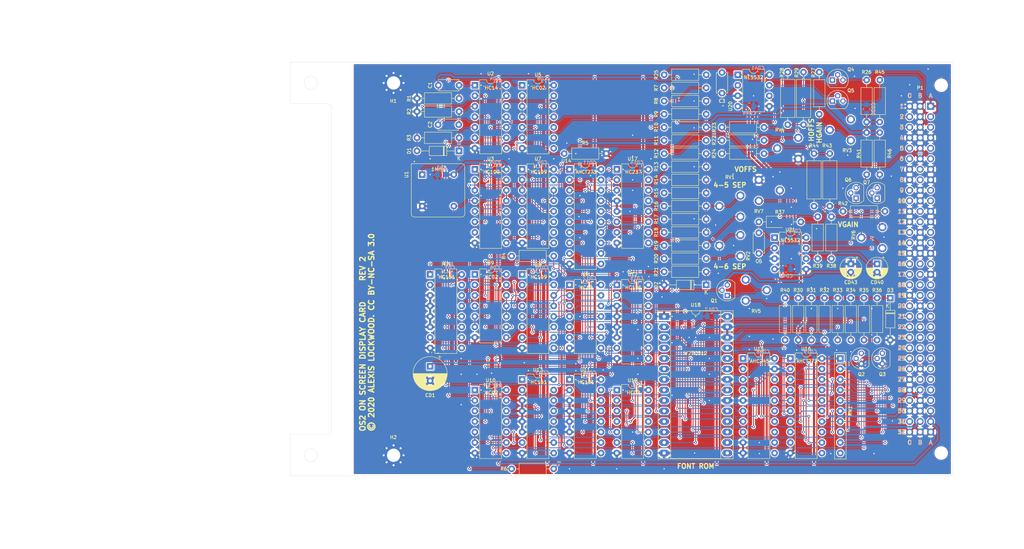
<source format=kicad_pcb>
(kicad_pcb (version 20221018) (generator pcbnew)
  (layers (0 "F.Cu" signal) (31 "B.Cu" signal) (34 "B.Paste" user) (35 "F.Paste" user) (36 "B.SilkS" user "B.Silkscreen") (37 "F.SilkS" user "F.Silkscreen") (38 "B.Mask" user) (39 "F.Mask" user) (44 "Edge.Cuts" user))
  (net 0 "")
  (net 1 "Net-(C1-Pad2)")
  (net 2 "Net-(C2-Pad2)")
  (net 3 "Net-(C3-Pad2)")
  (net 4 "Net-(C3-Pad1)")
  (net 5 "Net-(C5-Pad2)")
  (net 6 "Net-(C5-Pad1)")
  (net 7 "Net-(D1-Pad2)")
  (net 8 "Net-(D1-Pad1)")
  (net 9 "A20")
  (net 10 "Net-(Q2-Pad2)")
  (net 11 "C21")
  (net 12 "Net-(Q3-Pad2)")
  (net 13 "Net-(Q4-Pad1)")
  (net 14 "A2")
  (net 15 "Net-(Q5-Pad1)")
  (net 16 "A3")
  (net 17 "Net-(Q5-Pad2)")
  (net 18 "Net-(Q6-Pad1)")
  (net 19 "C2")
  (net 20 "Net-(Q7-Pad1)")
  (net 21 "C3")
  (net 22 "Net-(Q7-Pad2)")
  (net 23 "A5")
  (net 24 "/PREDONE")
  (net 25 "/HDOT0")
  (net 26 "Net-(R7-Pad1)")
  (net 27 "/HDOT1")
  (net 28 "/HDOT2")
  (net 29 "/POS0")
  (net 30 "Net-(R11-Pad1)")
  (net 31 "/POS1")
  (net 32 "/POS2")
  (net 33 "Net-(R16-Pad2)")
  (net 34 "Net-(R17-Pad2)")
  (net 35 "Net-(R18-Pad2)")
  (net 36 "Net-(R19-Pad2)")
  (net 37 "Net-(R19-Pad1)")
  (net 38 "Net-(R20-Pad2)")
  (net 39 "Net-(R20-Pad1)")
  (net 40 "Net-(R21-Pad2)")
  (net 41 "Net-(R23-Pad2)")
  (net 42 "Net-(R24-Pad2)")
  (net 43 "Net-(R27-Pad2)")
  (net 44 "/DESCENDER0")
  (net 45 "/DESCENDER1")
  (net 46 "/LINE0")
  (net 47 "/LINE1")
  (net 48 "/LINE2")
  (net 49 "Net-(R38-Pad2)")
  (net 50 "Net-(R39-Pad2)")
  (net 51 "Net-(R40-Pad2)")
  (net 52 "Net-(R42-Pad2)")
  (net 53 "A24")
  (net 54 "B24")
  (net 55 "C24")
  (net 56 "A23")
  (net 57 "B23")
  (net 58 "C23")
  (net 59 "A22")
  (net 60 "B22")
  (net 61 "Net-(Q1-Pad1)")
  (net 62 "CLK")
  (net 63 "Net-(U2-Pad6)")
  (net 64 "Net-(R4-Pad1)")
  (net 65 "Net-(U2-Pad4)")
  (net 66 "Net-(U2-Pad2)")
  (net 67 "RST#")
  (net 68 "Net-(U3-Pad7)")
  (net 69 "Net-(U3-Pad13)")
  (net 70 "POR#")
  (net 71 "POR")
  (net 72 "VCC")
  (net 73 "Net-(U4-Pad15)")
  (net 74 "Net-(U4-Pad14)")
  (net 75 "/LASTDOT")
  (net 76 "/LASTFLD#")
  (net 77 "Net-(U5-Pad5)")
  (net 78 "/FLDREQ2")
  (net 79 "/POSREQ2")
  (net 80 "/FLDREQ1")
  (net 81 "/POSREQ1")
  (net 82 "/FLDREQ0")
  (net 83 "/POSREQ0")
  (net 84 "/LASTPOS#")
  (net 85 "/~{POR}")
  (net 86 "Net-(U7-Pad7)")
  (net 87 "Net-(U7-Pad13)")
  (net 88 "Net-(U7-Pad5)")
  (net 89 "Net-(U7-Pad10)")
  (net 90 "Net-(U7-Pad9)")
  (net 91 "Net-(U8-Pad15)")
  (net 92 "RUN#")
  (net 93 "RUN")
  (net 94 "POSCLK")
  (net 95 "Net-(U8-Pad3)")
  (net 96 "/DONE#")
  (net 97 "Net-(U8-Pad2)")
  (net 98 "A6")
  (net 99 "/DONEREQ")
  (net 100 "Net-(U9-Pad10)")
  (net 101 "Net-(U11-Pad15)")
  (net 102 "/PREBLANK")
  (net 103 "Net-(U10-Pad1)")
  (net 104 "Net-(U12-Pad15)")
  (net 105 "Net-(U10-Pad4)")
  (net 106 "Net-(U12-Pad11)")
  (net 107 "Net-(U13-Pad15)")
  (net 108 "Net-(U10-Pad10)")
  (net 109 "Net-(U10-Pad13)")
  (net 110 "/INTERFIELD_BLANK")
  (net 111 "/FLD2")
  (net 112 "/FLD1")
  (net 113 "/FLD0")
  (net 114 "C25")
  (net 115 "B25")
  (net 116 "A25")
  (net 117 "Net-(U15-Pad15)")
  (net 118 "B21")
  (net 119 "A21")
  (net 120 "C22")
  (net 121 "Net-(U15-Pad11)")
  (net 122 "/CHAR3")
  (net 123 "/CHAR6")
  (net 124 "/CHAR2")
  (net 125 "/CHAR5")
  (net 126 "/CHAR1")
  (net 127 "/CHAR4")
  (net 128 "/CHAR0")
  (net 129 "Net-(U17-Pad15)")
  (net 130 "Net-(U17-Pad11)")
  (net 131 "/PIX_BLANK")
  (net 132 "Net-(U18-Pad19)")
  (net 133 "Net-(U18-Pad18)")
  (net 134 "Net-(U18-Pad17)")
  (net 135 "Net-(U18-Pad16)")
  (net 136 "Net-(U18-Pad15)")
  (net 137 "Net-(U19-Pad1)")
  (net 138 "GND")
  (net 139 "+15V")
  (net 140 "-15V")
  (net 141 "A29")
  (net 142 "A28")
  (net 143 "B27")
  (net 144 "A27")
  (net 145 "A26")
  (net 146 "B19")
  (net 147 "A19")
  (net 148 "B18")
  (net 149 "A18")
  (net 150 "B17")
  (net 151 "B16")
  (net 152 "A16")
  (net 153 "A14")
  (net 154 "A13")
  (net 155 "B12")
  (net 156 "B11")
  (net 157 "A10")
  (net 158 "A9")
  (net 159 "B8")
  (net 160 "B7")
  (net 161 "C26")
  (net 162 "C6")
  (net 163 "C5")
  (net 164 "C14")
  (net 165 "C18")
  (net 166 "C31")
  (net 167 "C10")
  (net 168 "C20")
  (net 169 "C9")
  (net 170 "C17")
  (net 171 "C16")
  (net 172 "C29")
  (net 173 "C13")
  (net 174 "Net-(U5-Pad2)")
  (net 175 "/PREDONE'")
  (net 176 "/INTEN#")
  (net 177 "Net-(RN1-Pad10)")
  (footprint "Resistor_THT:R_Axial_DIN0207_L6.3mm_D2.5mm_P10.16mm_Horizontal" (layer "F.Cu") (at 190.5 42.545 180)
    (fp_text reference "R9")
    (fp_text value "499k")
  )
  (footprint "Resistor_THT:R_Axial_DIN0207_L6.3mm_D2.5mm_P10.16mm_Horizontal" (layer "F.Cu") (at 220.726 67.31 -90)
    (fp_text reference "R38")
    (fp_text value "1k6")
  )
  (footprint "Resistor_THT:R_Axial_DIN0207_L6.3mm_D2.5mm_P10.16mm_Horizontal" (layer "F.Cu") (at 190.5 71.12 180)
    (fp_text reference "R18")
    (fp_text value "4k99")
  )
  (footprint "Capacitor_THT:C_Disc_D4.7mm_W2.5mm_P5.00mm" (layer "F.Cu") (at 203.2 76.2 90)
    (fp_text reference "C5")
    (fp_text value "100p")
  )
  (footprint "Resistor_THT:R_Axial_DIN0207_L6.3mm_D2.5mm_P10.16mm_Horizontal" (layer "F.Cu") (at 225.425 86.995 -90)
    (fp_text reference "R34")
    (fp_text value "249k")
  )
  (footprint "alt-libs:stock_pot" (layer "F.Cu") (at 198.755 67.31)
    (fp_text reference "RV1")
    (fp_text value "5k")
  )
  (footprint "Capacitor_THT:CP_Radial_D8.0mm_P3.50mm" (layer "F.Cu") (at 123.825 103.505 -90)
    (fp_text reference "CD1")
    (fp_text value "470µ")
  )
  (footprint "Package_DIP:DIP-28_W15.24mm_Socket_LongPads" (layer "F.Cu") (at 180.34 91.44)
    (fp_text reference "U18")
    (fp_text value "W27C512")
  )
  (footprint "alt-libs:DIN41612_B_3x32_Horizontal" (layer "F.Cu") (at 244.7 40.63 -90)
    (fp_text reference "P1")
    (fp_text value "DIN41612_M_3x32")
  )
  (footprint "Capacitor_THT:CP_Radial_D5.0mm_P2.00mm" (layer "F.Cu") (at 231.775 78.74 -90)
    (fp_text reference "CD40")
    (fp_text value "47µ")
  )
  (footprint "MountingHole:MountingHole_3.2mm_M3_Pad_Via" (layer "F.Cu") (at 115 35)
    (fp_text reference "H1")
    (fp_text value "HOLE")
  )
  (footprint "Diode_THT:D_DO-35_SOD27_P10.16mm_Horizontal" (layer "F.Cu") (at 130.81 51.435 180)
    (fp_text reference "D1")
    (fp_text value "1N4148")
  )
  (footprint "Resistor_THT:R_Axial_DIN0207_L6.3mm_D2.5mm_P10.16mm_Horizontal" (layer "F.Cu") (at 130.81 41.91 180)
    (fp_text reference "R2")
    (fp_text value "22k")
  )
  (footprint "Diode_THT:D_DO-35_SOD27_P10.16mm_Horizontal" (layer "F.Cu") (at 234.95 86.995 -90)
    (fp_text reference "D3")
    (fp_text value "1N4148")
  )
  (footprint "Package_DIP:DIP-16_W7.62mm" (layer "F.Cu") (at 146.05 81.28)
    (fp_text reference "U8")
    (fp_text value "'HC109")
  )
  (footprint "Package_TO_SOT_THT:TO-92" (layer "F.Cu") (at 220.98 34.29)
    (fp_text reference "Q4")
    (fp_text value "2N3904")
  )
  (footprint "Package_DIP:DIP-16_W7.62mm" (layer "F.Cu") (at 157.48 106.68)
    (fp_text reference "U11")
    (fp_text value "'HC161")
  )
  (footprint "Resistor_THT:R_Axial_DIN0207_L6.3mm_D2.5mm_P10.16mm_Horizontal" (layer "F.Cu") (at 212.725 86.995 -90)
    (fp_text reference "R30")
    (fp_text value "6k2")
  )
  (footprint "Resistor_THT:R_Axial_DIN0207_L6.3mm_D2.5mm_P10.16mm_Horizontal" (layer "F.Cu") (at 190.5 55.245 180)
    (fp_text reference "R13")
    (fp_text value "68k")
  )
  (footprint "alt-libs:stock_pot" (layer "F.Cu") (at 233.045 74.93)
    (fp_text reference "RV6")
    (fp_text value "50")
  )
  (footprint "Package_TO_SOT_THT:TO-92" (layer "F.Cu") (at 233.045 102.87 90)
    (fp_text reference "Q3")
    (fp_text value "2N7000")
  )
  (footprint "MountingHole:MountingHole_3.2mm_M3_Pad_Via" (layer "F.Cu") (at 115 125)
    (fp_text reference "H2")
    (fp_text value "HOLE")
  )
  (footprint "Package_TO_SOT_THT:TO-92" (layer "F.Cu") (at 226.695 62.865 90)
    (fp_text reference "Q6")
    (fp_text value "2N3904")
  )
  (footprint "alt-libs:stock_pot" (layer "F.Cu") (at 212.725 53.34)
    (fp_text reference "RV4")
    (fp_text value "20k")
  )
  (footprint "Package_DIP:DIP-14_W7.62mm" (layer "F.Cu") (at 134.62 109.22)
    (fp_text reference "U10")
    (fp_text value "'HC02")
  )
  (footprint "Package_DIP:DIP-14_W7.62mm" (layer "F.Cu") (at 146.05 35.56)
    (fp_text reference "U5")
    (fp_text value "'HC02")
  )
  (footprint "Resistor_THT:R_Axial_DIN0207_L6.3mm_D2.5mm_P10.16mm_Horizontal" (layer "F.Cu") (at 222.25 86.995 -90)
    (fp_text reference "R33")
    (fp_text value "499k")
  )
  (footprint "Package_DIP:DIP-20_W7.62mm" (layer "F.Cu") (at 199.39 101.6)
    (fp_text reference "U15")
    (fp_text value "'AHC245")
  )
  (footprint "Package_DIP:DIP-14_W7.62mm" (layer "F.Cu") (at 134.62 81.28)
    (fp_text reference "U9")
    (fp_text value "'HC02")
  )
  (footprint "Resistor_THT:R_Axial_DIN0207_L6.3mm_D2.5mm_P10.16mm_Horizontal" (layer "F.Cu") (at 229.235 57.15 90)
    (fp_text reference "R41")
    (fp_text value "75")
  )
  (footprint "Resistor_THT:R_Axial_DIN0207_L6.3mm_D2.5mm_P10.16mm_Horizontal" (layer "F.Cu") (at 190.5 36.195 180)
    (fp_text reference "R7")
    (fp_text value "499k")
  )
  (footprint "Resistor_THT:R_Axial_DIN0207_L6.3mm_D2.5mm_P10.16mm_Horizontal" (layer "F.Cu") (at 190.5 39.37 180)
    (fp_text reference "R8")
    (fp_text value "499k")
  )
  (footprint "Resistor_THT:R_Axial_DIN0207_L6.3mm_D2.5mm_P10.16mm_Horizontal" (layer "F.Cu") (at 190.5 80.645 180)
    (fp_text reference "R21")
    (fp_text value "4k99")
  )
  (footprint "Package_DIP:DIP-14_W7.62mm" (layer "F.Cu") (at 134.62 35.56)
    (fp_text reference "U2")
    (fp_text value "'HC14")
  )
  (footprint "Resistor_THT:R_Axial_DIN0207_L6.3mm_D2.5mm_P10.16mm_Horizontal" (layer "F.Cu") (at 120.65 48.26)
    (fp_text reference "R3")
    (fp_text value "10k")
  )
  (footprint "Resistor_THT:R_Axial_DIN0207_L6.3mm_D2.5mm_P10.16mm_Horizontal" (layer "F.Cu") (at 204.47 45.72 180)
    (fp_text reference "R23")
    (fp_text value "1k6")
  )
  (footprint "Package_DIP:DIP-16_W7.62mm" (layer "F.Cu") (at 168.91 83.82)
    (fp_text reference "U12")
    (fp_text value "'HC161")
  )
  (footprint "Package_DIP:DIP-8_W7.62mm" (layer "F.Cu") (at 207.01 72.39)
    (fp_text reference "U21")
    (fp_text value "NE5532")
  )
  (footprint "Resistor_THT:R_Axial_DIN0207_L6.3mm_D2.5mm_P10.16mm_Horizontal" (layer "F.Cu") (at 190.5 33.02 180)
    (fp_text reference "R25")
    (fp_text value "6k2")
  )
  (footprint "Resistor_THT:R_Axial_DIN0207_L6.3mm_D2.5mm_P10.16mm_Horizontal" (layer "F.Cu") (at 190.5 45.72 180)
    (fp_text reference "R10")
    (fp_text value "249k")
  )
  (footprint "alt-libs:stock_pot" (layer "F.Cu") (at 200.025 82.55 180)
    (fp_text reference "RV5")
    (fp_text value "10k")
  )
  (footprint "Diode_THT:D_DO-35_SOD27_P10.16mm_Horizontal" (layer "F.Cu") (at 190.5 83.82 180)
    (fp_text reference "D2")
    (fp_text value "1N4148")
  )
  (footprint "Package_DIP:DIP-16_W7.62mm" (layer "F.Cu") (at 134.62 55.88)
    (fp_text reference "U3")
    (fp_text value "'HC109")
  )
  (footprint "Resistor_THT:R_Axial_DIN0207_L6.3mm_D2.5mm_P10.16mm_Horizontal" (layer "F.Cu") (at 190.5 52.07 180)
    (fp_text reference "R12")
    (fp_text value "68k")
  )
  (footprint "Resistor_THT:R_Axial_DIN0207_L6.3mm_D2.5mm_P10.16mm_Horizontal" (layer "F.Cu") (at 217.805 32.385 -90)
    (fp_text reference "R27")
    (fp_text value "100")
  )
  (footprint "Package_DIP:DIP-16_W7.62mm" (layer "F.Cu") (at 146.05 55.88)
    (fp_text reference "U7")
    (fp_text value "'HC109")
  )
  (footprint "Package_TO_SOT_THT:TO-92" (layer "F.Cu") (at 195.58 86.36 90)
    (fp_text reference "Q1")
    (fp_text value "2N3904")
  )
  (footprint "Resistor_THT:R_Axial_DIN0207_L6.3mm_D2.5mm_P10.16mm_Horizontal" (layer "F.Cu") (at 231.775 86.995 -90)
    (fp_text reference "R36")
    (fp_text value "249k")
  )
  (footprint "Resistor_THT:R_Axial_DIN0207_L6.3mm_D2.5mm_P10.16mm_Horizontal" (layer "F.Cu") (at 209.55 86.995 -90)
    (fp_text reference "R40")
    (fp_text value "820")
  )
  (footprint "Package_DIP:DIP-20_W7.62mm" (layer "F.Cu") (at 157.48 55.88)
    (fp_text reference "U14")
    (fp_text value "'AHCT273")
  )
  (footprint "Resistor_THT:R_Axial_DIN0207_L6.3mm_D2.5mm_P10.16mm_Horizontal" (layer "F.Cu") (at 190.5 77.47 180)
    (fp_text reference "R20")
    (fp_text value "8k2")
  )
  (footprint "Resistor_THT:R_Axial_DIN0207_L6.3mm_D2.5mm_P10.16mm_Horizontal" (layer "F.Cu") (at 232.41 44.45 90)
    (fp_text reference "R45")
    (fp_text value "75")
  )
  (footprint "Resistor_THT:R_Axial_DIN0207_L6.3mm_D2.5mm_P10.16mm_Horizontal" (layer "F.Cu") (at 228.6 86.995 -90)
    (fp_text reference "R35")
    (fp_text value "249k")
  )
  (footprint "Resistor_THT:R_Axial_DIN0207_L6.3mm_D2.5mm_P10.16mm_Horizontal" (layer "F.Cu") (at 143.51 76.835)
    (fp_text reference "R4")
    (fp_text value "10")
  )
  (footprint "Package_TO_SOT_THT:TO-92" (layer "F.Cu") (at 231.775 62.865 90)
    (fp_text reference "Q7")
    (fp_text value "2N3904")
  )
  (footprint "Resistor_THT:R_Axial_DIN0207_L6.3mm_D2.5mm_P10.16mm_Horizontal" (layer "F.Cu") (at 194.31 52.07)
    (fp_text reference "R24")
    (fp_text value "7k5")
  )
  (footprint "alt-libs:stock_pot" (layer "F.Cu") (at 198.755 76.835)
    (fp_text reference "RV2")
    (fp_text value "5k")
  )
  (footprint "Resistor_THT:R_Axial_DIN0207_L6.3mm_D2.5mm_P10.16mm_Horizontal" (layer "F.Cu") (at 223.52 66.04)
    (fp_text reference "R42")
    (fp_text value "100")
  )
  (footprint "Package_TO_SOT_THT:TO-92" (layer "F.Cu") (at 220.98 39.37)
    (fp_text reference "Q5")
    (fp_text value "2N3904")
  )
  (footprint "Capacitor_THT:CP_Radial_D5.0mm_P2.00mm" (layer "F.Cu") (at 225.425 78.74 -90)
    (fp_text reference "CD43")
    (fp_text value "47µ")
  )
  (footprint "Resistor_THT:R_Axial_DIN0207_L6.3mm_D2.5mm_P10.16mm_Horizontal" (layer "F.Cu") (at 190.5 67.945 180)
    (fp_text reference "R17")
    (fp_text value "7k5")
  )
  (footprint "Resistor_THT:R_Axial_DIN0207_L6.3mm_D2.5mm_P10.16mm_Horizontal" (layer "F.Cu") (at 143.51 128.27)
    (fp_text reference "R6")
    (fp_text value "3k3")
  )
  (footprint "Resistor_THT:R_Axial_DIN0207_L6.3mm_D2.5mm_P10.16mm_Horizontal" (layer "F.Cu") (at 217.424 77.47 90)
    (fp_text reference "R39")
    (fp_text value "3k")
  )
  (footprint "Resistor_THT:R_Axial_DIN0207_L6.3mm_D2.5mm_P10.16mm_Horizontal" (layer "F.Cu") (at 190.5 48.895 180)
    (fp_text reference "R11")
    (fp_text value "68k")
  )
  (footprint "Resistor_THT:R_Axial_DIN0207_L6.3mm_D2.5mm_P10.16mm_Horizontal" (layer "F.Cu") (at 229.235 34.29 -90)
    (fp_text reference "R26")
    (fp_text value "75")
  )
  (footprint "Capacitor_THT:C_Disc_D4.7mm_W2.5mm_P5.00mm" (layer "F.Cu") (at 125.81 35.56)
    (fp_text reference "C1")
    (fp_text value "100p")
  )
  (footprint "Package_DIP:DIP-14_W7.62mm" (layer "F.Cu") (at 168.91 109.22)
    (fp_text reference "U19")
    (fp_text value "'HC02")
  )
  (footprint "Resistor_THT:R_Axial_DIN0207_L6.3mm_D2.5mm_P10.16mm_Horizontal" (layer "F.Cu") (at 215.9 86.995 -90)
    (fp_text reference "R31")
    (fp_text value "499k")
  )
  (footprint "Resistor_THT:R_Axial_DIN0207_L6.3mm_D2.5mm_P10.16mm_Horizontal" (layer "F.Cu") (at 194.31 48.895)
    (fp_text reference "R22")
    (fp_text value "1k6")
  )
  (footprint "Package_DIP:DIP-16_W7.62mm" (layer "F.Cu") (at 146.05 106.68)
    (fp_text reference "U13")
    (fp_text value "'HC161")
  )
  (footprint "Resistor_THT:R_Axial_DIN0309_L9.0mm_D3.2mm_P12.70mm_Horizontal" (layer "F.Cu") (at 210.185 45.085 90)
    (fp_text reference "R28")
    (fp_text value "1k")
  )
  (footprint "alt-libs:stock_pot" (layer "F.Cu") (at 225.425 48.895)
    (fp_text reference "RV3")
    (fp_text value "50")
  )
  (footprint "Oscillator:Oscillator_DIP-8" (layer "F.Cu") (at 121.92 57.15 -90)
    (fp_text reference "U1")
    (fp_text value "1MHz")
  )
  (footprint "Resistor_THT:R_Axial_DIN0207_L6.3mm_D2.5mm_P10.16mm_Horizontal" (layer "F.Cu") (at 190.5 58.42 180)
    (fp_text reference "R14")
    (fp_text value "68k")
  )
  (footprint "Resistor_THT:R_Axial_DIN0207_L6.3mm_D2.5mm_P10.16mm_Horizontal" (layer "F.Cu") (at 130.81 38.735 180)
    (fp_text reference "R1")
    (fp_text value "82k")
  )
  (footprint "Package_DIP:DIP-16_W7.62mm" (layer "F.Cu") (at 168.91 55.88)
    (fp_text reference "U17")
    (fp_text value "'HC237")
  )
  (footprint "Package_DIP:DIP-14_W7.62mm" (layer "F.Cu") (at 157.48 83.82)
    (fp_text reference "U6")
    (fp_text value "'HC10")
  )
  (footprint "alt-libs:stock_pot" (layer "F.Cu") (at 203.2 58.42 180)
    (fp_text reference "RV7")
    (fp_text value "10k")
  )
  (footprint "Package_DIP:DIP-20_W7.62mm" (layer "F.Cu") (at 210.82 101.6)
    (fp_text reference "U16")
    (fp_text value "'AHCT273")
  )
  (footprint "Resistor_THT:R_Array_SIP10" (layer "F.Cu") (at 222.885 101.6 -90)
    (fp_text reference "RN1")
    (fp_text value "1k")
  )
  (footprint "Package_TO_SOT_THT:TO-92" (layer "F.Cu") (at 227.965 102.87 90)
    (fp_text reference "Q2")
    (fp_text value "2N7000")
  )
  (footprint "Resistor_THT:R_Axial_DIN0207_L6.3mm_D2.5mm_P10.16mm_Horizontal" (layer "F.Cu") (at 190.5 61.595 180)
    (fp_text reference "R15")
    (fp_text value "68k")
  )
  (footprint "Resistor_THT:R_Axial_DIN0207_L6.3mm_D2.5mm_P10.16mm_Horizontal" (layer "F.Cu") (at 190.5 64.77 180)
    (fp_text reference "R16")
    (fp_text value "15k")
  )
  (footprint "Resistor_THT:R_Axial_DIN0207_L6.3mm_D2.5mm_P10.16mm_Horizontal" (layer "F.Cu") (at 166.37 52.07 180)
    (fp_text reference "R5")
    (fp_text value "6k8")
  )
  (footprint "Package_DIP:DIP-8_W7.62mm" (layer "F.Cu") (at 198.12 33.02)
    (fp_text reference "U20")
    (fp_text value "NE5532")
  )
  (footprint "Capacitor_THT:C_Disc_D4.7mm_W2.5mm_P5.00mm" (layer "F.Cu") (at 125.73 45.085)
    (fp_text reference "C2")
    (fp_text value "100p")
  )
  (footprint "Package_DIP:DIP-16_W7.62mm" (layer "F.Cu") (at 123.825 81.28)
    (fp_text reference "U4")
    (fp_text value "'HC161")
  )
  (footprint "Resistor_THT:R_Axial_DIN0309_L9.0mm_D3.2mm_P12.70mm_Horizontal" (layer "F.Cu") (at 220.345 52.07 -90)
    (fp_text reference "R43")
    (fp_text value "1k")
  )
  (footprint "Resistor_THT:R_Axial_DIN0207_L6.3mm_D2.5mm_P10.16mm_Horizontal" (layer "F.Cu") (at 190.5 74.295 180)
    (fp_text reference "R19")
    (fp_text value "18k")
  )
  (footprint "Resistor_THT:R_Axial_DIN0207_L6.3mm_D2.5mm_P10.16mm_Horizontal" (layer "F.Cu") (at 232.41 46.99 -90)
    (fp_text reference "R46")
    (fp_text value "75")
  )
  (footprint "Capacitor_THT:C_Disc_D4.7mm_W2.5mm_P5.00mm" (layer "F.Cu") (at 194.31 37.465 90)
    (fp_text reference "C3")
    (fp_text value "100p")
  )
  (footprint "Resistor_THT:R_Axial_DIN0309_L9.0mm_D3.2mm_P12.70mm_Horizontal" (layer "F.Cu") (at 213.995 45.085 90)
    (fp_text reference "R29")
    (fp_text value "1k")
  )
  (footprint "Resistor_THT:R_Axial_DIN0309_L9.0mm_D3.2mm_P12.70mm_Horizontal" (layer "F.Cu") (at 216.535 52.07 -90)
    (fp_text reference "R44")
    (fp_text value "1k")
  )
  (footprint "Resistor_THT:R_Axial_DIN0207_L6.3mm_D2.5mm_P10.16mm_Horizontal" (layer "F.Cu") (at 219.075 86.995 -90)
    (fp_text reference "R32")
    (fp_text value "249k")
  )
  (footprint "Resistor_THT:R_Axial_DIN0207_L6.3mm_D2.5mm_P10.16mm_Horizontal" (layer "F.Cu") (at 203.2 68.58)
    (fp_text reference "R37")
    (fp_text value "1k6")
  )
  (footprint "Capacitor_SMD:C_0805_2012Metric_Pad1.15x1.40mm_HandSolder" (layer "B.Cu") (at 204.216 101.6 180)
    (fp_text reference "CD18")
    (fp_text value "1µ")
  )
  (footprint "Capacitor_SMD:C_0805_2012Metric_Pad1.15x1.40mm_HandSolder" (layer "B.Cu") (at 209.804 80.01)
    (fp_text reference "CD45")
    (fp_text value "1µ")
  )
  (footprint "Capacitor_SMD:C_0805_2012Metric_Pad1.15x1.40mm_HandSolder" (layer "B.Cu") (at 191.77 91.44 180)
    (fp_text reference "CD17")
    (fp_text value "1µ")
  )
  (footprint "Capacitor_SMD:C_0805_2012Metric_Pad1.15x1.40mm_HandSolder" (layer "B.Cu") (at 173.736 83.82 180)
    (fp_text reference "CD15")
    (fp_text value "1µ")
  )
  (footprint "Capacitor_SMD:C_0805_2012Metric_Pad1.15x1.40mm_HandSolder" (layer "B.Cu") (at 162.306 55.88 180)
    (fp_text reference "CD11")
    (fp_text value "1µ")
  )
  (footprint "Capacitor_SMD:C_0805_2012Metric_Pad1.15x1.40mm_HandSolder" (layer "B.Cu") (at 139.446 109.22 180)
    (fp_text reference "CD21")
    (fp_text value "1µ")
  )
  (footprint "Capacitor_SMD:C_0805_2012Metric_Pad1.15x1.40mm_HandSolder" (layer "B.Cu") (at 126.61 57.15 180)
    (fp_text reference "CD2")
    (fp_text value "1µ")
  )
  (footprint "Capacitor_SMD:C_0805_2012Metric_Pad1.15x1.40mm_HandSolder" (layer "B.Cu") (at 162.306 83.82 180)
    (fp_text reference "CD12")
    (fp_text value "1µ")
  )
  (footprint "Capacitor_SMD:C_0805_2012Metric_Pad1.15x1.40mm_HandSolder" (layer "B.Cu") (at 139.446 35.56 180)
    (fp_text reference "CD4")
    (fp_text value "1µ")
  )
  (footprint "Capacitor_SMD:C_0805_2012Metric_Pad1.15x1.40mm_HandSolder" (layer "B.Cu") (at 202.946 33.02 180)
    (fp_text reference "CD41")
    (fp_text value "1µ")
  )
  (footprint "Capacitor_SMD:C_0805_2012Metric_Pad1.15x1.40mm_HandSolder" (layer "B.Cu") (at 229.235 41.275 90)
    (fp_text reference "CD20")
    (fp_text value "1µ")
  )
  (footprint "Capacitor_SMD:C_0805_2012Metric_Pad1.15x1.40mm_HandSolder" (layer "B.Cu") (at 128.651 81.28 180)
    (fp_text reference "CD3")
    (fp_text value "1µ")
  )
  (footprint "Capacitor_SMD:C_0805_2012Metric_Pad1.15x1.40mm_HandSolder" (layer "B.Cu") (at 150.876 81.28 180)
    (fp_text reference "CD10")
    (fp_text value "1µ")
  )
  (footprint "Capacitor_SMD:C_0805_2012Metric_Pad1.15x1.40mm_HandSolder" (layer "B.Cu") (at 173.736 55.88 180)
    (fp_text reference "CD14")
    (fp_text value "1µ")
  )
  (footprint "Capacitor_SMD:C_0805_2012Metric_Pad1.15x1.40mm_HandSolder" (layer "B.Cu") (at 173.736 109.22 180)
    (fp_text reference "CD7")
    (fp_text value "1µ")
  )
  (footprint "Capacitor_SMD:C_0805_2012Metric_Pad1.15x1.40mm_HandSolder" (layer "B.Cu") (at 150.876 35.56 180)
    (fp_text reference "CD8")
    (fp_text value "1µ")
  )
  (footprint "Capacitor_SMD:C_0805_2012Metric_Pad1.15x1.40mm_HandSolder" (layer "B.Cu") (at 150.876 106.68 180)
    (fp_text reference "CD13")
    (fp_text value "1µ")
  )
  (footprint "Capacitor_SMD:C_0805_2012Metric_Pad1.15x1.40mm_HandSolder" (layer "B.Cu") (at 139.446 81.28 180)
    (fp_text reference "CD6")
    (fp_text value "1µ")
  )
  (footprint "Capacitor_SMD:C_0805_2012Metric_Pad1.15x1.40mm_HandSolder" (layer "B.Cu") (at 150.876 55.88 180)
    (fp_text reference "CD9")
    (fp_text value "1µ")
  )
  (footprint "Capacitor_SMD:C_0805_2012Metric_Pad1.15x1.40mm_HandSolder" (layer "B.Cu") (at 200.914 40.64)
    (fp_text reference "CD44")
    (fp_text value "1µ")
  )
  (footprint "Capacitor_SMD:C_0805_2012Metric_Pad1.15x1.40mm_HandSolder" (layer "B.Cu") (at 162.306 106.68 180)
    (fp_text reference "CD16")
    (fp_text value "1µ")
  )
  (footprint "Capacitor_SMD:C_0805_2012Metric_Pad1.15x1.40mm_HandSolder" (layer "B.Cu") (at 139.446 55.88 180)
    (fp_text reference "CD5")
    (fp_text value "1µ")
  )
  (footprint "Capacitor_SMD:C_0805_2012Metric_Pad1.15x1.40mm_HandSolder" (layer "B.Cu") (at 215.646 101.6 180)
    (fp_text reference "CD19")
    (fp_text value "1µ")
  )
  (footprint "Capacitor_SMD:C_0805_2012Metric_Pad1.15x1.40mm_HandSolder" (layer "B.Cu") (at 211.836 72.39 180)
    (fp_text reference "CD42")
    (fp_text value "1µ")
  )
  (gr_line (start 90 120) (end 99 120) (stroke (width 0.05)) (layer "Edge.Cuts"))
  (gr_line (start 90 30) (end 250 30) (stroke (width 0.05)) (layer "Edge.Cuts"))
  (gr_circle (center 95 35) (end 96.6 35) (stroke (width 0.05)) (fill none) (layer "Edge.Cuts"))
  (gr_line (start 250 30) (end 250 130) (stroke (width 0.05)) (layer "Edge.Cuts"))
  (gr_arc (start 99 40) (mid 99.707107 40.292893) (end 100 41) (stroke (width 0.05)) (layer "Edge.Cuts"))
  (gr_arc (start 100 119) (mid 99.707107 119.707107) (end 99 120) (stroke (width 0.05)) (layer "Edge.Cuts"))
  (gr_line (start 99 40) (end 90 40) (stroke (width 0.05)) (layer "Edge.Cuts"))
  (gr_line (start 100 119) (end 100 41) (stroke (width 0.05)) (layer "Edge.Cuts"))
  (gr_line (start 90 130) (end 90 120) (stroke (width 0.05)) (layer "Edge.Cuts"))
  (gr_line (start 250 130) (end 90 130) (stroke (width 0.05)) (layer "Edge.Cuts"))
  (gr_line (start 90 30) (end 90 40) (stroke (width 0.05)) (layer "Edge.Cuts"))
  (gr_circle (center 95 125) (end 96.6 125) (stroke (width 0.05)) (fill none) (layer "Edge.Cuts"))
  (gr_text "13" (at 237.715 71.11) (layer "B.SilkS") (effects (font (size 1 1) (thickness 0.2)) (justify mirror)))
  (gr_text "C" (at 239.62 121.91) (layer "B.SilkS") (effects (font (size 1 1) (thickness 0.2)) (justify mirror)))
  (gr_text "32" (at 237.715 119.37) (layer "B.SilkS") (effects (font (size 1 1) (thickness 0.2)) (justify mirror)))
  (gr_text "4" (at 237.715 48.25) (layer "B.SilkS") (effects (font (size 1 1) (thickness 0.2)) (justify mirror)))
  (gr_text "11" (at 237.715 66.03) (layer "B.SilkS") (effects (font (size 1 1) (thickness 0.2)) (justify mirror)))
  (gr_text "25" (at 237.715 101.59) (layer "B.SilkS") (effects (font (size 1 1) (thickness 0.2)) (justify mirror)))
  (gr_text "17" (at 237.715 81.27) (layer "B.SilkS") (effects (font (size 1 1) (thickness 0.2)) (justify mirror)))
  (gr_text "29" (at 237.715 111.75) (layer "B.SilkS") (effects (font (size 1 1) (thickness 0.2)) (justify mirror)))
  (gr_text "15" (at 237.715 76.19) (layer "B.SilkS") (effects (font (size 1 1) (thickness 0.2)) (justify mirror)))
  (gr_text "B" (at 242.16 121.91) (layer "B.SilkS") (effects (font (size 1 1) (thickness 0.2)) (justify mirror)))
  (gr_text "7" (at 237.715 55.87) (layer "B.SilkS") (effects (font (size 1 1) (thickness 0.2)) (justify mirror)))
  (gr_text "6" (at 237.715 53.33) (layer "B.SilkS") (effects (font (size 1 1) (thickness 0.2)) (justify mirror)))
  (gr_text "A" (at 244.7 38.09) (layer "B.SilkS") (effects (font (size 1 1) (thickness 0.2)) (justify mirror)))
  (gr_text "8" (at 237.715 58.41) (layer "B.SilkS") (effects (font (size 1 1) (thickness 0.2)) (justify mirror)))
  (gr_text "B" (at 242.16 38.09) (layer "B.SilkS") (effects (font (size 1 1) (thickness 0.2)) (justify mirror)))
  (gr_text "14" (at 237.715 73.65) (layer "B.SilkS") (effects (font (size 1 1) (thickness 0.2)) (justify mirror)))
  (gr_text "C" (at 239.62 38.09) (layer "B.SilkS") (effects (font (size 1 1) (thickness 0.2)) (justify mirror)))
  (gr_text "24" (at 237.715 99.05) (layer "B.SilkS") (effects (font (size 1 1) (thickness 0.2)) (justify mirror)))
  (gr_text "12" (at 237.715 68.57) (layer "B.SilkS") (effects (font (size 1 1) (thickness 0.2)) (justify mirror)))
  (gr_text "1" (at 237.715 40.63) (layer "B.SilkS") (effects (font (size 1 1) (thickness 0.2)) (justify mirror)))
  (gr_text "10" (at 237.715 63.49) (layer "B.SilkS") (effects (font (size 1 1) (thickness 0.2)) (justify mirror)))
  (gr_text "31" (at 237.715 116.83) (layer "B.SilkS") (effects (font (size 1 1) (thickness 0.2)) (justify mirror)))
  (gr_text "30" (at 237.715 114.29) (layer "B.SilkS") (effects (font (size 1 1) (thickness 0.2)) (justify mirror)))
  (gr_text "23" (at 237.715 96.51) (layer "B.SilkS") (effects (font (size 1 1) (thickness 0.2)) (justify mirror)))
  (gr_text "18" (at 237.715 83.81) (layer "B.SilkS") (effects (font (size 1 1) (thickness 0.2)) (justify mirror)))
  (gr_text "9" (at 237.715 60.95) (layer "B.SilkS") (effects (font (size 1 1) (thickness 0.2)) (justify mirror)))
  (gr_text "3" (at 237.715 45.71) (layer "B.SilkS") (effects (font (size 1 1) (thickness 0.2)) (justify mirror)))
  (gr_text "16" (at 237.715 78.73) (layer "B.SilkS") (effects (font (size 1 1) (thickness 0.2)) (justify mirror)))
  (gr_text "21" (at 237.715 91.43) (layer "B.SilkS") (effects (font (size 1 1) (thickness 0.2)) (justify mirror)))
  (gr_text "28" (at 237.715 109.21) (layer "B.SilkS") (effects (font (size 1 1) (thickness 0.2)) (justify mirror)))
  (gr_text "A" (at 244.7 121.91) (layer "B.SilkS") (effects (font (size 1 1) (thickness 0.2)) (justify mirror)))
  (gr_text "19" (at 237.715 86.35) (layer "B.SilkS") (effects (font (size 1 1) (thickness 0.2)) (justify mirror)))
  (gr_text "2" (at 237.715 43.17) (layer "B.SilkS") (effects (font (size 1 1) (thickness 0.2)) (justify mirror)))
  (gr_text "27" (at 237.715 106.67) (layer "B.SilkS") (effects (font (size 1 1) (thickness 0.2)) (justify mirror)))
  (gr_text "26" (at 237.715 104.13) (layer "B.SilkS") (effects (font (size 1 1) (thickness 0.2)) (justify mirror)))
  (gr_text "22" (at 237.715 93.97) (layer "B.SilkS") (effects (font (size 1 1) (thickness 0.2)) (justify mirror)))
  (gr_text "5" (at 237.715 50.79) (layer "B.SilkS") (effects (font (size 1 1) (thickness 0.2)) (justify mirror)))
  (gr_text "20" (at 237.715 88.89) (layer "B.SilkS") (effects (font (size 1 1) (thickness 0.2)) (justify mirror)))
  (gr_text "21" (at 237.715 91.43) (layer "F.SilkS") (effects (font (size 1 1) (thickness 0.2))))
  (gr_text "30" (at 237.715 114.29) (layer "F.SilkS") (effects (font (size 1 1) (thickness 0.2))))
  (gr_text "OS2 ON SCREEN DISPLAY CARD     REV 2\n© 2020 ALEXIS LOCKWOOD. CC BY-NC-SA 3.0" (at 108.585 119.38 90) (layer "F.SilkS") (effects (font (size 1.3208 1.3208) (thickness 0.3048)) (justify left)))
  (gr_text "25" (at 237.715 101.59) (layer "F.SilkS") (effects (font (size 1 1) (thickness 0.2))))
  (gr_text "19" (at 237.715 86.35) (layer "F.SilkS") (effects (font (size 1 1) (thickness 0.2))))
  (gr_text "11" (at 237.715 66.03) (layer "F.SilkS") (effects (font (size 1 1) (thickness 0.2))))
  (gr_text "17" (at 237.715 81.27) (layer "F.SilkS") (effects (font (size 1 1) (thickness 0.2))))
  (gr_text "28" (at 237.715 109.21) (layer "F.SilkS") (effects (font (size 1 1) (thickness 0.2))))
  (gr_text "HOFFS" (at 215.9 46.355 90) (layer "F.SilkS") (effects (font (size 1.1684 1.1684) (thickness 0.254))))
  (gr_text "B" (at 242.16 38.09) (layer "F.SilkS") (effects (font (size 1 1) (thickness 0.2))))
  (gr_text "A" (at 244.7 121.91) (layer "F.SilkS") (effects (font (size 1 1) (thickness 0.2))))
  (gr_text "20" (at 237.715 88.89) (layer "F.SilkS") (effects (font (size 1 1) (thickness 0.2))))
  (gr_text "A" (at 244.7 38.1) (layer "F.SilkS") (effects (font (size 1 1) (thickness 0.2))))
  (gr_text "7" (at 237.715 55.87) (layer "F.SilkS") (effects (font (size 1 1) (thickness 0.2))))
  (gr_text "4" (at 237.715 48.25) (layer "F.SilkS") (effects (font (size 1 1) (thickness 0.2))))
  (gr_text "2" (at 237.715 43.17) (layer "F.SilkS") (effects (font (size 1 1) (thickness 0.2))))
  (gr_text "16" (at 237.715 78.73) (layer "F.SilkS") (effects (font (size 1 1) (thickness 0.2))))
  (gr_text "26" (at 237.715 104.13) (layer "F.SilkS") (effects (font (size 1 1) (thickness 0.2))))
  (gr_text "4-6 SEP" (at 196.215 79.375) (layer "F.SilkS") (effects (font (size 1.1684 1.1684) (thickness 0.254))))
  (gr_text "4-5 SEP" (at 196.215 59.69) (layer "F.SilkS") (effects (font (size 1.1684 1.1684) (thickness 0.254))))
  (gr_text "22" (at 237.715 93.97) (layer "F.SilkS") (effects (font (size 1 1) (thickness 0.2))))
  (gr_text "6" (at 237.715 53.33) (layer "F.SilkS") (effects (font (size 1 1) (thickness 0.2))))
  (gr_text "13" (at 237.715 71.11) (layer "F.SilkS") (effects (font (size 1 1) (thickness 0.2))))
  (gr_text "3" (at 237.715 45.71) (layer "F.SilkS") (effects (font (size 1 1) (thickness 0.2))))
  (gr_text "32" (at 237.715 119.37) (layer "F.SilkS") (effects (font (size 1 1) (thickness 0.2))))
  (gr_text "1" (at 237.715 40.63) (layer "F.SilkS") (effects (font (size 1 1) (thickness 0.2))))
  (gr_text "15" (at 237.715 76.19) (layer "F.SilkS") (effects (font (size 1 1) (thickness 0.2))))
  (gr_text "VGAIN" (at 224.79 69.215) (layer "F.SilkS") (effects (font (size 1.1684 1.1684) (thickness 0.254))))
  (gr_text "18" (at 237.715 83.81) (layer "F.SilkS") (effects (font (size 1 1) (thickness 0.2))))
  (gr_text "C" (at 239.62 38.09) (layer "F.SilkS") (effects (font (size 1 1) (thickness 0.2))))
  (gr_text "10" (at 237.715 63.49) (layer "F.SilkS") (effects (font (size 1 1) (thickness 0.2))))
  (gr_text "B" (at 242.16 121.91) (layer "F.SilkS") (effects (font (size 1 1) (thickness 0.2))))
  (gr_text "VOFFS" (at 200.025 55.88) (layer "F.SilkS") (effects (font (size 1.1684 1.1684) (thickness 0.254))))
  (gr_text "31" (at 237.715 116.83) (layer "F.SilkS") (effects (font (size 1 1) (thickness 0.2))))
  (gr_text "29" (at 237.715 111.75) (layer "F.SilkS") (effects (font (size 1 1) (thickness 0.2))))
  (gr_text "8" (at 237.715 58.41) (layer "F.SilkS") (effects (font (size 1 1) (thickness 0.2))))
  (gr_text "FONT ROM" (at 187.96 127.635) (layer "F.SilkS") (effects (font (size 1.1684 1.1684) (thickness 0.254))))
  (gr_text "14" (at 237.715 73.65) (layer "F.SilkS") (effects (font (size 1 1) (thickness 0.2))))
  (gr_text "12" (at 237.715 68.57) (layer "F.SilkS") (effects (font (size 1 1) (thickness 0.2))))
  (gr_text "27" (at 237.715 106.67) (layer "F.SilkS") (effects (font (size 1 1) (thickness 0.2))))
  (gr_text "5" (at 237.715 50.79) (layer "F.SilkS") (effects (font (size 1 1) (thickness 0.2))))
  (gr_text "24" (at 237.715 99.05) (layer "F.SilkS") (effects (font (size 1 1) (thickness 0.2))))
  (gr_text "23" (at 237.715 96.51) (layer "F.SilkS") (effects (font (size 1 1) (thickness 0.2))))
  (gr_text "C" (at 239.62 121.91) (layer "F.SilkS") (effects (font (size 1 1) (thickness 0.2))))
  (gr_text "HGAIN" (at 217.805 46.99 90) (layer "F.SilkS") (effects (font (size 1.1684 1.1684) (thickness 0.254))))
  (gr_text "9" (at 237.715 60.95) (layer "F.SilkS") (effects (font (size 1 1) (thickness 0.2))))
  (segment (start 130.81 35.56) (end 130.81 38.735) (width 0.2032) (layer "F.Cu") (net 1))
  (segment (start 130.81 35.56) (end 134.62 35.56) (width 0.2032) (layer "B.Cu") (net 1))
  (segment (start 130.81 41.91) (end 130.81 45.005) (width 0.2032) (layer "F.Cu") (net 2))
  (segment (start 130.81 45.005) (end 130.73 45.085) (width 0.2032) (layer "F.Cu") (net 2))
  (segment (start 134.62 40.64) (end 133.223 40.64) (width 0.2032) (layer "B.Cu") (net 2))
  (segment (start 130.81 41.91) (end 131.953 41.91) (width 0.2032) (layer "B.Cu") (net 2))
  (segment (start 131.953 41.91) (end 133.223 40.64) (width 0.2032) (layer "B.Cu") (net 2))
  (segment (start 222.25 35.179) (end 221.869 35.56) (width 0.2032) (layer "B.Cu") (net 3))
  (segment (start 198.12 33.02) (end 196.469 33.02) (width 0.2032) (layer "B.Cu") (net 3))
  (segment (start 218.44 34.29) (end 201.041 34.29) (width 0.2032) (layer "B.Cu") (net 3))
  (segment (start 199.771 33.02) (end 198.12 33.02) (width 0.2032) (layer "B.Cu") (net 3))
  (segment (start 194.31 32.465) (end 195.914 32.465) (width 0.2032) (layer "B.Cu") (net 3))
  (segment (start 221.869 35.56) (end 219.71 35.56) (width 0.2032) (layer "B.Cu") (net 3))
  (segment (start 201.041 34.29) (end 199.771 33.02) (width 0.2032) (layer "B.Cu") (net 3))
  (segment (start 219.71 35.56) (end 218.44 34.29) (width 0.2032) (layer "B.Cu") (net 3))
  (segment (start 195.914 32.465) (end 196.469 33.02) (width 0.2032) (layer "B.Cu") (net 3))
  (segment (start 222.25 33.02) (end 222.25 35.179) (width 0.2032) (layer "B.Cu") (net 3))
  (segment (start 193.04 48.895) (end 192.405 49.53) (width 0.2032) (layer "F.Cu") (net 4))
  (segment (start 193.04 48.895) (end 192.405 48.26) (width 0.2032) (layer "F.Cu") (net 4))
  (segment (start 191.77 45.72) (end 192.405 46.355) (width 0.2032) (layer "F.Cu") (net 4))
  (segment (start 190.5 33.02) (end 191.77 34.29) (width 0.2032) (layer "F.Cu") (net 4))
  (segment (start 193.04 48.895) (end 194.31 48.895) (width 0.2032) (layer "F.Cu") (net 4))
  (segment (start 190.5 39.37) (end 190.5 42.545) (width 0.2032) (layer "F.Cu") (net 4))
  (segment (start 190.5 71.12) (end 193.675 74.295) (width 0.2032) (layer "F.Cu") (net 4))
  (segment (start 190.5 52.07) (end 190.5 55.245) (width 0.2032) (layer "F.Cu") (net 4))
  (segment (start 190.5 58.42) (end 190.5 61.595) (width 0.2032) (layer "F.Cu") (net 4))
  (segment (start 193.675 74.295) (end 193.675 79.832198) (width 0.2032) (layer "F.Cu") (net 4))
  (segment (start 192.405 48.26) (end 192.405 46.355) (width 0.2032) (layer "F.Cu") (net 4))
  (segment (start 190.5 52.07) (end 191.77 52.07) (width 0.2032) (layer "F.Cu") (net 4))
  (segment (start 190.5 80.645) (end 192.862198 80.645) (width 0.2032) (layer "F.Cu") (net 4))
  (segment (start 191.77 52.07) (end 192.405 51.435) (width 0.2032) (layer "F.Cu") (net 4))
  (segment (start 190.5 67.945) (end 190.5 64.77) (width 0.2032) (layer "F.Cu") (net 4))
  (segment (start 190.5 45.72) (end 191.77 45.72) (width 0.2032) (layer "F.Cu") (net 4))
  (segment (start 191.77 38.1) (end 190.5 39.37) (width 0.2032) (layer "F.Cu") (net 4))
  (segment (start 192.405 49.53) (end 192.405 51.435) (width 0.2032) (layer "F.Cu") (net 4))
  (segment (start 190.5 61.595) (end 190.5 64.77) (width 0.2032) (layer "F.Cu") (net 4))
  (segment (start 190.5 80.645) (end 190.5 83.82) (width 0.2032) (layer "F.Cu") (net 4))
  (segment (start 194.31 37.465) (end 191.77 37.465) (width 0.2032) (layer "F.Cu") (net 4))
  (segment (start 193.675 79.832198) (end 192.862198 80.645) (width 0.2032) (layer "F.Cu") (net 4))
  (segment (start 190.5 55.245) (end 190.5 58.42) (width 0.2032) (layer "F.Cu") (net 4))
  (segment (start 191.77 37.465) (end 191.77 38.1) (width 0.2032) (layer "F.Cu") (net 4))
  (segment (start 191.77 34.29) (end 191.77 37.465) (width 0.2032) (layer "F.Cu") (net 4))
  (segment (start 190.5 67.945) (end 190.5 71.12) (width 0.2032) (layer "F.Cu") (net 4))
  (segment (start 190.5 45.72) (end 190.5 42.545) (width 0.2032) (layer "F.Cu") (net 4))
  (segment (start 196.215 71.755) (end 193.675 74.295) (width 0.2032) (layer "B.Cu") (net 4))
  (segment (start 194.31 37.465) (end 196.215 37.465) (width 0.2032) (layer "B.Cu") (net 4))
  (segment (start 198.755 71.755) (end 196.215 71.755) (width 0.2032) (layer "B.Cu") (net 4))
  (segment (start 190.5 64.77) (end 193.675 64.77) (width 0.2032) (layer "B.Cu") (net 4))
  (segment (start 196.215 64.77) (end 198.755 62.23) (width 0.2032) (layer "B.Cu") (net 4))
  (segment (start 196.215 37.465) (end 198.12 35.56) (width 0.2032) (layer "B.Cu") (net 4))
  (segment (start 193.675 64.77) (end 196.215 64.77) (width 0.2032) (layer "B.Cu") (net 4))
  (segment (start 225.425 61.595) (end 225.425 73.66) (width 0.2032) (layer "F.Cu") (net 5))
  (via (at 225.425 73.66) (size 0.6604) (drill 0.3048) (layers "F.Cu" "B.Cu") (net 5))
  (segment (start 205.74 72.39) (end 205.613 72.39) (width 0.2032) (layer "B.Cu") (net 5))
  (segment (start 208.28 73.66) (end 207.01 72.39) (width 0.2032) (layer "B.Cu") (net 5))
  (segment (start 203.2 71.2) (end 204.423 71.2) (width 0.2032) (layer "B.Cu") (net 5))
  (segment (start 207.01 72.39) (end 205.74 72.39) (width 0.2032) (layer "B.Cu") (net 5))
  (segment (start 204.423 71.2) (end 205.613 72.39) (width 0.2032) (layer "B.Cu") (net 5))
  (segment (start 225.425 73.66) (end 208.28 73.66) (width 0.2032) (layer "B.Cu") (net 5))
  (segment (start 201.93 74.93) (end 203.2 76.2) (width 0.2032) (layer "F.Cu") (net 6))
  (segment (start 201.93 69.85) (end 201.93 74.93) (width 0.2032) (layer "F.Cu") (net 6))
  (segment (start 205.613 76.327) (end 207.01 74.93) (width 0.2032) (layer "F.Cu") (net 6))
  (segment (start 205.613 77.978) (end 205.613 76.327) (width 0.2032) (layer "F.Cu") (net 6))
  (segment (start 203.2 68.58) (end 201.93 69.85) (width 0.2032) (layer "F.Cu") (net 6))
  (segment (start 209.55 86.995) (end 209.55 84.455) (width 0.2032) (layer "F.Cu") (net 6))
  (segment (start 209.55 84.455) (end 205.613 80.518) (width 0.2032) (layer "F.Cu") (net 6))
  (segment (start 205.613 80.518) (end 205.613 77.978) (width 0.2032) (layer "F.Cu") (net 6))
  (segment (start 203.2 76.2) (end 204.47 76.2) (width 0.2032) (layer "B.Cu") (net 6))
  (segment (start 205.74 74.93) (end 204.47 76.2) (width 0.2032) (layer "B.Cu") (net 6))
  (segment (start 222.25 86.995) (end 225.425 86.995) (width 0.2032) (layer "B.Cu") (net 6))
  (segment (start 225.425 86.995) (end 228.6 86.995) (width 0.2032) (layer "B.Cu") (net 6))
  (segment (start 219.075 86.995) (end 222.25 86.995) (width 0.2032) (layer "B.Cu") (net 6))
  (segment (start 228.6 86.995) (end 231.775 86.995) (width 0.2032) (layer "B.Cu") (net 6))
  (segment (start 234.95 86.995) (end 231.775 86.995) (width 0.2032) (layer "B.Cu") (net 6))
  (segment (start 215.9 86.995) (end 219.075 86.995) (width 0.2032) (layer "B.Cu") (net 6))
  (segment (start 207.01 74.93) (end 205.74 74.93) (width 0.2032) (layer "B.Cu") (net 6))
  (segment (start 212.725 86.995) (end 215.9 86.995) (width 0.2032) (layer "B.Cu") (net 6))
  (segment (start 209.55 86.995) (end 212.725 86.995) (width 0.2032) (layer "B.Cu") (net 6))
  (segment (start 120.65 51.435) (end 120.65 48.26) (width 0.2032) (layer "F.Cu") (net 7))
  (segment (start 121.92 45.72) (end 120.65 46.99) (width 0.2032) (layer "F.Cu") (net 7))
  (segment (start 121.92 40.64) (end 121.92 45.72) (width 0.2032) (layer "F.Cu") (net 7))
  (segment (start 120.65 48.26) (end 120.65 46.99) (width 0.2032) (layer "F.Cu") (net 7))
  (segment (start 120.65 46.99) (end 120.65 47.625) (width 0.1524) (layer "F.Cu") (net 7))
  (via (at 121.92 40.64) (size 0.6604) (drill 0.3048) (layers "F.Cu" "B.Cu") (net 7))
  (segment (start 137.16 39.37) (end 152.4 39.37) (width 0.2032) (layer "B.Cu") (net 7))
  (segment (start 152.4 39.37) (end 153.67 38.1) (width 0.2032) (layer "B.Cu") (net 7))
  (segment (start 131.826 40.64) (end 132.9436 39.5224) (width 0.1524) (layer "B.Cu") (net 7))
  (segment (start 132.9436 39.5224) (end 137.0076 39.5224) (width 0.1524) (layer "B.Cu") (net 7))
  (segment (start 137.0076 39.5224) (end 137.16 39.37) (width 0.1524) (layer "B.Cu") (net 7))
  (segment (start 131.826 40.64) (end 121.92 40.64) (width 0.2032) (layer "B.Cu") (net 7))
  (segment (start 130.81 51.435) (end 130.81 48.26) (width 0.2032) (layer "F.Cu") (net 8))
  (segment (start 130.81 46.99) (end 130.81 48.26) (width 0.2032) (layer "B.Cu") (net 8))
  (segment (start 132.08 45.72) (end 130.81 46.99) (width 0.2032) (layer "B.Cu") (net 8))
  (segment (start 134.62 45.72) (end 132.08 45.72) (width 0.1524) (layer "B.Cu") (net 8))
  (segment (start 227.965 100.33) (end 229.87 100.33) (width 0.1524) (layer "F.Cu") (net 9))
  (segment (start 243.44 87.63) (end 244.7 88.89) (width 0.1524) (layer "F.Cu") (net 9))
  (segment (start 230.632 96.622618) (end 231.750618 95.504) (width 0.1524) (layer "F.Cu") (net 9))
  (segment (start 230.632 99.568) (end 230.632 96.622618) (width 0.1524) (layer "F.Cu") (net 9))
  (segment (start 235.204 93.218) (end 235.204 89.662) (width 0.1524) (layer "F.Cu") (net 9))
  (segment (start 231.750618 95.504) (end 232.918 95.504) (width 0.1524) (layer "F.Cu") (net 9))
  (segment (start 235.204 89.662) (end 237.236 87.63) (width 0.1524) (layer "F.Cu") (net 9))
  (segment (start 232.918 95.504) (end 235.204 93.218) (width 0.1524) (layer "F.Cu") (net 9))
  (segment (start 237.236 87.63) (end 243.44 87.63) (width 0.1524) (layer "F.Cu") (net 9))
  (segment (start 229.87 100.33) (end 230.632 99.568) (width 0.1524) (layer "F.Cu") (net 9))
  (segment (start 173.355 115.697) (end 172.212 116.84) (width 0.2032) (layer "F.Cu") (net 10))
  (segment (start 173.355 107.315) (end 173.355 115.697) (width 0.2032) (layer "F.Cu") (net 10))
  (via (at 173.355 107.315) (size 0.6604) (drill 0.3048) (layers "F.Cu" "B.Cu") (net 10))
  (via (at 172.212 116.84) (size 0.6604) (drill 0.3048) (layers "F.Cu" "B.Cu") (net 10))
  (segment (start 178.63819 107.77219) (end 200.20281 107.77219) (width 0.1524) (layer "B.Cu") (net 10))
  (segment (start 225.60281 102.69219) (end 226.695 101.6) (width 0.1524) (layer "B.Cu") (net 10))
  (segment (start 214.213079 103.505) (end 214.249 103.505) (width 0.1524) (layer "B.Cu") (net 10))
  (segment (start 214.249 103.505) (end 217.424 103.505) (width 0.1524) (layer "B.Cu") (net 10))
  (segment (start 205.2574 105.2576) (end 212.460479 105.2576) (width 0.1524) (layer "B.Cu") (net 10))
  (segment (start 200.20281 107.77219) (end 200.52031 107.45469) (width 0.1524) (layer "B.Cu") (net 10))
  (segment (start 202.69252 107.45469) (end 204.88961 105.2576) (width 0.2032) (layer "B.Cu") (net 10))
  (segment (start 178.181 107.315) (end 178.63819 107.77219) (width 0.1524) (layer "B.Cu") (net 10))
  (segment (start 204.88961 105.2576) (end 205.2574 105.2576) (width 0.2032) (layer "B.Cu") (net 10))
  (segment (start 168.91 116.84) (end 172.212 116.84) (width 0.1524) (layer "B.Cu") (net 10))
  (segment (start 218.23681 102.69219) (end 225.60281 102.69219) (width 0.1524) (layer "B.Cu") (net 10))
  (segment (start 217.424 103.505) (end 218.23681 102.69219) (width 0.1524) (layer "B.Cu") (net 10))
  (segment (start 200.52031 107.45469) (end 200.79969 107.45469) (width 0.1524) (layer "B.Cu") (net 10))
  (segment (start 212.460479 105.2576) (end 214.213079 103.505) (width 0.1524) (layer "B.Cu") (net 10))
  (segment (start 200.79969 107.45469) (end 202.69252 107.45469) (width 0.2032) (layer "B.Cu") (net 10))
  (segment (start 173.355 107.315) (end 178.181 107.315) (width 0.1524) (layer "B.Cu") (net 10))
  (segment (start 233.045 100.33) (end 233.045 98.679) (width 0.1524) (layer "F.Cu") (net 11))
  (segment (start 235.53421 93.354777) (end 235.53421 92.12579) (width 0.1524) (layer "F.Cu") (net 11))
  (segment (start 233.045 98.679) (end 232.918 98.552) (width 0.1524) (layer "F.Cu") (net 11))
  (segment (start 236.23 91.43) (end 239.62 91.43) (width 0.1524) (layer "F.Cu") (net 11))
  (segment (start 235.53421 92.12579) (end 236.23 91.43) (width 0.1524) (layer "F.Cu") (net 11))
  (segment (start 232.918 95.970986) (end 235.53421 93.354777) (width 0.1524) (layer "F.Cu") (net 11))
  (segment (start 232.918 98.552) (end 232.918 95.970986) (width 0.1524) (layer "F.Cu") (net 11))
  (segment (start 173.99 119.3038) (end 173.99 107.95) (width 0.2032) (layer "F.Cu") (net 12))
  (segment (start 173.99 119.38) (end 173.99 119.3038) (width 0.2032) (layer "F.Cu") (net 12))
  (via (at 173.99 119.38) (size 0.6604) (drill 0.3048) (layers "F.Cu" "B.Cu") (net 12))
  (via (at 173.99 107.95) (size 0.6604) (drill 0.3048) (layers "F.Cu" "B.Cu") (net 12))
  (segment (start 219.71 104.775) (end 219.71 103.505) (width 0.1524) (layer "B.Cu") (net 12))
  (segment (start 231.775 101.6) (end 228.6 101.6) (width 0.2032) (layer "B.Cu") (net 12))
  (segment (start 205.4225 105.7275) (end 203.2 107.95) (width 0.2032) (layer "B.Cu") (net 12))
  (segment (start 174.625 107.95) (end 173.99 107.95) (width 0.1524) (layer "B.Cu") (net 12))
  (segment (start 205.4225 105.7275) (end 205.56219 105.58781) (width 0.1524) (layer "B.Cu") (net 12))
  (segment (start 217.62719 105.23219) (end 219.25281 105.23219) (width 0.1524) (layer "B.Cu") (net 12))
  (segment (start 200.5076 108.1024) (end 174.7774 108.1024) (width 0.1524) (layer "B.Cu") (net 12))
  (segment (start 220.1926 103.0224) (end 226.5426 103.0224) (width 0.1524) (layer "B.Cu") (net 12))
  (segment (start 212.597256 105.58781) (end 212.775066 105.41) (width 0.1524) (layer "B.Cu") (net 12))
  (segment (start 217.44938 105.41) (end 217.62719 105.23219) (width 0.1524) (layer "B.Cu") (net 12))
  (segment (start 203.2 107.95) (end 200.66 107.95) (width 0.2032) (layer "B.Cu") (net 12))
  (segment (start 227.965 101.6) (end 228.6 101.6) (width 0.1524) (layer "B.Cu") (net 12))
  (segment (start 205.56219 105.58781) (end 212.597256 105.58781) (width 0.1524) (layer "B.Cu") (net 12))
  (segment (start 173.99 119.38) (end 176.53 119.38) (width 0.2032) (layer "B.Cu") (net 12))
  (segment (start 200.66 107.95) (end 200.5076 108.1024) (width 0.1524) (layer "B.Cu") (net 12))
  (segment (start 174.7774 108.1024) (end 174.625 107.95) (width 0.1524) (layer "B.Cu") (net 12))
  (segment (start 212.775066 105.41) (end 217.44938 105.41) (width 0.1524) (layer "B.Cu") (net 12))
  (segment (start 219.71 103.505) (end 220.1926 103.0224) (width 0.1524) (layer "B.Cu") (net 12))
  (segment (start 226.5426 103.0224) (end 227.965 101.6) (width 0.1524) (layer "B.Cu") (net 12))
  (segment (start 219.25281 105.23219) (end 219.71 104.775) (width 0.1524) (layer "B.Cu") (net 12))
  (segment (start 208.915 48.895) (end 208.915 33.655) (width 0.2032) (layer "F.Cu") (net 13))
  (segment (start 208.915 33.655) (end 210.185 32.385) (width 0.2032) (layer "F.Cu") (net 13))
  (via (at 208.915 48.895) (size 0.6604) (drill 0.3048) (layers "F.Cu" "B.Cu") (net 13))
  (segment (start 211.455 31.115) (end 214.63 31.115) (width 0.2032) (layer "B.Cu") (net 13))
  (segment (start 217.805 32.385) (end 219.075 32.385) (width 0.2032) (layer "B.Cu") (net 13))
  (segment (start 219.075 32.385) (end 220.98 34.29) (width 0.2032) (layer "B.Cu") (net 13))
  (segment (start 210.185 32.385) (end 211.455 31.115) (width 0.2032) (layer "B.Cu") (net 13))
  (segment (start 214.63 31.115) (end 215.9 32.385) (width 0.2032) (layer "B.Cu") (net 13))
  (segment (start 215.9 32.385) (end 217.805 32.385) (width 0.2032) (layer "B.Cu") (net 13))
  (segment (start 204.47 48.895) (end 208.915 48.895) (width 0.2032) (layer "B.Cu") (net 13))
  (segment (start 243.84 38.735) (end 244.348 39.243) (width 0.2032) (layer "B.Cu") (net 14))
  (segment (start 244.348 39.243) (end 245.618 39.243) (width 0.2032) (layer "B.Cu") (net 14))
  (segment (start 246.126 41.744) (end 244.7 43.17) (width 0.2032) (layer "B.Cu") (net 14))
  (segment (start 243.84 38.735) (end 243.205 38.1) (width 0.2032) (layer "B.Cu") (net 14))
  (segment (start 231.14 32.385) (end 241.935 32.385) (width 0.2032) (layer "B.Cu") (net 14))
  (segment (start 245.618 39.243) (end 246.126 39.751) (width 0.2032) (layer "B.Cu") (net 14))
  (segment (start 229.235 34.29) (end 231.14 32.385) (width 0.2032) (layer "B.Cu") (net 14))
  (segment (start 243.205 33.655) (end 242.57 33.02) (width 0.2032) (layer "B.Cu") (net 14))
  (segment (start 241.935 32.385) (end 242.57 33.02) (width 0.2032) (layer "B.Cu") (net 14))
  (segment (start 243.205 38.1) (end 243.205 33.655) (width 0.2032) (layer "B.Cu") (net 14))
  (segment (start 223.52 34.29) (end 229.235 34.29) (width 0.2032) (layer "B.Cu") (net 14))
  (segment (start 246.126 39.751) (end 246.126 41.744) (width 0.2032) (layer "B.Cu") (net 14))
  (segment (start 213.995 39.243) (end 213.995 42.672) (width 0.2032) (layer "F.Cu") (net 15))
  (segment (start 213.995 42.672) (end 212.471 44.196) (width 0.2032) (layer "F.Cu") (net 15))
  (segment (start 212.471 46.609) (end 212.471 44.196) (width 0.2032) (layer "F.Cu") (net 15))
  (segment (start 213.995 32.385) (end 213.995 39.243) (width 0.2032) (layer "F.Cu") (net 15))
  (via (at 213.995 39.243) (size 0.6604) (drill 0.3048) (layers "F.Cu" "B.Cu") (net 15))
  (via (at 212.471 46.609) (size 0.6604) (drill 0.3048) (layers "F.Cu" "B.Cu") (net 15))
  (segment (start 207.899 46.609) (end 212.471 46.609) (width 0.2032) (layer "B.Cu") (net 15))
  (segment (start 204.47 45.72) (end 207.01 45.72) (width 0.2032) (layer "B.Cu") (net 15))
  (segment (start 207.01 45.72) (end 207.899 46.609) (width 0.2032) (layer "B.Cu") (net 15))
  (segment (start 220.98 39.37) (end 214.122 39.37) (width 0.2032) (layer "B.Cu") (net 15))
  (segment (start 220.98 39.37) (end 225.425 43.815) (width 0.2032) (layer "B.Cu") (net 15))
  (segment (start 214.122 39.37) (end 213.995 39.243) (width 0.2032) (layer "B.Cu") (net 15))
  (segment (start 244.7 45.71) (end 243.459 44.469) (width 0.2032) (layer "B.Cu") (net 16))
  (segment (start 242.697 38.481) (end 242.697 34.417) (width 0.2032) (layer "B.Cu") (net 16))
  (segment (start 233.68 33.02) (end 232.41 34.29) (width 0.2032) (layer "B.Cu") (net 16))
  (segment (start 232.41 34.29) (end 232.41 38.608) (width 0.2032) (layer "B.Cu") (net 16))
  (segment (start 223.52 39.37) (end 231.648 39.37) (width 0.2032) (layer "B.Cu") (net 16))
  (segment (start 243.459 44.469) (end 243.459 39.243) (width 0.2032) (layer "B.Cu") (net 16))
  (segment (start 243.459 39.243) (end 242.697 38.481) (width 0.2032) (layer "B.Cu") (net 16))
  (segment (start 242.697 34.417) (end 241.3 33.02) (width 0.2032) (layer "B.Cu") (net 16))
  (segment (start 241.3 33.02) (end 233.68 33.02) (width 0.2032) (layer "B.Cu") (net 16))
  (segment (start 231.648 39.37) (end 232.41 38.608) (width 0.2032) (layer "B.Cu") (net 16))
  (segment (start 222.25 38.1) (end 218.821 38.1) (width 0.2032) (layer "B.Cu") (net 17))
  (segment (start 218.821 38.1) (end 216.281 35.56) (width 0.2032) (layer "B.Cu") (net 17))
  (segment (start 216.281 35.56) (end 205.74 35.56) (width 0.2032) (layer "B.Cu") (net 17))
  (segment (start 226.695 62.865) (end 226.695 66.04) (width 0.2032) (layer "F.Cu") (net 18))
  (via (at 226.695 66.04) (size 0.6604) (drill 0.3048) (layers "F.Cu" "B.Cu") (net 18))
  (segment (start 218.948 68.072) (end 218.948 65.024) (width 0.2032) (layer "B.Cu") (net 18))
  (segment (start 220.345 64.77) (end 219.202 64.77) (width 0.2032) (layer "B.Cu") (net 18))
  (segment (start 218.948 65.024) (end 219.1385 64.8335) (width 0.2032) (layer "B.Cu") (net 18))
  (segment (start 220.345 64.77) (end 222.25 64.77) (width 0.2032) (layer "B.Cu") (net 18))
  (segment (start 222.25 64.77) (end 223.52 66.04) (width 0.2032) (layer "B.Cu") (net 18))
  (segment (start 226.695 66.04) (end 223.52 66.04) (width 0.2032) (layer "B.Cu") (net 18))
  (segment (start 219.202 64.77) (end 219.1385 64.8335) (width 0.2032) (layer "B.Cu") (net 18))
  (segment (start 213.36 68.58) (end 218.44 68.58) (width 0.2032) (layer "B.Cu") (net 18))
  (segment (start 218.44 68.58) (end 218.948 68.072) (width 0.2032) (layer "B.Cu") (net 18))
  (segment (start 236.738 43.17) (end 239.62 43.17) (width 0.1524) (layer "F.Cu") (net 19))
  (segment (start 229.235 57.15) (end 229.235 57.785) (width 0.2032) (layer "F.Cu") (net 19))
  (segment (start 229.235 57.785) (end 226.695 60.325) (width 0.2032) (layer "F.Cu") (net 19))
  (segment (start 235.204 46.736) (end 235.204 44.704) (width 0.1524) (layer "F.Cu") (net 19))
  (segment (start 230.886 51.054) (end 235.204 46.736) (width 0.1524) (layer "F.Cu") (net 19))
  (segment (start 230.886 55.499) (end 229.235 57.15) (width 0.2032) (layer "F.Cu") (net 19))
  (segment (start 230.886 51.181) (end 230.886 51.054) (width 0.1524) (layer "F.Cu") (net 19))
  (segment (start 235.204 44.704) (end 236.738 43.17) (width 0.1524) (layer "F.Cu") (net 19))
  (segment (start 230.886 51.181) (end 230.886 55.499) (width 0.2032) (layer "F.Cu") (net 19))
  (segment (start 231.775 67.31) (end 231.775 68.58) (width 0.2032) (layer "F.Cu") (net 20))
  (segment (start 231.775 62.865) (end 231.775 67.31) (width 0.2032) (layer "F.Cu") (net 20))
  (segment (start 231.775 68.58) (end 233.045 69.85) (width 0.2032) (layer "F.Cu") (net 20))
  (segment (start 218.186 64.77) (end 220.726 67.31) (width 0.2032) (layer "F.Cu") (net 20))
  (segment (start 216.535 64.77) (end 218.186 64.77) (width 0.2032) (layer "F.Cu") (net 20))
  (via (at 231.775 67.31) (size 0.6604) (drill 0.3048) (layers "F.Cu" "B.Cu") (net 20))
  (segment (start 231.775 67.31) (end 220.726 67.31) (width 0.2032) (layer "B.Cu") (net 20))
  (segment (start 232.41 58.547) (end 231.775 59.182) (width 0.2032) (layer "F.Cu") (net 21))
  (segment (start 235.712 46.736) (end 231.394 51.054) (width 0.1524) (layer "F.Cu") (net 21))
  (segment (start 238.115 45.71) (end 237.617 45.212) (width 0.1524) (layer "F.Cu") (net 21))
  (segment (start 237.617 45.212) (end 236.22 45.212) (width 0.1524) (layer "F.Cu") (net 21))
  (segment (start 235.712 45.72) (end 235.712 46.736) (width 0.1524) (layer "F.Cu") (net 21))
  (segment (start 231.775 59.182) (end 231.775 60.325) (width 0.2032) (layer "F.Cu") (net 21))
  (segment (start 231.394 51.054) (end 231.394 51.181) (width 0.1524) (layer "F.Cu") (net 21))
  (segment (start 231.394 51.181) (end 231.394 56.134) (width 0.2032) (layer "F.Cu") (net 21))
  (segment (start 239.62 45.71) (end 238.115 45.71) (width 0.1524) (layer "F.Cu") (net 21))
  (segment (start 231.394 56.134) (end 232.41 57.15) (width 0.2032) (layer "F.Cu") (net 21))
  (segment (start 236.22 45.212) (end 235.712 45.72) (width 0.1524) (layer "F.Cu") (net 21))
  (segment (start 232.41 57.15) (end 232.41 58.547) (width 0.2032) (layer "F.Cu") (net 21))
  (segment (start 230.505 61.595) (end 230.505 74.93) (width 0.2032) (layer "F.Cu") (net 22))
  (via (at 230.505 74.93) (size 0.6604) (drill 0.3048) (layers "F.Cu" "B.Cu") (net 22))
  (segment (start 214.63 74.93) (end 230.505 74.93) (width 0.2032) (layer "B.Cu") (net 22))
  (segment (start 144.78 57.15) (end 146.05 58.42) (width 0.2032) (layer "F.Cu") (net 23))
  (segment (start 144.78 49.53) (end 144.78 57.15) (width 0.2032) (layer "F.Cu") (net 23))
  (segment (start 146.05 58.42) (end 146.05 60.96) (width 0.2032) (layer "F.Cu") (net 23))
  (via (at 144.78 49.53) (size 0.6604) (drill 0.3048) (layers "F.Cu" "B.Cu") (net 23))
  (segment (start 234.315 54.61) (end 234.305599 54.619401) (width 0.2032) (layer "B.Cu") (net 23))
  (segment (start 243.595999 51.894001) (end 244.7 50.79) (width 0.1524) (layer "B.Cu") (net 23))
  (segment (start 196.215 46.99) (end 186.69 46.99) (width 0.2032) (layer "B.Cu") (net 23))
  (segment (start 144.78 49.53) (end 150.622 49.53) (width 0.2032) (layer "B.Cu") (net 23))
  (segment (start 237.479479 51.9176) (end 237.503078 51.894001) (width 0.1524) (layer "B.Cu") (net 23))
  (segment (start 234.315 54.61) (end 234.78708 54.61) (width 0.1524) (layer "B.Cu") (net 23))
  (segment (start 183.515 50.165) (end 158.115 50.165) (width 0.2032) (layer "B.Cu") (net 23))
  (segment (start 153.162 52.07) (end 150.622 49.53) (width 0.2032) (layer "B.Cu") (net 23))
  (segment (start 203.844401 54.619401) (end 203.835 54.61) (width 0.2032) (layer "B.Cu") (net 23))
  (segment (start 237.503078 51.894001) (end 243.595999 51.894001) (width 0.1524) (layer "B.Cu") (net 23))
  (segment (start 158.115 50.165) (end 156.21 52.07) (width 0.2032) (layer "B.Cu") (net 23))
  (segment (start 203.835 54.61) (end 196.215 46.99) (width 0.2032) (layer "B.Cu") (net 23))
  (segment (start 186.69 46.99) (end 183.515 50.165) (width 0.2032) (layer "B.Cu") (net 23))
  (segment (start 234.78708 54.61) (end 237.479479 51.9176) (width 0.1524) (layer "B.Cu") (net 23))
  (segment (start 234.305599 54.619401) (end 203.844401 54.619401) (width 0.2032) (layer "B.Cu") (net 23))
  (segment (start 156.21 52.07) (end 153.162 52.07) (width 0.2032) (layer "B.Cu") (net 23))
  (segment (start 153.67 128.27) (end 154.94 127) (width 0.2032) (layer "F.Cu") (net 24))
  (segment (start 153.67 119.38) (end 154.94 120.65) (width 0.2032) (layer "F.Cu") (net 24))
  (segment (start 149.86 113.665) (end 149.86 119.38) (width 0.2032) (layer "F.Cu") (net 24))
  (segment (start 154.94 120.65) (end 154.94 127) (width 0.2032) (layer "F.Cu") (net 24))
  (via (at 149.86 119.38) (size 0.6604) (drill 0.3048) (layers "F.Cu" "B.Cu") (net 24))
  (via (at 149.86 113.665) (size 0.6604) (drill 0.3048) (layers "F.Cu" "B.Cu") (net 24))
  (segment (start 145.2626 113.1824) (end 144.78 113.665) (width 0.1524) (layer "B.Cu") (net 24))
  (segment (start 142.24 114.3) (end 144.145 114.3) (width 0.2032) (layer "B.Cu") (net 24))
  (segment (start 147.1676 113.665) (end 146.685 113.1824) (width 0.1524) (layer "B.Cu") (net 24))
  (segment (start 149.86 119.38) (end 153.67 119.38) (width 0.2032) (layer "B.Cu") (net 24))
  (segment (start 147.1676 113.665) (end 149.86 113.665) (width 0.2032) (layer "B.Cu") (net 24))
  (segment (start 144.145 114.3) (end 144.78 113.665) (width 0.2032) (layer "B.Cu") (net 24))
  (segment (start 146.685 113.1824) (end 145.2626 113.1824) (width 0.1524) (layer "B.Cu") (net 24))
  (segment (start 182.245 36.195) (end 182.245 85.09) (width 0.2032) (layer "F.Cu") (net 25))
  (segment (start 178.435 114.3) (end 178.435 85.09) (width 0.2032) (layer "F.Cu") (net 25))
  (via (at 182.245 36.195) (size 0.6604) (drill 0.3048) (layers "F.Cu" "B.Cu") (net 25))
  (via (at 178.435 114.3) (size 0.6604) (drill 0.3048) (layers "F.Cu" "B.Cu") (net 25))
  (via (at 182.245 85.09) (size 0.6604) (drill 0.3048) (layers "F.Cu" "B.Cu") (net 25))
  (via (at 178.435 85.09) (size 0.6604) (drill 0.3048) (layers "F.Cu" "B.Cu") (net 25))
  (segment (start 154.305 87.63) (end 132.715 87.63) (width 0.2032) (layer "B.Cu") (net 25))
  (segment (start 158.75 85.09) (end 178.435 85.09) (width 0.2032) (layer "B.Cu") (net 25))
  (segment (start 182.245 36.195) (end 180.34 36.195) (width 0.2032) (layer "B.Cu") (net 25))
  (segment (start 180.34 114.3) (end 178.435 114.3) (width 0.1524) (layer "B.Cu") (net 25))
  (segment (start 157.48 86.36) (end 155.575 86.36) (width 0.2032) (layer "B.Cu") (net 25))
  (segment (start 178.435 85.09) (end 182.245 85.09) (width 0.2032) (layer "B.Cu") (net 25))
  (segment (start 155.575 86.36) (end 154.305 87.63) (width 0.2032) (layer "B.Cu") (net 25))
  (segment (start 157.48 86.36) (end 158.75 85.09) (width 0.2032) (layer "B.Cu") (net 25))
  (segment (start 132.715 87.63) (end 131.445 88.9) (width 0.2032) (layer "B.Cu") (net 25))
  (segment (start 180.34 39.37) (end 183.515 39.37) (width 0.2032) (layer "B.Cu") (net 26))
  (segment (start 183.515 39.37) (end 186.69 36.195) (width 0.2032) (layer "B.Cu") (net 26))
  (segment (start 186.69 36.195) (end 190.5 36.195) (width 0.2032) (layer "B.Cu") (net 26))
  (segment (start 128.27 91.44) (end 128.27 50.165) (width 0.2032) (layer "F.Cu") (net 27))
  (segment (start 128.27 110.49) (end 128.27 91.44) (width 0.2032) (layer "F.Cu") (net 27))
  (via (at 128.27 91.44) (size 0.6604) (drill 0.3048) (layers "F.Cu" "B.Cu") (net 27))
  (via (at 128.27 110.49) (size 0.6604) (drill 0.3048) (layers "F.Cu" "B.Cu") (net 27))
  (via (at 128.27 50.165) (size 0.6604) (drill 0.3048) (layers "F.Cu" "B.Cu") (net 27))
  (segment (start 180.34 42.545) (end 179.07 42.545) (width 0.2032) (layer "B.Cu") (net 27))
  (segment (start 158.115 43.815) (end 154.94 46.99) (width 0.1524) (layer "B.Cu") (net 27))
  (segment (start 146.685 110.49) (end 146.86281 110.66781) (width 0.2032) (layer "B.Cu") (net 27))
  (segment (start 146.86281 110.66781) (end 177.46981 110.66781) (width 0.1524) (layer "B.Cu") (net 27))
  (segment (start 140.335 111.125) (end 140.97 110.49) (width 0.2032) (layer "B.Cu") (net 27))
  (segment (start 128.27 50.165) (end 128.7526 49.6824) (width 0.1524) (layer "B.Cu") (net 27))
  (segment (start 178.562 111.76) (end 180.34 111.76) (width 0.1524) (layer "B.Cu") (net 27))
  (segment (start 144.78 48.26) (end 146.05 48.26) (width 0.2032) (layer "B.Cu") (net 27))
  (segment (start 131.445 91.44) (end 128.27 91.44) (width 0.2032) (layer "B.Cu") (net 27))
  (segment (start 177.46981 110.66781) (end 178.562 111.76) (width 0.1524) (layer "B.Cu") (net 27))
  (segment (start 141.605 49.53) (end 141.4526 49.6824) (width 0.2032) (layer "B.Cu") (net 27))
  (segment (start 144.78 48.26) (end 143.51 49.53) (width 0.2032) (layer "B.Cu") (net 27))
  (segment (start 145.415 110.49) (end 140.97 110.49) (width 0.2032) (layer "B.Cu") (net 27))
  (segment (start 145.415 110.49) (end 146.685 110.49) (width 0.2032) (layer "B.Cu") (net 27))
  (segment (start 146.05 48.26) (end 147.32 46.99) (width 0.2032) (layer "B.Cu") (net 27))
  (segment (start 177.8 43.815) (end 179.07 42.545) (width 0.2032) (layer "B.Cu") (net 27))
  (segment (start 135.89 111.125) (end 140.335 111.125) (width 0.2032) (layer "B.Cu") (net 27))
  (segment (start 128.27 110.49) (end 135.255 110.49) (width 0.2032) (layer "B.Cu") (net 27))
  (segment (start 158.115 43.815) (end 177.8 43.815) (width 0.2032) (layer "B.Cu") (net 27))
  (segment (start 147.32 46.99) (end 154.94 46.99) (width 0.2032) (layer "B.Cu") (net 27))
  (segment (start 143.51 49.53) (end 141.605 49.53) (width 0.2032) (layer "B.Cu") (net 27))
  (segment (start 128.7526 49.6824) (end 141.4526 49.6824) (width 0.1524) (layer "B.Cu") (net 27))
  (segment (start 135.255 110.49) (end 135.89 111.125) (width 0.2032) (layer "B.Cu") (net 27))
  (segment (start 154.94 88.242693) (end 154.981877 88.200816) (width 0.2032) (layer "F.Cu") (net 28))
  (segment (start 177.165 43.18) (end 177.165 45.72) (width 0.2032) (layer "F.Cu") (net 28))
  (segment (start 127.635 93.98) (end 127.635 49.276) (width 0.2032) (layer "F.Cu") (net 28))
  (segment (start 140.97 43.18) (end 140.97 48.895) (width 0.2032) (layer "F.Cu") (net 28))
  (segment (start 140.97 43.18) (end 142.24 43.18) (width 0.2032) (layer "F.Cu") (net 28))
  (segment (start 127.635 107.95) (end 127.635 93.98) (width 0.2032) (layer "F.Cu") (net 28))
  (segment (start 154.94 107.95) (end 154.94 88.242693) (width 0.2032) (layer "F.Cu") (net 28))
  (segment (start 140.97 43.18) (end 140.97 39.37) (width 0.2032) (layer "F.Cu") (net 28))
  (segment (start 140.97 39.37) (end 142.24 38.1) (width 0.2032) (layer "F.Cu") (net 28))
  (segment (start 140.97 48.895) (end 141.097 49.022) (width 0.2032) (layer "F.Cu") (net 28))
  (via (at 154.981877 88.200816) (size 0.6604) (drill 0.3048) (layers "F.Cu" "B.Cu") (net 28))
  (via (at 127.635 49.276) (size 0.6604) (drill 0.3048) (layers "F.Cu" "B.Cu") (net 28))
  (via (at 177.165 43.18) (size 0.6604) (drill 0.3048) (layers "F.Cu" "B.Cu") (net 28))
  (via (at 141.097 49.022) (size 0.6604) (drill 0.3048) (layers "F.Cu" "B.Cu") (net 28))
  (via (at 127.635 107.95) (size 0.6604) (drill 0.3048) (layers "F.Cu" "B.Cu") (net 28))
  (via (at 177.165 45.72) (size 0.6604) (drill 0.3048) (layers "F.Cu" "B.Cu") (net 28))
  (via (at 154.94 107.95) (size 0.6604) (drill 0.3048) (layers "F.Cu" "B.Cu") (net 28))
  (via (at 127.635 93.98) (size 0.6604) (drill 0.3048) (layers "F.Cu" "B.Cu") (net 28))
  (segment (start 143.51 44.45) (end 142.24 43.18) (width 0.2032) (layer "B.Cu") (net 28))
  (segment (start 179.2224 110.3376) (end 160.3756 110.3376) (width 0.1524) (layer "B.Cu") (net 28))
  (segment (start 157.91181 87.45219) (end 159.004 86.36) (width 0.1524) (layer "B.Cu") (net 28))
  (segment (start 159.004 86.36) (end 159.385 86.36) (width 0.1524) (layer "B.Cu") (net 28))
  (segment (start 129.99719 49.35219) (end 140.76681 49.35219) (width 0.1524) (layer "B.Cu") (net 28))
  (segment (start 177.165 43.18) (end 156.21 43.18) (width 0.2032) (layer "B.Cu") (net 28))
  (segment (start 129.921 49.276) (end 129.99719 49.35219) (width 0.1524) (layer "B.Cu") (net 28))
  (segment (start 131.445 93.98) (end 127.635 93.98) (width 0.2032) (layer "B.Cu") (net 28))
  (segment (start 154.94 107.95) (end 127.635 107.95) (width 0.2032) (layer "B.Cu") (net 28))
  (segment (start 154.94 107.95) (end 157.988 107.95) (width 0.2032) (layer "B.Cu") (net 28))
  (segment (start 180.34 45.72) (end 177.165 45.72) (width 0.1524) (layer "B.Cu") (net 28))
  (segment (start 155.004184 88.200816) (end 155.75281 87.45219) (width 0.1524) (layer "B.Cu") (net 28))
  (segment (start 154.981877 88.200816) (end 155.004184 88.200816) (width 0.1524) (layer "B.Cu") (net 28))
  (segment (start 127.635 49.276) (end 129.921 49.276) (width 0.1524) (layer "B.Cu") (net 28))
  (segment (start 156.21 43.18) (end 154.94 44.45) (width 0.2032) (layer "B.Cu") (net 28))
  (segment (start 140.76681 49.35219) (end 141.097 49.022) (width 0.1524) (layer "B.Cu") (net 28))
  (segment (start 154.94 44.45) (end 143.51 44.45) (width 0.2032) (layer "B.Cu") (net 28))
  (segment (start 160.3756 110.3376) (end 159.9565 109.9185) (width 0.1524) (layer "B.Cu") (net 28))
  (segment (start 159.385 86.36) (end 165.1 86.36) (width 0.2032) (layer "B.Cu") (net 28))
  (segment (start 155.75281 87.45219) (end 157.91181 87.45219) (width 0.1524) (layer "B.Cu") (net 28))
  (segment (start 157.988 107.95) (end 159.9565 109.9185) (width 0.2032) (layer "B.Cu") (net 28))
  (segment (start 180.34 109.22) (end 179.2224 110.3376) (width 0.1524) (layer "B.Cu") (net 28))
  (segment (start 160.02 48.895) (end 160.02 58.42) (width 0.2032) (layer "F.Cu") (net 29))
  (via (at 160.02 48.895) (size 0.6604) (drill 0.3048) (layers "F.Cu" "B.Cu") (net 29))
  (via (at 160.02 58.42) (size 0.6604) (drill 0.3048) (layers "F.Cu" "B.Cu") (net 29))
  (segment (start 180.34 48.895) (end 160.02 48.895) (width 0.2032) (layer "B.Cu") (net 29))
  (segment (start 157.48 58.42) (end 160.02 58.42) (width 0.2032) (layer "B.Cu") (net 29))
  (segment (start 180.34 52.07) (end 184.15 52.07) (width 0.2032) (layer "B.Cu") (net 30))
  (segment (start 187.325 48.895) (end 190.5 48.895) (width 0.2032) (layer "B.Cu") (net 30))
  (segment (start 184.15 52.07) (end 187.325 48.895) (width 0.2032) (layer "B.Cu") (net 30))
  (segment (start 161.925 59.055) (end 161.925 66.04) (width 0.2032) (layer "F.Cu") (net 31))
  (via (at 161.925 59.055) (size 0.6604) (drill 0.3048) (layers "F.Cu" "B.Cu") (net 31))
  (via (at 161.925 66.04) (size 0.6604) (drill 0.3048) (layers "F.Cu" "B.Cu") (net 31))
  (segment (start 161.925 59.055) (end 164.18562 59.055) (width 0.1524) (layer "B.Cu") (net 31))
  (segment (start 161.925 66.04) (end 157.48 66.04) (width 0.2032) (layer "B.Cu") (net 31))
  (segment (start 164.64281 59.51219) (end 177.08881 59.51219) (width 0.1524) (layer "B.Cu") (net 31))
  (segment (start 164.18562 59.055) (end 164.64281 59.51219) (width 0.1524) (layer "B.Cu") (net 31))
  (segment (start 180.34 56.261) (end 180.34 55.245) (width 0.2032) (layer "B.Cu") (net 31))
  (segment (start 178.6255 57.9755) (end 180.34 56.261) (width 0.2032) (layer "B.Cu") (net 31))
  (segment (start 177.08881 59.51219) (end 178.6255 57.9755) (width 0.1524) (layer "B.Cu") (net 31))
  (segment (start 162.56 59.69) (end 162.56 68.58) (width 0.2032) (layer "F.Cu") (net 32))
  (segment (start 180.34 58.42) (end 180.34 61.595) (width 0.1524) (layer "F.Cu") (net 32))
  (via (at 162.56 68.58) (size 0.6604) (drill 0.3048) (layers "F.Cu" "B.Cu") (net 32))
  (via (at 162.56 59.69) (size 0.6604) (drill 0.3048) (layers "F.Cu" "B.Cu") (net 32))
  (segment (start 177.2666 59.8424) (end 178.689 58.42) (width 0.1524) (layer "B.Cu") (net 32))
  (segment (start 164.211 59.69) (end 164.3634 59.8424) (width 0.1524) (layer "B.Cu") (net 32))
  (segment (start 162.56 68.58) (end 157.48 68.58) (width 0.2032) (layer "B.Cu") (net 32))
  (segment (start 164.3634 59.8424) (end 177.2666 59.8424) (width 0.1524) (layer "B.Cu") (net 32))
  (segment (start 179.07 58.42) (end 180.34 58.42) (width 0.2032) (layer "B.Cu") (net 32))
  (segment (start 164.3634 59.8424) (end 164.973 59.8424) (width 0.1524) (layer "B.Cu") (net 32))
  (segment (start 162.56 59.69) (end 164.211 59.69) (width 0.1524) (layer "B.Cu") (net 32))
  (segment (start 178.689 58.42) (end 179.07 58.42) (width 0.1524) (layer "B.Cu") (net 32))
  (segment (start 176.53 60.96) (end 180.34 64.77) (width 0.2032) (layer "B.Cu") (net 33))
  (segment (start 176.53 63.5) (end 178.435 65.405) (width 0.2032) (layer "B.Cu") (net 34))
  (segment (start 178.435 65.405) (end 178.435 66.04) (width 0.2032) (layer "B.Cu") (net 34))
  (segment (start 178.435 66.04) (end 180.34 67.945) (width 0.2032) (layer "B.Cu") (net 34))
  (segment (start 178.3715 69.1515) (end 180.34 71.12) (width 0.2032) (layer "B.Cu") (net 35))
  (segment (start 177.165 66.04) (end 178.3715 67.2465) (width 0.2032) (layer "B.Cu") (net 35))
  (segment (start 178.3715 67.2465) (end 178.3715 69.1515) (width 0.2032) (layer "B.Cu") (net 35))
  (segment (start 176.53 66.04) (end 177.165 66.04) (width 0.2032) (layer "B.Cu") (net 35))
  (segment (start 176.53 71.12) (end 179.705 74.295) (width 0.2032) (layer "B.Cu") (net 36))
  (segment (start 179.705 74.295) (end 180.34 74.295) (width 0.2032) (layer "B.Cu") (net 36))
  (segment (start 198.755 67.31) (end 197.485 67.31) (width 0.2032) (layer "B.Cu") (net 37))
  (segment (start 197.485 67.31) (end 190.5 74.295) (width 0.2032) (layer "B.Cu") (net 37))
  (segment (start 176.53 73.66) (end 180.34 77.47) (width 0.2032) (layer "B.Cu") (net 38))
  (segment (start 195.326 77.47) (end 195.961 76.835) (width 0.2032) (layer "B.Cu") (net 39))
  (segment (start 190.5 77.47) (end 195.326 77.47) (width 0.2032) (layer "B.Cu") (net 39))
  (segment (start 198.755 76.835) (end 195.961 76.835) (width 0.2032) (layer "B.Cu") (net 39))
  (segment (start 172.085 71.12) (end 172.085 80.645) (width 0.2032) (layer "F.Cu") (net 40))
  (via (at 172.085 80.645) (size 0.6604) (drill 0.3048) (layers "F.Cu" "B.Cu") (net 40))
  (via (at 172.085 71.12) (size 0.6604) (drill 0.3048) (layers "F.Cu" "B.Cu") (net 40))
  (segment (start 172.085 80.645) (end 180.34 80.645) (width 0.2032) (layer "B.Cu") (net 40))
  (segment (start 168.91 71.12) (end 172.085 71.12) (width 0.2032) (layer "B.Cu") (net 40))
  (segment (start 207.01 39.37) (end 205.74 38.1) (width 0.2032) (layer "F.Cu") (net 41))
  (segment (start 194.31 52.07) (end 195.58 50.8) (width 0.2032) (layer "F.Cu") (net 41))
  (segment (start 195.58 46.99) (end 195.58 50.8) (width 0.2032) (layer "F.Cu") (net 41))
  (segment (start 194.31 45.72) (end 195.58 46.99) (width 0.2032) (layer "F.Cu") (net 41))
  (segment (start 207.01 44.45) (end 207.01 39.37) (width 0.2032) (layer "F.Cu") (net 41))
  (via (at 207.01 44.45) (size 0.6604) (drill 0.3048) (layers "F.Cu" "B.Cu") (net 41))
  (segment (start 207.01 44.45) (end 195.58 44.45) (width 0.2032) (layer "B.Cu") (net 41))
  (segment (start 195.58 44.45) (end 194.31 45.72) (width 0.2032) (layer "B.Cu") (net 41))
  (segment (start 204.47 52.07) (end 206.375 52.07) (width 0.2032) (layer "B.Cu") (net 42))
  (segment (start 206.375 52.07) (end 207.645 50.8) (width 0.2032) (layer "B.Cu") (net 42))
  (segment (start 220.345 46.355) (end 222.885 46.355) (width 0.2032) (layer "B.Cu") (net 43))
  (segment (start 217.805 43.815) (end 220.345 46.355) (width 0.2032) (layer "B.Cu") (net 43))
  (segment (start 217.805 42.545) (end 217.805 43.815) (width 0.2032) (layer "B.Cu") (net 43))
  (segment (start 222.885 46.355) (end 225.425 48.895) (width 0.2032) (layer "B.Cu") (net 43))
  (segment (start 188.595 95.504) (end 188.595 119.38) (width 0.2032) (layer "F.Cu") (net 44))
  (segment (start 215.9 94.615) (end 215.9 97.155) (width 0.2032) (layer "F.Cu") (net 44))
  (segment (start 188.595 95.25) (end 188.595 95.504) (width 0.1524) (layer "F.Cu") (net 44))
  (via (at 188.595 95.25) (size 0.6604) (drill 0.3048) (layers "F.Cu" "B.Cu") (net 44))
  (via (at 215.9 94.615) (size 0.6604) (drill 0.3048) (layers "F.Cu" "B.Cu") (net 44))
  (via (at 188.595 119.38) (size 0.6604) (drill 0.3048) (layers "F.Cu" "B.Cu") (net 44))
  (segment (start 193.8274 95.4024) (end 193.675 95.25) (width 0.1524) (layer "B.Cu") (net 44))
  (segment (start 188.569599 119.405401) (end 188.595 119.38) (width 0.1524) (layer "B.Cu") (net 44))
  (segment (start 188.595 95.25) (end 193.675 95.25) (width 0.2032) (layer "B.Cu") (net 44))
  (segment (start 180.365401 119.405401) (end 188.569599 119.405401) (width 0.1524) (layer "B.Cu") (net 44))
  (segment (start 188.595 119.38) (end 180.34 119.38) (width 0.2032) (layer "B.Cu") (net 44))
  (segment (start 215.9 94.615) (end 198.755 94.615) (width 0.2032) (layer "B.Cu") (net 44))
  (segment (start 197.6374 95.4024) (end 193.8274 95.4024) (width 0.1524) (layer "B.Cu") (net 44))
  (segment (start 198.755 94.615) (end 197.9676 95.4024) (width 0.2032) (layer "B.Cu") (net 44))
  (segment (start 197.9676 95.4024) (end 197.6374 95.4024) (width 0.2032) (layer "B.Cu") (net 44))
  (segment (start 219.075 95.25) (end 219.075 97.155) (width 0.2032) (layer "F.Cu") (net 45))
  (segment (start 187.96 97.586799) (end 187.96 121.92) (width 0.1524) (layer "F.Cu") (net 45))
  (segment (start 187.96 121.92) (end 187.96 97.79) (width 0.2032) (layer "F.Cu") (net 45))
  (via (at 187.96 121.92) (size 0.6604) (drill 0.3048) (layers "F.Cu" "B.Cu") (net 45))
  (via (at 219.075 95.25) (size 0.6604) (drill 0.3048) (layers "F.Cu" "B.Cu") (net 45))
  (via (at 187.96 97.79) (size 0.6604) (drill 0.3048) (layers "F.Cu" "B.Cu") (net 45))
  (segment (start 193.85281 97.61219) (end 197.66281 97.61219) (width 0.1524) (layer "B.Cu") (net 45))
  (segment (start 193.675 97.79) (end 193.85281 97.61219) (width 0.1524) (layer "B.Cu") (net 45))
  (segment (start 219.075 95.25) (end 200.025 95.25) (width 0.2032) (layer "B.Cu") (net 45))
  (segment (start 180.34 121.92) (end 187.96 121.92) (width 0.2032) (layer "B.Cu") (net 45))
  (segment (start 198.12 97.155) (end 197.66281 97.61219) (width 0.1524) (layer "B.Cu") (net 45))
  (segment (start 193.04 97.79) (end 187.96 97.79) (width 0.2032) (layer "B.Cu") (net 45))
  (segment (start 193.04 97.79) (end 193.675 97.79) (width 0.1524) (layer "B.Cu") (net 45))
  (segment (start 200.025 95.25) (end 198.12 97.155) (width 0.2032) (layer "B.Cu") (net 45))
  (segment (start 189.23 111.76) (end 189.23 109.22) (width 0.2032) (layer "F.Cu") (net 46))
  (segment (start 222.25 93.98) (end 222.25 97.155) (width 0.2032) (layer "F.Cu") (net 46))
  (segment (start 189.23 109.22) (end 189.23 94.615) (width 0.2032) (layer "F.Cu") (net 46))
  (via (at 222.25 93.98) (size 0.6604) (drill 0.3048) (layers "F.Cu" "B.Cu") (net 46))
  (via (at 189.23 109.22) (size 0.6604) (drill 0.3048) (layers "F.Cu" "B.Cu") (net 46))
  (via (at 189.23 94.615) (size 0.6604) (drill 0.3048) (layers "F.Cu" "B.Cu") (net 46))
  (via (at 189.23 111.76) (size 0.6604) (drill 0.3048) (layers "F.Cu" "B.Cu") (net 46))
  (segment (start 154.72401 112.81401) (end 181.82599 112.81401) (width 0.1524) (layer "B.Cu") (net 46))
  (segment (start 222.25 93.98) (end 198.12 93.98) (width 0.2032) (layer "B.Cu") (net 46))
  (segment (start 194.13219 95.07219) (end 193.675 94.615) (width 0.1524) (layer "B.Cu") (net 46))
  (segment (start 153.67 111.76) (end 154.72401 112.81401) (width 0.1524) (layer "B.Cu") (net 46))
  (segment (start 193.675 94.615) (end 189.23 94.615) (width 0.2032) (layer "B.Cu") (net 46))
  (segment (start 197.485 94.615) (end 197.02781 95.07219) (width 0.1524) (layer "B.Cu") (net 46))
  (segment (start 198.12 93.98) (end 197.485 94.615) (width 0.2032) (layer "B.Cu") (net 46))
  (segment (start 189.23 111.76) (end 182.88 111.76) (width 0.2032) (layer "B.Cu") (net 46))
  (segment (start 182.88 111.76) (end 182.245 112.395) (width 0.2032) (layer "B.Cu") (net 46))
  (segment (start 197.02781 95.07219) (end 194.13219 95.07219) (width 0.1524) (layer "B.Cu") (net 46))
  (segment (start 189.23 109.22) (end 195.58 109.22) (width 0.2032) (layer "B.Cu") (net 46))
  (segment (start 181.82599 112.81401) (end 182.245 112.395) (width 0.1524) (layer "B.Cu") (net 46))
  (segment (start 189.865 93.345) (end 189.865 104.14) (width 0.2032) (layer "F.Cu") (net 47))
  (segment (start 189.865 104.14) (end 189.865 112.395) (width 0.2032) (layer "F.Cu") (net 47))
  (segment (start 225.425 92.71) (end 225.425 97.155) (width 0.2032) (layer "F.Cu") (net 47))
  (via (at 189.865 93.345) (size 0.6604) (drill 0.3048) (layers "F.Cu" "B.Cu") (net 47))
  (via (at 189.865 104.14) (size 0.6604) (drill 0.3048) (layers "F.Cu" "B.Cu") (net 47))
  (via (at 225.425 92.71) (size 0.6604) (drill 0.3048) (layers "F.Cu" "B.Cu") (net 47))
  (via (at 189.865 112.395) (size 0.6604) (drill 0.3048) (layers "F.Cu" "B.Cu") (net 47))
  (segment (start 182.88 112.395) (end 182.245 113.03) (width 0.2032) (layer "B.Cu") (net 47))
  (segment (start 189.865 104.14) (end 195.58 104.14) (width 0.2032) (layer "B.Cu") (net 47))
  (segment (start 193.675 93.345) (end 194.19578 92.82422) (width 0.1524) (layer "B.Cu") (net 47))
  (segment (start 198.00578 92.82422) (end 198.12 92.71) (width 0.1524) (layer "B.Cu") (net 47))
  (segment (start 193.675 93.345) (end 189.865 93.345) (width 0.2032) (layer "B.Cu") (net 47))
  (segment (start 194.19578 92.82422) (end 198.00578 92.82422) (width 0.1524) (layer "B.Cu") (net 47))
  (segment (start 182.067191 113.207809) (end 182.245 113.03) (width 0.1524) (layer "B.Cu") (net 47))
  (segment (start 182.067191 113.207809) (end 154.76219 113.20781) (width 0.1524) (layer "B.Cu") (net 47))
  (segment (start 225.425 92.71) (end 198.12 92.71) (width 0.2032) (layer "B.Cu") (net 47))
  (segment (start 154.76219 113.20781) (end 153.67 114.3) (width 0.1524) (layer "B.Cu") (net 47))
  (segment (start 189.865 112.395) (end 182.88 112.395) (width 0.2032) (layer "B.Cu") (net 47))
  (segment (start 228.6 92.075) (end 228.6 97.155) (width 0.2032) (layer "F.Cu") (net 48))
  (segment (start 184.785 93.98) (end 184.785 115.57) (width 0.2032) (layer "F.Cu") (net 48))
  (via (at 184.785 93.98) (size 0.6604) (drill 0.3048) (layers "F.Cu" "B.Cu") (net 48))
  (via (at 228.6 92.075) (size 0.6604) (drill 0.3048) (layers "F.Cu" "B.Cu") (net 48))
  (via (at 184.785 115.57) (size 0.6604) (drill 0.3048) (layers "F.Cu" "B.Cu") (net 48))
  (segment (start 193.54816 92.71) (end 188.595 92.71) (width 0.2032) (layer "B.Cu") (net 48))
  (segment (start 184.785 115.57) (end 182.245 115.57) (width 0.2032) (layer "B.Cu") (net 48))
  (segment (start 228.6 92.075) (end 197.485 92.075) (width 0.2032) (layer "B.Cu") (net 48))
  (segment (start 182.04179 115.77321) (end 164.66821 115.77321) (width 0.1524) (layer "B.Cu") (net 48))
  (segment (start 197.06599 92.49401) (end 197.485 92.075) (width 0.1524) (layer "B.Cu") (net 48))
  (segment (start 193.76415 92.49401) (end 197.06599 92.49401) (width 0.1524) (layer "B.Cu") (net 48))
  (segment (start 182.06719 115.74781) (end 182.245 115.57) (width 0.1524) (layer "B.Cu") (net 48))
  (segment (start 228.6 97.155) (end 231.775 97.155) (width 0.2032) (layer "B.Cu") (net 48))
  (segment (start 188.595 92.71) (end 187.325 93.98) (width 0.2032) (layer "B.Cu") (net 48))
  (segment (start 184.785 93.98) (end 180.34 93.98) (width 0.2032) (layer "B.Cu") (net 48))
  (segment (start 182.06719 115.74781) (end 182.04179 115.77321) (width 0.1524) (layer "B.Cu") (net 48))
  (segment (start 187.325 93.98) (end 184.785 93.98) (width 0.2032) (layer "B.Cu") (net 48))
  (segment (start 153.67 116.84) (end 154.94 115.57) (width 0.1524) (layer "B.Cu") (net 48))
  (segment (start 193.54816 92.71) (end 193.76415 92.49401) (width 0.1524) (layer "B.Cu") (net 48))
  (segment (start 164.66821 115.77321) (end 164.465 115.57) (width 0.1524) (layer "B.Cu") (net 48))
  (segment (start 154.94 115.57) (end 164.465 115.57) (width 0.2032) (layer "B.Cu") (net 48))
  (segment (start 214.63 77.47) (end 217.424 77.47) (width 0.2032) (layer "B.Cu") (net 49))
  (segment (start 220.726 77.47) (end 217.424 77.47) (width 0.2032) (layer "B.Cu") (net 49))
  (segment (start 208.28 60.96) (end 208.28 67.31) (width 0.2032) (layer "F.Cu") (net 50))
  (via (at 208.28 67.31) (size 0.6604) (drill 0.3048) (layers "F.Cu" "B.Cu") (net 50))
  (segment (start 217.424 67.31) (end 208.28 67.31) (width 0.2032) (layer "B.Cu") (net 50))
  (segment (start 209.55 88.646) (end 209.55 97.155) (width 0.2032) (layer "F.Cu") (net 51))
  (via (at 209.55 88.646) (size 0.6604) (drill 0.3048) (layers "F.Cu" "B.Cu") (net 51))
  (segment (start 209.55 88.646) (end 204.851 88.646) (width 0.2032) (layer "B.Cu") (net 51))
  (segment (start 203.835 87.63) (end 200.025 87.63) (width 0.2032) (layer "B.Cu") (net 51))
  (segment (start 204.851 88.646) (end 203.835 87.63) (width 0.2032) (layer "B.Cu") (net 51))
  (segment (start 227.965 66.04) (end 227.965 72.39) (width 0.2032) (layer "F.Cu") (net 52))
  (via (at 227.965 66.04) (size 0.6604) (drill 0.3048) (layers "F.Cu" "B.Cu") (net 52))
  (segment (start 227.965 66.04) (end 233.68 66.04) (width 0.2032) (layer "B.Cu") (net 52))
  (segment (start 227.965 72.39) (end 230.505 72.39) (width 0.2032) (layer "B.Cu") (net 52))
  (segment (start 230.505 72.39) (end 233.045 74.93) (width 0.2032) (layer "B.Cu") (net 52))
  (segment (start 244.7 99.05) (end 243.316589 100.433411) (width 0.1524) (layer "F.Cu") (net 53))
  (segment (start 237.26147 101.32053) (end 237.26147 104.671465) (width 0.1524) (layer "F.Cu") (net 53))
  (segment (start 233.68 108.252935) (end 233.68 108.585) (width 0.1524) (layer "F.Cu") (net 53))
  (segment (start 237.26147 104.671465) (end 233.68 108.252935) (width 0.1524) (layer "F.Cu") (net 53))
  (segment (start 238.096001 100.485999) (end 237.26147 101.32053) (width 0.1524) (layer "F.Cu") (net 53))
  (segment (start 233.68 108.585) (end 233.68 121.92) (width 0.1524) (layer "F.Cu") (net 53))
  (segment (start 243.264001 100.485999) (end 243.316589 100.433411) (width 0.1524) (layer "F.Cu") (net 53))
  (segment (start 239.090079 100.485999) (end 243.264001 100.485999) (width 0.1524) (layer "F.Cu") (net 53))
  (segment (start 239.090079 100.485999) (end 238.096001 100.485999) (width 0.1524) (layer "F.Cu") (net 53))
  (via (at 233.68 108.585) (size 0.6604) (drill 0.3048) (layers "F.Cu" "B.Cu") (net 53))
  (via (at 233.68 121.92) (size 0.6604) (drill 0.3048) (layers "F.Cu" "B.Cu") (net 53))
  (segment (start 233.68 108.585) (end 226.910904 108.585) (width 0.2032) (layer "B.Cu") (net 53))
  (segment (start 219.7354 106.68) (end 220.3577 107.3023) (width 0.2032) (layer "B.Cu") (net 53))
  (segment (start 222.885 121.92) (end 233.68 121.92) (width 0.2032) (layer "B.Cu") (net 53))
  (segment (start 218.44 106.68) (end 219.7354 106.68) (width 0.2032) (layer "B.Cu") (net 53))
  (segment (start 220.3577 107.3023) (end 220.80219 107.74679) (width 0.1524) (layer "B.Cu") (net 53))
  (segment (start 220.80219 107.74679) (end 226.072694 107.74679) (width 0.1524) (layer "B.Cu") (net 53))
  (segment (start 226.910904 108.585) (end 226.072694 107.74679) (width 0.2032) (layer "B.Cu") (net 53))
  (segment (start 237.961012 100.154001) (end 241.055999 100.154001) (width 0.1524) (layer "F.Cu") (net 54))
  (segment (start 234.481138 106.98481) (end 234.01019 106.98481) (width 0.1524) (layer "F.Cu") (net 54))
  (segment (start 236.93126 101.183753) (end 237.961012 100.154001) (width 0.1524) (layer "F.Cu") (net 54))
  (segment (start 233.045 107.95) (end 233.045 109.855) (width 0.1524) (layer "F.Cu") (net 54))
  (segment (start 242.16 99.05) (end 241.055999 100.154001) (width 0.1524) (layer "F.Cu") (net 54))
  (segment (start 233.045 109.855) (end 233.045 119.38) (width 0.1524) (layer "F.Cu") (net 54))
  (segment (start 236.93126 104.534688) (end 236.93126 101.183753) (width 0.1524) (layer "F.Cu") (net 54))
  (segment (start 234.01019 106.98481) (end 233.045 107.95) (width 0.1524) (layer "F.Cu") (net 54))
  (segment (start 236.93126 104.534688) (end 234.481138 106.98481) (width 0.1524) (layer "F.Cu") (net 54))
  (via (at 233.045 119.38) (size 0.6604) (drill 0.3048) (layers "F.Cu" "B.Cu") (net 54))
  (via (at 233.045 109.855) (size 0.6604) (drill 0.3048) (layers "F.Cu" "B.Cu") (net 54))
  (segment (start 222.04679 110.28679) (end 224.58679 110.28679) (width 0.1524) (layer "B.Cu") (net 54))
  (segment (start 233.045 109.855) (end 232.41 110.49) (width 0.2032) (layer "B.Cu") (net 54))
  (segment (start 224.58679 110.28679) (end 224.79 110.49) (width 0.1524) (layer "B.Cu") (net 54))
  (segment (start 232.41 110.49) (end 224.79 110.49) (width 0.2032) (layer "B.Cu") (net 54))
  (segment (start 220.98 109.22) (end 222.04679 110.28679) (width 0.1524) (layer "B.Cu") (net 54))
  (segment (start 222.885 119.38) (end 233.045 119.38) (width 0.2032) (layer "B.Cu") (net 54))
  (segment (start 218.44 109.22) (end 220.98 109.22) (width 0.1524) (layer "B.Cu") (net 54))
  (segment (start 233.68 106.68) (end 232.41 107.95) (width 0.1524) (layer "F.Cu") (net 55))
  (segment (start 236.60105 104.397911) (end 236.60105 100.464869) (width 0.1524) (layer "F.Cu") (net 55))
  (segment (start 233.68 106.68) (end 233.705398 106.654602) (width 0.1524) (layer "F.Cu") (net 55))
  (segment (start 236.60105 100.464869) (end 238.015919 99.05) (width 0.1524) (layer "F.Cu") (net 55))
  (segment (start 232.41 107.95) (end 232.41 116.84) (width 0.1524) (layer "F.Cu") (net 55))
  (segment (start 238.015919 99.05) (end 239.62 99.05) (width 0.1524) (layer "F.Cu") (net 55))
  (segment (start 233.705398 106.654602) (end 234.344359 106.654601) (width 0.1524) (layer "F.Cu") (net 55))
  (segment (start 234.344359 106.654601) (end 236.60105 104.397911) (width 0.1524) (layer "F.Cu") (net 55))
  (via (at 232.41 116.84) (size 0.6604) (drill 0.3048) (layers "F.Cu" "B.Cu") (net 55))
  (segment (start 222.885 116.84) (end 232.41 116.84) (width 0.2032) (layer "B.Cu") (net 55))
  (segment (start 218.44 116.84) (end 222.885 116.84) (width 0.2032) (layer "B.Cu") (net 55))
  (segment (start 231.775 107.95) (end 231.775 114.3) (width 0.1524) (layer "F.Cu") (net 56))
  (segment (start 234.334507 106.197467) (end 236.27084 104.261134) (width 0.1524) (layer "F.Cu") (net 56))
  (segment (start 236.27084 100.328093) (end 236.27084 101.346) (width 0.1524) (layer "F.Cu") (net 56))
  (segment (start 231.775 107.95) (end 233.527533 106.197467) (width 0.1524) (layer "F.Cu") (net 56))
  (segment (start 238.096001 97.945999) (end 237.871049 98.170951) (width 0.1524) (layer "F.Cu") (net 56))
  (segment (start 238.096001 97.945999) (end 243.264001 97.945999) (width 0.1524) (layer "F.Cu") (net 56))
  (segment (start 233.527533 106.197467) (end 234.334507 106.197467) (width 0.1524) (layer "F.Cu") (net 56))
  (segment (start 237.871049 98.170951) (end 237.871047 98.727886) (width 0.1524) (layer "F.Cu") (net 56))
  (segment (start 236.27084 104.261134) (end 236.27084 101.346) (width 0.1524) (layer "F.Cu") (net 56))
  (segment (start 244.7 96.51) (end 243.316589 97.893411) (width 0.1524) (layer "F.Cu") (net 56))
  (segment (start 220.98 114.3) (end 220.98 119.38) (width 0.2032) (layer "F.Cu") (net 56))
  (segment (start 237.871047 98.727886) (end 236.27084 100.328093) (width 0.1524) (layer "F.Cu") (net 56))
  (segment (start 243.316589 97.893411) (end 243.264001 97.945999) (width 0.1524) (layer "F.Cu") (net 56))
  (via (at 220.98 119.38) (size 0.6604) (drill 0.3048) (layers "F.Cu" "B.Cu") (net 56))
  (via (at 231.775 114.3) (size 0.6604) (drill 0.3048) (layers "F.Cu" "B.Cu") (net 56))
  (via (at 220.98 114.3) (size 0.6604) (drill 0.3048) (layers "F.Cu" "B.Cu") (net 56))
  (segment (start 222.885 114.3) (end 231.775 114.3) (width 0.2032) (layer "B.Cu") (net 56))
  (segment (start 218.44 119.38) (end 220.98 119.38) (width 0.2032) (layer "B.Cu") (net 56))
  (segment (start 220.98 114.3) (end 222.885 114.3) (width 0.2032) (layer "B.Cu") (net 56))
  (segment (start 237.54084 97.99316) (end 237.540839 98.591108) (width 0.1524) (layer "F.Cu") (net 57))
  (segment (start 235.94063 104.124357) (end 234.19773 105.867257) (width 0.1524) (layer "F.Cu") (net 57))
  (segment (start 237.918211 97.615789) (end 241.054211 97.615789) (width 0.1524) (layer "F.Cu") (net 57))
  (segment (start 234.19773 105.867257) (end 233.054729 105.867257) (width 0.1524) (layer "F.Cu") (net 57))
  (segment (start 237.918211 97.615789) (end 237.54084 97.99316) (width 0.1524) (layer "F.Cu") (net 57))
  (segment (start 235.94063 100.191317) (end 235.94063 104.124357) (width 0.1524) (layer "F.Cu") (net 57))
  (segment (start 241.081399 97.588601) (end 241.054211 97.615789) (width 0.1524) (layer "F.Cu") (net 57))
  (segment (start 231.14 107.781986) (end 231.14 111.76) (width 0.1524) (layer "F.Cu") (net 57))
  (segment (start 237.540839 98.591108) (end 235.94063 100.191317) (width 0.1524) (layer "F.Cu") (net 57))
  (segment (start 242.16 96.51) (end 241.081399 97.588601) (width 0.1524) (layer "F.Cu") (net 57))
  (segment (start 213.995 119.38) (end 213.995 111.76) (width 0.2032) (layer "F.Cu") (net 57))
  (segment (start 233.054729 105.867257) (end 231.14 107.781986) (width 0.1524) (layer "F.Cu") (net 57))
  (via (at 213.995 111.76) (size 0.6604) (drill 0.3048) (layers "F.Cu" "B.Cu") (net 57))
  (via (at 231.14 111.76) (size 0.6604) (drill 0.3048) (layers "F.Cu" "B.Cu") (net 57))
  (via (at 213.995 119.38) (size 0.6604) (drill 0.3048) (layers "F.Cu" "B.Cu") (net 57))
  (segment (start 215.21419 112.85219) (end 219.25281 112.85219) (width 0.1524) (layer "B.Cu") (net 57))
  (segment (start 219.71 112.395) (end 220.345 111.76) (width 0.2032) (layer "B.Cu") (net 57))
  (segment (start 210.82 119.38) (end 213.995 119.38) (width 0.2032) (layer "B.Cu") (net 57))
  (segment (start 219.25281 112.85219) (end 219.71 112.395) (width 0.1524) (layer "B.Cu") (net 57))
  (segment (start 231.14 111.76) (end 222.885 111.76) (width 0.2032) (layer "B.Cu") (net 57))
  (segment (start 213.995 111.76) (end 215.21419 112.85219) (width 0.1524) (layer "B.Cu") (net 57))
  (segment (start 220.345 111.76) (end 222.885 111.76) (width 0.2032) (layer "B.Cu") (net 57))
  (segment (start 230.505 109.855) (end 230.505 107.95) (width 0.1524) (layer "F.Cu") (net 58))
  (segment (start 235.61042 103.98758) (end 235.61042 100.05454) (width 0.1524) (layer "F.Cu") (net 58))
  (segment (start 230.505 107.95) (end 232.917953 105.537047) (width 0.1524) (layer "F.Cu") (net 58))
  (segment (start 232.917953 105.537047) (end 234.060953 105.537047) (width 0.1524) (layer "F.Cu") (net 58))
  (segment (start 235.61042 100.05454) (end 237.21063 98.454331) (width 0.1524) (layer "F.Cu") (net 58))
  (segment (start 237.21063 98.454331) (end 237.21063 96.79937) (width 0.1524) (layer "F.Cu") (net 58))
  (segment (start 237.5 96.51) (end 239.62 96.51) (width 0.1524) (layer "F.Cu") (net 58))
  (segment (start 234.060953 105.537047) (end 235.61042 103.98758) (width 0.1524) (layer "F.Cu") (net 58))
  (segment (start 213.36 108.585) (end 213.36 116.84) (width 0.2032) (layer "F.Cu") (net 58))
  (segment (start 237.21063 96.79937) (end 237.5 96.51) (width 0.1524) (layer "F.Cu") (net 58))
  (via (at 230.505 109.855) (size 0.6604) (drill 0.3048) (layers "F.Cu" "B.Cu") (net 58))
  (via (at 213.36 116.84) (size 0.6604) (drill 0.3048) (layers "F.Cu" "B.Cu") (net 58))
  (via (at 213.36 108.585) (size 0.6604) (drill 0.3048) (layers "F.Cu" "B.Cu") (net 58))
  (segment (start 220.853 108.458) (end 221.615 109.22) (width 0.1524) (layer "B.Cu") (net 58))
  (segment (start 225.425 109.22) (end 222.885 109.22) (width 0.2032) (layer "B.Cu") (net 58))
  (segment (start 230.505 109.855) (end 226.06 109.855) (width 0.2032) (layer "B.Cu") (net 58))
  (segment (start 219.583 108.458) (end 220.853 108.458) (width 0.1524) (layer "B.Cu") (net 58))
  (segment (start 213.36 108.585) (end 217.17 108.585) (width 0.2032) (layer "B.Cu") (net 58))
  (segment (start 226.06 109.855) (end 225.425 109.22) (width 0.2032) (layer "B.Cu") (net 58))
  (segment (start 219.25281 108.12781) (end 219.583 108.458) (width 0.1524) (layer "B.Cu") (net 58))
  (segment (start 213.36 116.84) (end 210.82 116.84) (width 0.2032) (layer "B.Cu") (net 58))
  (segment (start 217.17 108.585) (end 217.62719 108.12781) (width 0.1524) (layer "B.Cu") (net 58))
  (segment (start 221.615 109.22) (end 222.885 109.22) (width 0.1524) (layer "B.Cu") (net 58))
  (segment (start 217.62719 108.12781) (end 219.25281 108.12781) (width 0.1524) (layer "B.Cu") (net 58))
  (segment (start 243.264001 95.405999) (end 244.7 93.97) (width 0.1524) (layer "F.Cu") (net 59))
  (segment (start 233.914032 105.206835) (end 235.28021 103.840658) (width 0.1524) (layer "F.Cu") (net 59))
  (segment (start 220.98 107.442) (end 220.726 107.696) (width 0.2032) (layer "F.Cu") (net 59))
  (segment (start 236.88042 96.11358) (end 237.588001 95.405999) (width 0.1524) (layer "F.Cu") (net 59))
  (segment (start 229.87 107.95) (end 232.613162 105.206838) (width 0.1524) (layer "F.Cu") (net 59))
  (segment (start 220.726 109.982) (end 220.726 107.696) (width 0.2032) (layer "F.Cu") (net 59))
  (segment (start 235.28021 99.917763) (end 236.88042 98.317554) (width 0.1524) (layer "F.Cu") (net 59))
  (segment (start 236.88042 98.317554) (end 236.88042 96.11358) (width 0.1524) (layer "F.Cu") (net 59))
  (segment (start 235.28021 103.840658) (end 235.28021 99.917763) (width 0.1524) (layer "F.Cu") (net 59))
  (segment (start 232.613162 105.206838) (end 233.914032 105.206835) (width 0.1524) (layer "F.Cu") (net 59))
  (segment (start 220.98 106.68) (end 220.98 107.442) (width 0.2032) (layer "F.Cu") (net 59))
  (segment (start 237.588001 95.405999) (end 243.264001 95.405999) (width 0.1524) (layer "F.Cu") (net 59))
  (via (at 229.87 107.95) (size 0.6604) (drill 0.3048) (layers "F.Cu" "B.Cu") (net 59))
  (via (at 220.98 106.68) (size 0.6604) (drill 0.3048) (layers "F.Cu" "B.Cu") (net 59))
  (via (at 220.726 109.982) (size 0.6604) (drill 0.3048) (layers "F.Cu" "B.Cu") (net 59))
  (segment (start 211.91219 110.31219) (end 210.82 109.22) (width 0.1524) (layer "B.Cu") (net 59))
  (segment (start 227.203 107.95) (end 225.933 106.68) (width 0.2032) (layer "B.Cu") (net 59))
  (segment (start 225.933 106.68) (end 222.885 106.68) (width 0.2032) (layer "B.Cu") (net 59))
  (segment (start 220.98 106.68) (end 222.885 106.68) (width 0.2032) (layer "B.Cu") (net 59))
  (segment (start 229.87 107.95) (end 227.203 107.95) (width 0.2032) (layer "B.Cu") (net 59))
  (segment (start 220.726 109.982) (end 220.39581 110.31219) (width 0.1524) (layer "B.Cu") (net 59))
  (segment (start 211.91219 110.31219) (end 220.39581 110.31219) (width 0.1524) (layer "B.Cu") (net 59))
  (segment (start 241.055999 95.074001) (end 242.16 93.97) (width 0.1524) (layer "F.Cu") (net 60))
  (segment (start 233.777254 104.876627) (end 234.95 103.703881) (width 0.1524) (layer "F.Cu") (net 60))
  (segment (start 229.87 107.315) (end 232.308371 104.876629) (width 0.1524) (layer "F.Cu") (net 60))
  (segment (start 236.55021 98.180777) (end 236.55021 95.68179) (width 0.1524) (layer "F.Cu") (net 60))
  (segment (start 229.87 107.315) (end 229.235 107.315) (width 0.1524) (layer "F.Cu") (net 60))
  (segment (start 236.55021 95.68179) (end 237.157999 95.074001) (width 0.1524) (layer "F.Cu") (net 60))
  (segment (start 234.95 99.780986) (end 236.55021 98.180777) (width 0.1524) (layer "F.Cu") (net 60))
  (segment (start 232.308371 104.876629) (end 233.777254 104.876627) (width 0.1524) (layer "F.Cu") (net 60))
  (segment (start 237.157999 95.074001) (end 241.055999 95.074001) (width 0.1524) (layer "F.Cu") (net 60))
  (segment (start 234.95 103.703881) (end 234.95 99.780986) (width 0.1524) (layer "F.Cu") (net 60))
  (via (at 229.235 107.315) (size 0.6604) (drill 0.3048) (layers "F.Cu" "B.Cu") (net 60))
  (segment (start 217.763967 105.5624) (end 217.225683 106.100683) (width 0.1524) (layer "B.Cu") (net 60))
  (segment (start 220.726 104.14) (end 222.885 104.14) (width 0.2032) (layer "B.Cu") (net 60))
  (segment (start 220.345 104.775) (end 220.345 104.521) (width 0.2032) (layer "B.Cu") (net 60))
  (segment (start 220.345 105.029) (end 219.837 105.537) (width 0.2032) (layer "B.Cu") (net 60))
  (segment (start 216.646366 106.68) (end 217.225683 106.100683) (width 0.2032) (layer "B.Cu") (net 60))
  (segment (start 220.345 104.521) (end 220.726 104.14) (width 0.2032) (layer "B.Cu") (net 60))
  (segment (start 219.8116 105.5624) (end 217.763967 105.5624) (width 0.1524) (layer "B.Cu") (net 60))
  (segment (start 220.345 104.775) (end 220.345 105.029) (width 0.2032) (layer "B.Cu") (net 60))
  (segment (start 210.82 106.68) (end 216.646366 106.68) (width 0.2032) (layer "B.Cu") (net 60))
  (segment (start 219.8116 105.5624) (end 219.837 105.537) (width 0.1524) (layer "B.Cu") (net 60))
  (segment (start 222.885 104.14) (end 224.155 104.14) (width 0.2032) (layer "B.Cu") (net 60))
  (segment (start 227.33 107.315) (end 224.155 104.14) (width 0.2032) (layer "B.Cu") (net 60))
  (segment (start 229.235 107.315) (end 227.33 107.315) (width 0.2032) (layer "B.Cu") (net 60))
  (segment (start 200.025 82.55) (end 202.565 85.09) (width 0.2032) (layer "B.Cu") (net 61))
  (segment (start 198.755 85.725) (end 198.12 86.36) (width 0.2032) (layer "B.Cu") (net 61))
  (segment (start 198.12 86.36) (end 195.58 86.36) (width 0.2032) (layer "B.Cu") (net 61))
  (segment (start 201.93 85.725) (end 198.755 85.725) (width 0.2032) (layer "B.Cu") (net 61))
  (segment (start 202.565 85.09) (end 201.93 85.725) (width 0.2032) (layer "B.Cu") (net 61))
  (segment (start 202.565 85.09) (end 205.105 85.09) (width 0.2032) (layer "B.Cu") (net 61))
  (segment (start 144.145 83.185) (end 144.145 85.217) (width 0.2032) (layer "F.Cu") (net 62))
  (segment (start 128.905 66.675) (end 128.905 83.82) (width 0.2032) (layer "F.Cu") (net 62))
  (segment (start 144.526 87.249) (end 144.145 87.63) (width 0.2032) (layer "F.Cu") (net 62))
  (segment (start 144.526 85.598) (end 144.526 87.249) (width 0.2032) (layer "F.Cu") (net 62))
  (segment (start 129.54 64.77) (end 129.54 66.04) (width 0.1524) (layer "F.Cu") (net 62))
  (segment (start 144.145 88.9) (end 144.145 87.63) (width 0.2032) (layer "F.Cu") (net 62))
  (segment (start 129.54 66.04) (end 128.905 66.675) (width 0.2032) (layer "F.Cu") (net 62))
  (segment (start 144.145 85.217) (end 144.526 85.598) (width 0.2032) (layer "F.Cu") (net 62))
  (via (at 128.905 83.82) (size 0.6096) (drill 0.3) (layers "F.Cu" "B.Cu") (net 62))
  (via (at 144.145 83.185) (size 0.6604) (drill 0.3048) (layers "F.Cu" "B.Cu") (net 62))
  (via (at 144.145 88.9) (size 0.6604) (drill 0.3048) (layers "F.Cu" "B.Cu") (net 62))
  (segment (start 146.05 63.5) (end 144.78 63.5) (width 0.2032) (layer "B.Cu") (net 62))
  (segment (start 136.525 65.405) (end 134.62 63.5) (width 0.2032) (layer "B.Cu") (net 62))
  (segment (start 130.81 82.55) (end 129.54 83.82) (width 0.2032) (layer "B.Cu") (net 62))
  (segment (start 143.383 83.185) (end 144.145 83.185) (width 0.1524) (layer "B.Cu") (net 62))
  (segment (start 142.24 66.04) (end 140.97 66.04) (width 0.2032) (layer "B.Cu") (net 62))
  (segment (start 144.78 63.5) (end 143.51 62.23) (width 0.2032) (layer "B.Cu") (net 62))
  (segment (start 139.7 63.5) (end 134.62 63.5) (width 0.2032) (layer "B.Cu") (net 62))
  (segment (start 140.97 66.04) (end 140.335 65.405) (width 0.2032) (layer "B.Cu") (net 62))
  (segment (start 140.97 83.185) (end 141.4145 82.7405) (width 0.1524) (layer "B.Cu") (net 62))
  (segment (start 136.525 65.405) (end 140.335 65.405) (width 0.2032) (layer "B.Cu") (net 62))
  (segment (start 146.05 63.5) (end 148.59 63.5) (width 0.2032) (layer "B.Cu") (net 62))
  (segment (start 128.905 83.82) (end 123.825 83.82) (width 0.2032) (layer "B.Cu") (net 62))
  (segment (start 148.59 63.5) (end 151.13 66.04) (width 0.2032) (layer "B.Cu") (net 62))
  (segment (start 129.54 64.77) (end 131.318 64.77) (width 0.2032) (layer "B.Cu") (net 62))
  (segment (start 140.97 62.23) (end 139.7 63.5) (width 0.2032) (layer "B.Cu") (net 62))
  (segment (start 132.588 63.5) (end 131.318 64.77) (width 0.2032) (layer "B.Cu") (net 62))
  (segment (start 135.255 82.55) (end 130.81 82.55) (width 0.2032) (layer "B.Cu") (net 62))
  (segment (start 134.62 63.5) (end 132.588 63.5) (width 0.2032) (layer "B.Cu") (net 62))
  (segment (start 143.51 62.23) (end 140.97 62.23) (width 0.2032) (layer "B.Cu") (net 62))
  (segment (start 135.89 83.185) (end 140.97 83.185) (width 0.2032) (layer "B.Cu") (net 62))
  (segment (start 153.67 66.04) (end 151.13 66.04) (width 0.2032) (layer "B.Cu") (net 62))
  (segment (start 132.588 63.5) (end 139.7 63.5) (width 0.1524) (layer "B.Cu") (net 62))
  (segment (start 144.145 88.9) (end 146.05 88.9) (width 0.2032) (layer "B.Cu") (net 62))
  (segment (start 142.9385 82.7405) (end 143.383 83.185) (width 0.1524) (layer "B.Cu") (net 62))
  (segment (start 128.905 83.82) (end 129.54 83.82) (width 0.2032) (layer "B.Cu") (net 62))
  (segment (start 135.255 82.55) (end 135.89 83.185) (width 0.2032) (layer "B.Cu") (net 62))
  (segment (start 141.4145 82.7405) (end 142.9385 82.7405) (width 0.1524) (layer "B.Cu") (net 62))
  (segment (start 142.24 48.26) (end 134.62 48.26) (width 0.2032) (layer "B.Cu") (net 63))
  (segment (start 143.383 41.783) (end 143.383 44.577) (width 0.2032) (layer "F.Cu") (net 64))
  (segment (start 138.43 76.835) (end 138.43 45.72) (width 0.2032) (layer "F.Cu") (net 64))
  (segment (start 142.24 45.72) (end 143.383 44.577) (width 0.2032) (layer "F.Cu") (net 64))
  (segment (start 142.24 40.64) (end 143.383 41.783) (width 0.2032) (layer "F.Cu") (net 64))
  (via (at 138.43 76.835) (size 0.6604) (drill 0.3048) (layers "F.Cu" "B.Cu") (net 64))
  (via (at 138.43 45.72) (size 0.6604) (drill 0.3048) (layers "F.Cu" "B.Cu") (net 64))
  (segment (start 138.43 76.835) (end 143.51 76.835) (width 0.2032) (layer "B.Cu") (net 64))
  (segment (start 142.24 45.72) (end 138.43 45.72) (width 0.2032) (layer "B.Cu") (net 64))
  (segment (start 137.795 43.18) (end 137.795 57.785) (width 0.2032) (layer "F.Cu") (net 65))
  (via (at 137.795 43.18) (size 0.6604) (drill 0.3048) (layers "F.Cu" "B.Cu") (net 65))
  (via (at 137.795 57.785) (size 0.6604) (drill 0.3048) (layers "F.Cu" "B.Cu") (net 65))
  (segment (start 136.525 57.785) (end 137.795 57.785) (width 0.2032) (layer "B.Cu") (net 65))
  (segment (start 137.795 57.785) (end 139.133035 57.785) (width 0.2032) (layer "B.Cu") (net 65))
  (segment (start 139.133035 57.785) (end 139.768035 58.42) (width 0.2032) (layer "B.Cu") (net 65))
  (segment (start 134.62 43.18) (end 137.795 43.18) (width 0.2032) (layer "B.Cu") (net 65))
  (segment (start 134.62 55.88) (end 136.525 57.785) (width 0.2032) (layer "B.Cu") (net 65))
  (segment (start 142.24 58.42) (end 139.768035 58.42) (width 0.2032) (layer "B.Cu") (net 65))
  (segment (start 134.62 58.42) (end 134.62 60.96) (width 0.2032) (layer "F.Cu") (net 66))
  (segment (start 137.16 38.1) (end 137.16 58.42) (width 0.2032) (layer "F.Cu") (net 66))
  (via (at 137.16 38.1) (size 0.6604) (drill 0.3048) (layers "F.Cu" "B.Cu") (net 66))
  (via (at 137.16 58.42) (size 0.6604) (drill 0.3048) (layers "F.Cu" "B.Cu") (net 66))
  (segment (start 137.16 38.1) (end 134.62 38.1) (width 0.2032) (layer "B.Cu") (net 66))
  (segment (start 137.16 58.42) (end 134.62 58.42) (width 0.2032) (layer "B.Cu") (net 66))
  (segment (start 144.78 75.692) (end 144.78 78.74) (width 0.2032) (layer "F.Cu") (net 67))
  (segment (start 168.91 81.28) (end 168.91 83.82) (width 0.2032) (layer "F.Cu") (net 67))
  (segment (start 144.7165 75.6285) (end 144.78 75.692) (width 0.1524) (layer "F.Cu") (net 67))
  (segment (start 144.145 50.8) (end 144.145 75.057) (width 0.2032) (layer "F.Cu") (net 67))
  (segment (start 144.145 75.057) (end 144.7165 75.6285) (width 0.2032) (layer "F.Cu") (net 67))
  (segment (start 167.64 105.41) (end 167.64 83.82) (width 0.2032) (layer "F.Cu") (net 67))
  (segment (start 123.825 78.74) (end 123.825 81.28) (width 0.2032) (layer "F.Cu") (net 67))
  (via (at 167.64 105.41) (size 0.6604) (drill 0.3048) (layers "F.Cu" "B.Cu") (net 67))
  (via (at 123.825 78.74) (size 0.6604) (drill 0.3048) (layers "F.Cu" "B.Cu") (net 67))
  (via (at 144.78 78.74) (size 0.6604) (drill 0.3048) (layers "F.Cu" "B.Cu") (net 67))
  (via (at 168.91 81.28) (size 0.6604) (drill 0.3048) (layers "F.Cu" "B.Cu") (net 67))
  (via (at 144.145 50.8) (size 0.6604) (drill 0.3048) (layers "F.Cu" "B.Cu") (net 67))
  (via (at 167.64 83.82) (size 0.6604) (drill 0.3048) (layers "F.Cu" "B.Cu") (net 67))
  (segment (start 167.64 105.41) (end 160.02 105.41) (width 0.1524) (layer "B.Cu") (net 67))
  (segment (start 168.91 83.82) (end 167.64 83.82) (width 0.1524) (layer "B.Cu") (net 67))
  (segment (start 147.32 105.41) (end 146.05 106.68) (width 0.2032) (layer "B.Cu") (net 67))
  (segment (start 154.748803 78.74) (end 154.305 78.74) (width 0.2032) (layer "B.Cu") (net 67))
  (segment (start 154.305 78.74) (end 154.245323 78.74) (width 0.2032) (layer "B.Cu") (net 67))
  (segment (start 154.305 78.74) (end 144.78 78.74) (width 0.2032) (layer "B.Cu") (net 67))
  (segment (start 144.145 50.8) (end 142.24 50.8) (width 0.2032) (layer "B.Cu") (net 67))
  (segment (start 157.288803 81.28) (end 154.748803 78.74) (width 0.2032) (layer "B.Cu") (net 67))
  (segment (start 168.91 81.28) (end 157.288803 81.28) (width 0.2032) (layer "B.Cu") (net 67))
  (segment (start 144.78 78.74) (end 154.245323 78.74) (width 0.1524) (layer "B.Cu") (net 67))
  (segment (start 167.64 105.41) (end 147.32 105.41) (width 0.2032) (layer "B.Cu") (net 67))
  (segment (start 156.845 105.41) (end 147.32 105.41) (width 0.1524) (layer "B.Cu") (net 67))
  (segment (start 157.48 106.68) (end 157.48 105.41) (width 0.2032) (layer "B.Cu") (net 67))
  (segment (start 160.02 105.41) (end 157.487937 105.402063) (width 0.1524) (layer "B.Cu") (net 67))
  (segment (start 157.48 105.41) (end 157.487937 105.402063) (width 0.2032) (layer "B.Cu") (net 67))
  (segment (start 156.852937 105.402063) (end 156.845 105.41) (width 0.1524) (layer "B.Cu") (net 67))
  (segment (start 144.78 78.74) (end 123.825 78.74) (width 0.2032) (layer "B.Cu") (net 67))
  (segment (start 157.487937 105.402063) (end 156.852937 105.402063) (width 0.1524) (layer "B.Cu") (net 67))
  (segment (start 137.16 64.516) (end 137.16 68.58) (width 0.2032) (layer "F.Cu") (net 69))
  (segment (start 142.24 60.96) (end 142.24 63.5) (width 0.2032) (layer "F.Cu") (net 69))
  (via (at 137.16 68.58) (size 0.6604) (drill 0.3048) (layers "F.Cu" "B.Cu") (net 69))
  (via (at 137.16 64.516) (size 0.6604) (drill 0.3048) (layers "F.Cu" "B.Cu") (net 69))
  (segment (start 137.16 68.58) (end 134.62 68.58) (width 0.2032) (layer "B.Cu") (net 69))
  (segment (start 137.16 64.516) (end 141.224 64.516) (width 0.2032) (layer "B.Cu") (net 69))
  (segment (start 141.224 64.516) (end 142.24 63.5) (width 0.2032) (layer "B.Cu") (net 69))
  (segment (start 149.86 43.18) (end 149.86 72.39) (width 0.2032) (layer "F.Cu") (net 71))
  (via (at 149.86 43.18) (size 0.6604) (drill 0.3048) (layers "F.Cu" "B.Cu") (net 71))
  (via (at 149.86 72.39) (size 0.6604) (drill 0.3048) (layers "F.Cu" "B.Cu") (net 71))
  (segment (start 143.51 72.39) (end 142.24 73.66) (width 0.2032) (layer "B.Cu") (net 71))
  (segment (start 149.86 72.39) (end 143.51 72.39) (width 0.2032) (layer "B.Cu") (net 71))
  (segment (start 149.86 43.18) (end 153.67 43.18) (width 0.2032) (layer "B.Cu") (net 71))
  (segment (start 140.716 102.235) (end 140.716 101.092) (width 0.508) (layer "F.Cu") (net 72))
  (segment (start 165.1 106.68) (end 163.576 106.68) (width 0.508) (layer "F.Cu") (net 72))
  (segment (start 140.335 97.79) (end 140.411201 97.866201) (width 0.508) (layer "F.Cu") (net 72))
  (segment (start 153.67 55.88) (end 152.146 55.88) (width 0.508) (layer "F.Cu") (net 72))
  (segment (start 195.58 91.44) (end 193.675 91.44) (width 0.508) (layer "F.Cu") (net 72))
  (segment (start 152.146 33.629598) (end 152.146 35.56) (width 0.508) (layer "F.Cu") (net 72))
  (segment (start 140.335 82.931) (end 140.335 83.185) (width 0.508) (layer "F.Cu") (net 72))
  (segment (start 175.26 69.215) (end 175.26 83.82) (width 0.508) (layer "F.Cu") (net 72))
  (segment (start 163.576 83.82) (end 163.576 56.261) (width 0.508) (layer "F.Cu") (net 72))
  (segment (start 140.335 84.455) (end 140.335 97.79) (width 0.508) (layer "F.Cu") (net 72))
  (segment (start 152.146 121.92) (end 152.146 127) (width 0.508) (layer "F.Cu") (net 72))
  (segment (start 125.81 45.005) (end 125.73 45.085) (width 0.2032) (layer "F.Cu") (net 72))
  (segment (start 140.716 101.092) (end 140.335 100.711) (width 0.508) (layer "F.Cu") (net 72))
  (segment (start 152.146 55.88) (end 152.146 35.56) (width 0.508) (layer "F.Cu") (net 72))
  (segment (start 140.589 98.044) (end 140.589 98.806) (width 0.508) (layer "F.Cu") (net 72))
  (segment (start 217.17 101.6) (end 218.44 101.6) (width 0.508) (layer "F.Cu") (net 72))
  (segment (start 142.24 109.22) (end 140.335 109.22) (width 0.508) (layer "F.Cu") (net 72))
  (segment (start 175.26 99.06) (end 175.26 83.82) (width 0.508) (layer "F.Cu") (net 72))
  (segment (start 216.535 127) (end 216.535 102.235) (width 0.508) (layer "F.Cu") (net 72))
  (segment (start 140.716 83.566) (end 140.716 84.074) (width 0.508) (layer "F.Cu") (net 72))
  (segment (start 193.675 91.44) (end 193.04 92.075) (width 0.508) (layer "F.Cu") (net 72))
  (segment (start 140.335 102.616) (end 140.335 109.22) (width 0.508) (layer "F.Cu") (net 72))
  (segment (start 152.146 35.56) (end 153.67 35.56) (width 0.508) (layer "F.Cu") (net 72))
  (segment (start 175.26 55.88) (end 176.53 55.88) (width 0.508) (layer "F.Cu") (net 72))
  (segment (start 140.335 99.06) (end 140.335 100.711) (width 0.508) (layer "F.Cu") (net 72))
  (segment (start 216.535 102.235) (end 217.17 101.6) (width 0.508) (layer "F.Cu") (net 72))
  (segment (start 140.335 68.58) (end 140.335 82.931) (width 0.508) (layer "F.Cu") (net 72))
  (segment (start 152.146 93.98) (end 152.146 91.44) (width 0.508) (layer "F.Cu") (net 72))
  (segment (start 153.67 68.58) (end 152.146 68.58) (width 0.1524) (layer "F.Cu") (net 72))
  (segment (start 153.67 121.92) (end 152.146 121.92) (width 0.2032) (layer "F.Cu") (net 72))
  (segment (start 163.576 56.261) (end 163.576 33.655) (width 0.508) (layer "F.Cu") (net 72))
  (segment (start 175.26 127) (end 175.26 109.22) (width 0.508) (layer "F.Cu") (net 72))
  (segment (start 205.74 101.6) (end 207.01 101.6) (width 0.508) (layer "F.Cu") (net 72))
  (segment (start 183.515 44.45) (end 183.515 33.655) (width 0.508) (layer "F.Cu") (net 72))
  (segment (start 152.146 106.68) (end 153.67 106.68) (width 0.508) (layer "F.Cu") (net 72))
  (segment (start 140.335 127) (end 140.335 109.22) (width 0.508) (layer "F.Cu") (net 72))
  (segment (start 176.53 109.22) (end 175.26 109.22) (width 0.508) (layer "F.Cu") (net 72))
  (segment (start 152.146 91.44) (end 152.146 68.58) (width 0.508) (layer "F.Cu") (net 72))
  (segment (start 130.048 102.616) (end 130.048 82.169) (width 0.508) (layer "F.Cu") (net 72))
  (segment (start 176.53 83.82) (end 175.26 83.82) (width 0.508) (layer "F.Cu") (net 72))
  (segment (start 163.576 83.82) (end 163.576 125.857) (width 0.508) (layer "F.Cu") (net 72))
  (segment (start 140.716 84.074) (end 140.335 84.455) (width 0.508) (layer "F.Cu") (net 72))
  (segment (start 140.335 55.88) (end 140.335 33.655) (width 0.508) (layer "F.Cu") (net 72))
  (segment (start 140.335 102.616) (end 140.716 102.235) (width 0.508) (layer "F.Cu") (net 72))
  (segment (start 205.105 102.235) (end 205.74 101.6) (width 0.508) (layer "F.Cu") (net 72))
  (segment (start 175.26 55.88) (end 175.26 33.655) (width 0.508) (layer "F.Cu") (net 72))
  (segment (start 163.957 55.88) (end 165.1 55.88) (width 0.508) (layer "F.Cu") (net 72))
  (segment (start 205.105 127) (end 205.105 102.235) (width 0.508) (layer "F.Cu") (net 72))
  (segment (start 163.576 125.857) (end 163.195 126.238) (width 0.508) (layer "F.Cu") (net 72))
  (segment (start 152.146 121.92) (end 152.146 93.98) (width 0.508) (layer "F.Cu") (net 72))
  (segment (start 163.195 127) (end 163.195 126.238) (width 0.508) (layer "F.Cu") (net 72))
  (segment (start 142.24 81.28) (end 140.335 81.28) (width 0.508) (layer "F.Cu") (net 72))
  (segment (start 140.335 35.56) (end 142.24 35.56) (width 0.508) (layer "F.Cu") (net 72))
  (segment (start 130.048 82.169) (end 130.937 81.28) (width 0.508) (layer "F.Cu") (net 72))
  (segment (start 152.146 68.58) (end 152.146 55.88) (width 0.508) (layer "F.Cu") (net 72))
  (segment (start 130.175 96.52) (end 130.048 96.647) (width 0.1524) (layer "F.Cu") (net 72))
  (segment (start 153.67 81.28) (end 152.146 81.28) (width 0.508) (layer "F.Cu") (net 72))
  (segment (start 153.67 93.98) (end 152.146 93.98) (width 0.1524) (layer "F.Cu") (net 72))
  (segment (start 140.335 83.185) (end 140.716 83.566) (width 0.508) (layer "F.Cu") (net 72))
  (segment (start 163.576 56.261) (end 163.957 55.88) (width 0.508) (layer "F.Cu") (net 72))
  (segment (start 175.26 109.22) (end 175.26 99.06) (width 0.508) (layer "F.Cu") (net 72))
  (segment (start 176.53 99.06) (end 176.53 101.6) (width 0.1524) (layer "F.Cu") (net 72))
  (segment (start 140.589 98.806) (end 140.335 99.06) (width 0.508) (layer "F.Cu") (net 72))
  (segment (start 163.576 83.82) (end 165.1 83.82) (width 0.508) (layer "F.Cu") (net 72))
  (segment (start 175.26 69.215) (end 175.26 55.88) (width 0.508) (layer "F.Cu") (net 72))
  (segment (start 140.335 68.58) (end 140.335 55.88) (width 0.508) (layer "F.Cu") (net 72))
  (segment (start 131.445 96.52) (end 130.175 96.52) (width 0.1524) (layer "F.Cu") (net 72))
  (segment (start 140.411201 97.866201) (end 140.589 98.044) (width 0.508) (layer "F.Cu") (net 72))
  (segment (start 142.24 55.88) (end 140.335 55.88) (width 0.508) (layer "F.Cu") (net 72))
  (segment (start 125.81 35.56) (end 125.81 45.005) (width 0.2032) (layer "F.Cu") (net 72))
  (segment (start 193.04 92.075) (end 193.04 127) (width 0.508) (layer "F.Cu") (net 72))
  (via (at 163.576 33.655) (size 0.6604) (drill 0.3048) (layers "F.Cu" "B.Cu") (net 72))
  (via (at 152.146 127) (size 0.6604) (drill 0.3048) (layers "F.Cu" "B.Cu") (net 72))
  (via (at 183.515 44.45) (size 0.6604) (drill 0.3048) (layers "F.Cu" "B.Cu") (net 72))
  (via (at 140.3096 44.45) (size 0.6604) (drill 0.3048) (layers "F.Cu" "B.Cu") (net 72))
  (via (at 175.26 69.215) (size 0.6604) (drill 0.3048) (layers "F.Cu" "B.Cu") (net 72))
  (via (at 130.048 102.616) (size 0.6604) (drill 0.3048) (layers "F.Cu" "B.Cu") (net 72))
  (via (at 193.04 127) (size 0.6604) (drill 0.3048) (layers "F.Cu" "B.Cu") (net 72))
  (via (at 140.335 127) (size 0.6604) (drill 0.3048) (layers "F.Cu" "B.Cu") (net 72))
  (via (at 140.335 66.675) (size 0.6604) (drill 0.3048) (layers "F.Cu" "B.Cu") (net 72))
  (via (at 152.146 33.655) (size 0.6604) (drill 0.3048) (layers "F.Cu" "B.Cu") (net 72))
  (via (at 216.535 127) (size 0.6604) (drill 0.3048) (layers "F.Cu" "B.Cu") (net 72))
  (via (at 175.26 127) (size 0.6604) (drill 0.3048) (layers "F.Cu" "B.Cu") (net 72))
  (via (at 163.195 127) (size 0.6604) (drill 0.3048) (layers "F.Cu" "B.Cu") (net 72))
  (via (at 175.26 99.06) (size 0.6604) (drill 0.3048) (layers "F.Cu" "B.Cu") (net 72))
  (via (at 205.105 127) (size 0.6604) (drill 0.3048) (layers "F.Cu" "B.Cu") (net 72))
  (via (at 183.515 33.655) (size 0.6604) (drill 0.3048) (layers "F.Cu" "B.Cu") (net 72))
  (via (at 140.335 102.616) (size 0.6604) (drill 0.3048) (layers "F.Cu" "B.Cu") (net 72))
  (via (at 175.26 33.655) (size 0.6604) (drill 0.3048) (layers "F.Cu" "B.Cu") (net 72))
  (via (at 140.335 33.655) (size 0.6604) (drill 0.3048) (layers "F.Cu" "B.Cu") (net 72))
  (via (at 140.335 68.58) (size 0.6604) (drill 0.3048) (layers "F.Cu" "B.Cu") (net 72))
  (via (at 152.146 91.44) (size 0.6604) (drill 0.3048) (layers "F.Cu" "B.Cu") (net 72))
  (segment (start 134.62 66.04) (end 135.89 66.04) (width 0.2032) (layer "B.Cu") (net 72))
  (segment (start 229.235 44.45) (end 232.41 44.45) (width 0.6096) (layer "B.Cu") (net 72))
  (segment (start 193.04 127) (end 175.26 127) (width 0.508) (layer "B.Cu") (net 72))
  (segment (start 152.171402 33.655) (end 163.576 33.655) (width 0.508) (layer "B.Cu") (net 72))
  (segment (start 163.331 55.88) (end 165.1 55.88) (width 0.508) (layer "B.Cu") (net 72))
  (segment (start 129.54 57.15) (end 132.461 54.229) (width 0.6096) (layer "B.Cu") (net 72))
  (segment (start 183.515 33.655) (end 182.245 33.655) (width 0.508) (layer "B.Cu") (net 72))
  (segment (start 122.555 55.245) (end 127 55.245) (width 0.2032) (layer "B.Cu") (net 72))
  (segment (start 126.365 33.02) (end 125.81 33.575) (width 0.508) (layer "B.Cu") (net 72))
  (segment (start 151.901 106.68) (end 153.67 106.68) (width 0.6096) (layer "B.Cu") (net 72))
  (segment (start 218.44 101.6) (end 222.885 101.6) (width 0.508) (layer "B.Cu") (net 72))
  (segment (start 219.202 40.92992) (end 225.26208 46.99) (width 0.6096) (layer "B.Cu") (net 72))
  (segment (start 152.146 33.655) (end 152.171402 33.655) (width 0.508) (layer "B.Cu") (net 72))
  (segment (start 131.445 81.28) (end 129.676 81.28) (width 0.508) (layer "B.Cu") (net 72))
  (segment (start 129.54 33.655) (end 128.905 33.02) (width 0.508) (layer "B.Cu") (net 72))
  (segment (start 140.335 66.675) (end 136.525 66.675) (width 0.2032) (layer "B.Cu") (net 72))
  (segment (start 216.535 127) (end 240.665 127) (width 0.508) (layer "B.Cu") (net 72))
  (segment (start 127.635 55.88) (end 127.635 57.15) (width 0.2032) (layer "B.Cu") (net 72))
  (segment (start 240.665 127) (end 246.38 121.285) (width 0.508) (layer "B.Cu") (net 72))
  (segment (start 140.3096 44.45) (end 133.096 44.45) (width 0.2032) (layer "B.Cu") (net 72))
  (segment (start 207.01 101.6) (end 205.86701 100.45701) (width 0.2032) (layer "B.Cu") (net 72))
  (segment (start 193.294 42.799) (end 191.77 44.323) (width 0.6096) (layer "B.Cu") (net 72))
  (segment (start 137.541 102.616) (end 140.335 102.616) (width 0.508) (layer "B.Cu") (net 72))
  (segment (start 229.235 42.3) (end 229.235 44.45) (width 0.6096) (layer "B.Cu") (net 72))
  (segment (start 121.92 55.88) (end 122.555 55.245) (width 0.2032) (layer "B.Cu") (net 72))
  (segment (start 140.471 35.56) (end 142.24 35.56) (width 0.6096) (layer "B.Cu") (net 72))
  (segment (start 246.38 118.51) (end 244.7 116.83) (width 0.508) (layer "B.Cu") (net 72))
  (segment (start 244.7 114.29) (end 244.7 116.83) (width 0.508) (layer "B.Cu") (net 72))
  (segment (start 209.423 40.894) (end 207.518 42.799) (width 0.6096) (layer "B.Cu") (net 72))
  (segment (start 182.245 33.655) (end 181.61 34.29) (width 0.508) (layer "B.Cu") (net 72))
  (segment (start 174.761 83.82) (end 176.53 83.82) (width 0.508) (layer "B.Cu") (net 72))
  (segment (start 229.235 46.99) (end 225.298 46.99) (width 0.6096) (layer "B.Cu") (net 72))
  (segment (start 246.38 121.285) (end 246.38 118.51) (width 0.508) (layer "B.Cu") (net 72))
  (segment (start 179.07 34.29) (end 178.435 33.655) (width 0.508) (layer "B.Cu") (net 72))
  (segment (start 216.671 101.6) (end 218.44 101.6) (width 0.508) (layer "B.Cu") (net 72))
  (segment (start 130.048 102.616) (end 137.541 102.616) (width 0.508) (layer "B.Cu") (net 72))
  (segment (start 168.91 68.58) (end 174.625 68.58) (width 0.2032) (layer "B.Cu") (net 72))
  (segment (start 175.26 127) (end 163.195 127) (width 0.508) (layer "B.Cu") (net 72))
  (segment (start 229.235 46.99) (end 232.41 46.99) (width 0.6096) (layer "B.Cu") (net 72))
  (segment (start 205.86701 100.45701) (end 200.53299 100.45701) (width 0.2032) (layer "B.Cu") (net 72))
  (segment (start 140.334999 66.573401) (end 140.335 66.675) (width 0.1524) (layer "B.Cu") (net 72))
  (segment (start 135.89 66.04) (end 136.525 66.675) (width 0.2032) (layer "B.Cu") (net 72))
  (segment (start 165.1 121.92) (end 157.48 121.92) (width 0.2032) (layer "B.Cu") (net 72))
  (segment (start 146.05 91.44) (end 152.146 91.44) (width 0.2032) (layer "B.Cu") (net 72))
  (segment (start 140.335 127) (end 152.146 127) (width 0.508) (layer "B.Cu") (net 72))
  (segment (start 200.53299 100.45701) (end 199.39 101.6) (width 0.2032) (layer "B.Cu") (net 72))
  (segment (start 207.518 42.799) (end 193.294 42.799) (width 0.6096) (layer "B.Cu") (net 72))
  (segment (start 141.478 54.229) (end 142.24 54.991) (width 0.6096) (layer "B.Cu") (net 72))
  (segment (start 124.714 102.616) (end 123.825 103.505) (width 0.508) (layer "B.Cu") (net 72))
  (segment (start 128.905 33.02) (end 126.365 33.02) (width 0.508) (layer "B.Cu") (net 72))
  (segment (start 229.235 46.99) (end 229.235 44.45) (width 0.6096) (layer "B.Cu") (net 72))
  (segment (start 219.202 40.894) (end 219.202 40.92992) (width 0.6096) (layer "B.Cu") (net 72))
  (segment (start 127 55.245) (end 127.635 55.88) (width 0.2032) (layer "B.Cu") (net 72))
  (segment (start 183.54039 44.42461) (end 183.515 44.45) (width 0.508) (layer "B.Cu") (net 72))
  (segment (start 192.795 91.44) (end 195.58 91.44) (width 0.6096) (layer "B.Cu") (net 72))
  (segment (start 174.625 68.58) (end 175.26 69.215) (width 0.2032) (layer "B.Cu") (net 72))
  (segment (start 132.461 43.815) (end 127 43.815) (width 0.2032) (layer "B.Cu") (net 72))
  (segment (start 219.202 40.894) (end 209.423 40.894) (width 0.6096) (layer "B.Cu") (net 72))
  (segment (start 151.901 81.28) (end 153.67 81.28) (width 0.508) (layer "B.Cu") (net 72))
  (segment (start 151.901 55.88) (end 153.67 55.88) (width 0.508) (layer "B.Cu") (net 72))
  (segment (start 140.335 68.58) (end 142.24 68.58) (width 0.2032) (layer "B.Cu") (net 72))
  (segment (start 127.635 57.15) (end 129.54 57.15) (width 0.6096) (layer "B.Cu") (net 72))
  (segment (start 127 43.815) (end 125.73 45.085) (width 0.2032) (layer "B.Cu") (net 72))
  (segment (start 142.24 54.991) (end 142.24 55.88) (width 0.6096) (layer "B.Cu") (net 72))
  (segment (start 174.761 109.22) (end 176.53 109.22) (width 0.508) (layer "B.Cu") (net 72))
  (segment (start 181.61 34.29) (end 179.07 34.29) (width 0.508) (layer "B.Cu") (net 72))
  (segment (start 125.81 33.575) (end 125.81 35.56) (width 0.508) (layer "B.Cu") (net 72))
  (segment (start 140.471 109.22) (end 142.24 109.22) (width 0.6096) (layer "B.Cu") (net 72))
  (segment (start 132.461 54.229) (end 141.478 54.229) (width 0.6096) (layer "B.Cu") (net 72))
  (segment (start 225.26208 46.99) (end 225.298 46.99) (width 0.6096) (layer "B.Cu") (net 72))
  (segment (start 163.195 127) (end 152.146 127) (width 0.508) (layer "B.Cu") (net 72))
  (segment (start 152.146 33.655) (end 140.335 33.655) (width 0.508) (layer "B.Cu") (net 72))
  (segment (start 163.331 83.82) (end 165.1 83.82) (width 0.508) (layer "B.Cu") (net 72))
  (segment (start 193.04 127) (end 205.105 127) (width 0.508) (layer "B.Cu") (net 72))
  (segment (start 176.53 99.06) (end 175.26 99.06) (width 0.1524) (layer "B.Cu") (net 72))
  (segment (start 140.471 55.88) (end 142.24 55.88) (width 0.6096) (layer "B.Cu") (net 72))
  (segment (start 133.096 44.45) (end 132.461 43.815) (width 0.2032) (layer "B.Cu") (net 72))
  (segment (start 130.048 102.616) (end 124.714 102.616) (width 0.508) (layer "B.Cu") (net 72))
  (segment (start 205.241 101.6) (end 207.01 101.6) (width 0.508) (layer "B.Cu") (net 72))
  (segment (start 151.901 35.56) (end 153.67 35.56) (width 0.508) (layer "B.Cu") (net 72))
  (segment (start 175.26 33.655) (end 163.576 33.655) (width 0.508) (layer "B.Cu") (net 72))
  (segment (start 191.77 44.323) (end 191.66839 44.42461) (width 0.508) (layer "B.Cu") (net 72))
  (segment (start 121.92 57.15) (end 121.92 55.88) (width 0.2032) (layer "B.Cu") (net 72))
  (segment (start 140.471 81.28) (end 142.24 81.28) (width 0.6096) (layer "B.Cu") (net 72))
  (segment (start 205.105 127) (end 216.535 127) (width 0.508) (layer "B.Cu") (net 72))
  (segment (start 165.1 106.68) (end 163.331 106.68) (width 0.508) (layer "B.Cu") (net 72))
  (segment (start 153.67 121.92) (end 157.48 121.92) (width 0.1524) (layer "B.Cu") (net 72))
  (segment (start 191.66839 44.42461) (end 183.54039 44.42461) (width 0.508) (layer "B.Cu") (net 72))
  (segment (start 140.335 33.655) (end 129.54 33.655) (width 0.508) (layer "B.Cu") (net 72))
  (segment (start 174.761 55.88) (end 176.53 55.88) (width 0.508) (layer "B.Cu") (net 72))
  (segment (start 178.435 33.655) (end 175.26 33.655) (width 0.508) (layer "B.Cu") (net 72))
  (segment (start 131.445 86.36) (end 132.715 85.09) (width 0.2032) (layer "B.Cu") (net 74))
  (segment (start 147.1676 85.2424) (end 143.0274 85.2424) (width 0.1524) (layer "B.Cu") (net 74))
  (segment (start 156.21 85.09) (end 157.48 83.82) (width 0.2032) (layer "B.Cu") (net 74))
  (segment (start 142.875 85.09) (end 143.0274 85.2424) (width 0.1524) (layer "B.Cu") (net 74))
  (segment (start 147.1676 85.2424) (end 147.32 85.09) (width 0.1524) (layer "B.Cu") (net 74))
  (segment (start 147.32 85.09) (end 147.955 85.09) (width 0.1524) (layer "B.Cu") (net 74))
  (segment (start 142.24 85.09) (end 142.875 85.09) (width 0.1524) (layer "B.Cu") (net 74))
  (segment (start 147.955 85.09) (end 156.21 85.09) (width 0.2032) (layer "B.Cu") (net 74))
  (segment (start 132.715 85.09) (end 142.24 85.09) (width 0.2032) (layer "B.Cu") (net 74))
  (segment (start 128.27 34.29) (end 127 35.56) (width 0.2032) (layer "F.Cu") (net 75))
  (segment (start 127 35.56) (end 127 38.1) (width 0.2032) (layer "F.Cu") (net 75))
  (segment (start 127 38.1) (end 127 99.06) (width 0.2032) (layer "F.Cu") (net 75))
  (via (at 127 99.06) (size 0.6604) (drill 0.3048) (layers "F.Cu" "B.Cu") (net 75))
  (via (at 128.27 34.29) (size 0.6604) (drill 0.3048) (layers "F.Cu" "B.Cu") (net 75))
  (segment (start 142.875 34.29) (end 144.145 35.56) (width 0.1524) (layer "B.Cu") (net 75))
  (segment (start 144.145 35.56) (end 146.05 35.56) (width 0.1524) (layer "B.Cu") (net 75))
  (segment (start 128.27 34.29) (end 142.875 34.29) (width 0.1524) (layer "B.Cu") (net 75))
  (segment (start 127 99.06) (end 131.445 99.06) (width 0.2032) (layer "B.Cu") (net 75))
  (segment (start 160.02 96.52) (end 160.02 102.235) (width 0.2032) (layer "F.Cu") (net 76))
  (segment (start 139.7 123.825) (end 139.065 124.46) (width 0.2032) (layer "F.Cu") (net 76))
  (segment (start 139.7 123.825) (end 139.7 101.6) (width 0.2032) (layer "F.Cu") (net 76))
  (via (at 139.7 101.6) (size 0.6604) (drill 0.3048) (layers "F.Cu" "B.Cu") (net 76))
  (via (at 139.065 124.46) (size 0.6604) (drill 0.3048) (layers "F.Cu" "B.Cu") (net 76))
  (via (at 160.02 102.235) (size 0.6604) (drill 0.3048) (layers "F.Cu" "B.Cu") (net 76))
  (via (at 160.02 96.52) (size 0.6604) (drill 0.3048) (layers "F.Cu" "B.Cu") (net 76))
  (segment (start 139.7 101.6) (end 159.385 101.6) (width 0.2032) (layer "B.Cu") (net 76))
  (segment (start 160.02 96.52) (end 157.48 96.52) (width 0.2032) (layer "B.Cu") (net 76))
  (segment (start 139.065 124.46) (end 142.24 124.46) (width 0.2032) (layer "B.Cu") (net 76))
  (segment (start 139.065 124.46) (end 141.986 124.46) (width 0.1524) (layer "B.Cu") (net 76))
  (segment (start 159.385 101.6) (end 160.02 102.235) (width 0.2032) (layer "B.Cu") (net 76))
  (segment (start 149.225 45.72) (end 149.225 90.17) (width 0.2032) (layer "F.Cu") (net 77))
  (via (at 149.225 90.17) (size 0.6604) (drill 0.3048) (layers "F.Cu" "B.Cu") (net 77))
  (via (at 149.225 45.72) (size 0.6604) (drill 0.3048) (layers "F.Cu" "B.Cu") (net 77))
  (segment (start 149.225 45.72) (end 146.05 45.72) (width 0.2032) (layer "B.Cu") (net 77))
  (segment (start 159.481172 88.9) (end 165.1 88.9) (width 0.2032) (layer "B.Cu") (net 77))
  (segment (start 149.225 90.17) (end 158.211172 90.17) (width 0.2032) (layer "B.Cu") (net 77))
  (segment (start 158.211172 90.17) (end 159.481172 88.9) (width 0.2032) (layer "B.Cu") (net 77))
  (segment (start 187.325 92.71) (end 187.325 118.745) (width 0.2032) (layer "F.Cu") (net 78))
  (segment (start 173.355 92.71) (end 173.355 64.77) (width 0.2032) (layer "F.Cu") (net 78))
  (via (at 187.325 118.745) (size 0.6604) (drill 0.3048) (layers "F.Cu" "B.Cu") (net 78))
  (via (at 187.325 92.71) (size 0.6604) (drill 0.3048) (layers "F.Cu" "B.Cu") (net 78))
  (via (at 173.355 64.77) (size 0.6604) (drill 0.3048) (layers "F.Cu" "B.Cu") (net 78))
  (via (at 173.355 92.71) (size 0.6604) (drill 0.3048) (layers "F.Cu" "B.Cu") (net 78))
  (segment (start 176.53 92.71) (end 173.355 92.71) (width 0.1524) (layer "B.Cu") (net 78))
  (segment (start 173.355 64.77) (end 167.64 64.77) (width 0.2032) (layer "B.Cu") (net 78))
  (segment (start 173.355 92.71) (end 187.325 92.71) (width 0.2032) (layer "B.Cu") (net 78))
  (segment (start 199.39 119.38) (end 198.29781 118.28781) (width 0.2032) (layer "B.Cu") (net 78))
  (segment (start 187.325 92.71) (end 177.8 92.71) (width 0.1524) (layer "B.Cu") (net 78))
  (segment (start 194.03062 118.745) (end 194.48781 118.28781) (width 0.1524) (layer "B.Cu") (net 78))
  (segment (start 177.8 92.71) (end 176.53 92.71) (width 0.1524) (layer "B.Cu") (net 78))
  (segment (start 158.75 92.71) (end 173.355 92.71) (width 0.2032) (layer "B.Cu") (net 78))
  (segment (start 187.325 118.745) (end 193.675 118.745) (width 0.2032) (layer "B.Cu") (net 78))
  (segment (start 193.675 118.745) (end 194.03062 118.745) (width 0.1524) (layer "B.Cu") (net 78))
  (segment (start 167.64 64.77) (end 166.37 63.5) (width 0.2032) (layer "B.Cu") (net 78))
  (segment (start 165.1 63.5) (end 166.37 63.5) (width 0.2032) (layer "B.Cu") (net 78))
  (segment (start 194.48781 118.28781) (end 198.29781 118.28781) (width 0.1524) (layer "B.Cu") (net 78))
  (segment (start 157.48 93.98) (end 158.75 92.71) (width 0.2032) (layer "B.Cu") (net 78))
  (segment (start 176.53 93.98) (end 176.53 92.71) (width 0.2032) (layer "B.Cu") (net 78))
  (segment (start 161.29 71.12) (end 161.29 91.44) (width 0.2032) (layer "F.Cu") (net 79))
  (segment (start 161.29 91.44) (end 161.29 116.84) (width 0.2032) (layer "F.Cu") (net 79))
  (segment (start 201.93 109.22) (end 201.93 118.11) (width 0.2032) (layer "F.Cu") (net 79))
  (via (at 201.93 109.22) (size 0.6604) (drill 0.3048) (layers "F.Cu" "B.Cu") (net 79))
  (via (at 161.29 91.44) (size 0.6604) (drill 0.3048) (layers "F.Cu" "B.Cu") (net 79))
  (via (at 161.29 71.12) (size 0.6604) (drill 0.3048) (layers "F.Cu" "B.Cu") (net 79))
  (via (at 201.93 118.11) (size 0.6604) (drill 0.3048) (layers "F.Cu" "B.Cu") (net 79))
  (via (at 161.29 116.84) (size 0.6604) (drill 0.3048) (layers "F.Cu" "B.Cu") (net 79))
  (segment (start 177.6476 118.2624) (end 177.8 118.11) (width 0.1524) (layer "B.Cu") (net 79))
  (segment (start 193.802 118.11) (end 193.675 118.11) (width 0.1524) (layer "B.Cu") (net 79))
  (segment (start 166.37 118.11) (end 171.45 118.11) (width 0.1524) (layer "B.Cu") (net 79))
  (segment (start 161.29 116.84) (end 165.1 116.84) (width 0.2032) (layer "B.Cu") (net 79))
  (segment (start 193.675 118.11) (end 177.8 118.11) (width 0.2032) (layer "B.Cu") (net 79))
  (segment (start 198.882 118.11) (end 198.66601 117.89401) (width 0.2032) (layer "B.Cu") (net 79))
  (segment (start 161.29 91.44) (end 165.1 91.44) (width 0.2032) (layer "B.Cu") (net 79))
  (segment (start 171.45 118.11) (end 171.6024 118.2624) (width 0.1524) (layer "B.Cu") (net 79))
  (segment (start 198.66601 117.89401) (end 194.01799 117.89401) (width 0.1524) (layer "B.Cu") (net 79))
  (segment (start 166.37 118.11) (end 165.1 116.84) (width 0.1524) (layer "B.Cu") (net 79))
  (segment (start 194.01799 117.89401) (end 193.802 118.11) (width 0.1524) (layer "B.Cu") (net 79))
  (segment (start 201.93 118.11) (end 198.882 118.11) (width 0.2032) (layer "B.Cu") (net 79))
  (segment (start 201.93 109.22) (end 199.39 109.22) (width 0.1524) (layer "B.Cu") (net 79))
  (segment (start 171.6024 118.2624) (end 177.6476 118.2624) (width 0.1524) (layer "B.Cu") (net 79))
  (segment (start 161.29 71.12) (end 157.48 71.12) (width 0.2032) (layer "B.Cu") (net 79))
  (segment (start 185.42 116.205) (end 185.42 90.17) (width 0.2032) (layer "F.Cu") (net 80))
  (segment (start 173.99 69.85) (end 173.99 90.17) (width 0.2032) (layer "F.Cu") (net 80))
  (via (at 185.42 90.17) (size 0.6604) (drill 0.3048) (layers "F.Cu" "B.Cu") (net 80))
  (via (at 173.99 90.17) (size 0.6604) (drill 0.3048) (layers "F.Cu" "B.Cu") (net 80))
  (via (at 185.42 116.205) (size 0.6604) (drill 0.3048) (layers "F.Cu" "B.Cu") (net 80))
  (via (at 173.99 69.85) (size 0.6604) (drill 0.3048) (layers "F.Cu" "B.Cu") (net 80))
  (segment (start 157.48 91.44) (end 158.75 90.17) (width 0.2032) (layer "B.Cu") (net 80))
  (segment (start 194.300223 115.77321) (end 197.296669 115.77321) (width 0.1524) (layer "B.Cu") (net 80))
  (segment (start 197.296669 115.77321) (end 197.606729 116.083271) (width 0.1524) (layer "B.Cu") (net 80))
  (segment (start 185.42 116.205) (end 193.675 116.205) (width 0.2032) (layer "B.Cu") (net 80))
  (segment (start 173.99 90.17) (end 176.53 90.17) (width 0.2032) (layer "B.Cu") (net 80))
  (segment (start 173.99 69.85) (end 166.37 69.85) (width 0.2032) (layer "B.Cu") (net 80))
  (segment (start 176.53 91.44) (end 176.53 90.17) (width 0.2032) (layer "B.Cu") (net 80))
  (segment (start 158.75 90.17) (end 173.99 90.17) (width 0.2032) (layer "B.Cu") (net 80))
  (segment (start 193.868433 116.205) (end 194.300223 115.77321) (width 0.1524) (layer "B.Cu") (net 80))
  (segment (start 197.606729 116.083271) (end 198.363458 116.84) (width 0.2032) (layer "B.Cu") (net 80))
  (segment (start 176.53 90.17) (end 185.42 90.17) (width 0.2032) (layer "B.Cu") (net 80))
  (segment (start 198.363458 116.84) (end 199.39 116.84) (width 0.2032) (layer "B.Cu") (net 80))
  (segment (start 166.37 69.85) (end 165.1 71.12) (width 0.2032) (layer "B.Cu") (net 80))
  (segment (start 193.675 116.205) (end 193.868433 116.205) (width 0.1524) (layer "B.Cu") (net 80))
  (segment (start 160.655 69.215) (end 160.655 63.5) (width 0.2032) (layer "F.Cu") (net 81))
  (segment (start 161.925 93.98) (end 161.925 70.485) (width 0.2032) (layer "F.Cu") (net 81))
  (segment (start 161.925 114.3) (end 161.925 93.98) (width 0.2032) (layer "F.Cu") (net 81))
  (segment (start 161.925 70.485) (end 160.655 69.215) (width 0.2032) (layer "F.Cu") (net 81))
  (segment (start 202.5904 106.7054) (end 202.565 106.68) (width 0.2032) (layer "F.Cu") (net 81))
  (segment (start 202.5904 115.57) (end 202.5904 106.7054) (width 0.2032) (layer "F.Cu") (net 81))
  (via (at 202.565 106.68) (size 0.6604) (drill 0.3048) (layers "F.Cu" "B.Cu") (net 81))
  (via (at 161.925 114.3) (size 0.6604) (drill 0.3048) (layers "F.Cu" "B.Cu") (net 81))
  (via (at 161.925 93.98) (size 0.6604) (drill 0.3048) (layers "F.Cu" "B.Cu") (net 81))
  (via (at 160.655 63.5) (size 0.6604) (drill 0.3048) (layers "F.Cu" "B.Cu") (net 81))
  (via (at 202.5904 115.57) (size 0.6604) (drill 0.3048) (layers "F.Cu" "B.Cu") (net 81))
  (segment (start 181.82599 115.35401) (end 166.15401 115.35401) (width 0.1524) (layer "B.Cu") (net 81))
  (segment (start 157.48 63.5) (end 160.655 63.5) (width 0.2032) (layer "B.Cu") (net 81))
  (segment (start 194.437 115.443) (end 193.929 114.935) (width 0.1524) (layer "B.Cu") (net 81))
  (segment (start 202.565 106.68) (end 199.39 106.68) (width 0.1524) (layer "B.Cu") (net 81))
  (segment (start 182.245 114.935) (end 181.82599 115.35401) (width 0.1524) (layer "B.Cu") (net 81))
  (segment (start 166.15401 115.35401) (end 165.1 114.3) (width 0.1524) (layer "B.Cu") (net 81))
  (segment (start 161.925 114.3) (end 165.1 114.3) (width 0.2032) (layer "B.Cu") (net 81))
  (segment (start 161.925 93.98) (end 165.1 93.98) (width 0.2032) (layer "B.Cu") (net 81))
  (segment (start 198.12 115.57) (end 202.5904 115.57) (width 0.2032) (layer "B.Cu") (net 81))
  (segment (start 197.433446 115.443) (end 194.437 115.443) (width 0.1524) (layer "B.Cu") (net 81))
  (segment (start 197.560446 115.57) (end 197.433446 115.443) (width 0.1524) (layer "B.Cu") (net 81))
  (segment (start 198.12 115.57) (end 197.560446 115.57) (width 0.1524) (layer "B.Cu") (net 81))
  (segment (start 193.929 114.935) (end 182.245 114.935) (width 0.2032) (layer "B.Cu") (net 81))
  (segment (start 167.005 73.66) (end 167.005 88.1126) (width 0.2032) (layer "F.Cu") (net 82))
  (segment (start 167.005 88.1126) (end 166.8526 88.265) (width 0.2032) (layer "F.Cu") (net 82))
  (segment (start 183.515 88.9) (end 183.515 113.665) (width 0.2032) (layer "F.Cu") (net 82))
  (via (at 166.8526 88.265) (size 0.6604) (drill 0.3048) (layers "F.Cu" "B.Cu") (net 82))
  (via (at 183.515 113.665) (size 0.6604) (drill 0.3048) (layers "F.Cu" "B.Cu") (net 82))
  (via (at 183.515 88.9) (size 0.6604) (drill 0.3048) (layers "F.Cu" "B.Cu") (net 82))
  (via (at 167.005 73.66) (size 0.6604) (drill 0.3048) (layers "F.Cu" "B.Cu") (net 82))
  (segment (start 158.57219 87.80781) (end 157.48 88.9) (width 0.1524) (layer "B.Cu") (net 82))
  (segment (start 166.8526 88.265) (end 166.82719 88.23959) (width 0.1524) (layer "B.Cu") (net 82))
  (segment (start 168.402 87.63) (end 170.815 87.63) (width 0.2032) (layer "B.Cu") (net 82))
  (segment (start 193.675 113.665) (end 183.515 113.665) (width 0.2032) (layer "B.Cu") (net 82))
  (segment (start 172.085 88.9) (end 176.53 88.9) (width 0.2032) (layer "B.Cu") (net 82))
  (segment (start 168.22419 87.80781) (end 166.82719 87.80781) (width 0.1524) (layer "B.Cu") (net 82))
  (segment (start 196.96422 113.14422) (end 194.67856 113.14422) (width 0.1524) (layer "B.Cu") (net 82))
  (segment (start 167.005 73.66) (end 165.1 73.66) (width 0.2032) (layer "B.Cu") (net 82))
  (segment (start 168.22419 87.80781) (end 168.402 87.63) (width 0.2032) (layer "B.Cu") (net 82))
  (segment (start 193.675 113.665) (end 194.15778 113.665) (width 0.1524) (layer "B.Cu") (net 82))
  (segment (start 194.15778 113.665) (end 194.67856 113.14422) (width 0.1524) (layer "B.Cu") (net 82))
  (segment (start 166.82719 88.23959) (end 166.82719 87.80781) (width 0.1524) (layer "B.Cu") (net 82))
  (segment (start 166.82719 87.80781) (end 158.57219 87.80781) (width 0.1524) (layer "B.Cu") (net 82))
  (segment (start 198.12 114.3) (end 197.1675 113.3475) (width 0.2032) (layer "B.Cu") (net 82))
  (segment (start 196.96422 113.14422) (end 197.1675 113.3475) (width 0.1524) (layer "B.Cu") (net 82))
  (segment (start 199.39 114.3) (end 198.12 114.3) (width 0.2032) (layer "B.Cu") (net 82))
  (segment (start 176.53 88.9) (end 183.515 88.9) (width 0.2032) (layer "B.Cu") (net 82))
  (segment (start 170.815 87.63) (end 172.085 88.9) (width 0.2032) (layer "B.Cu") (net 82))
  (segment (start 162.56 102.87) (end 162.56 111.76) (width 0.2032) (layer "F.Cu") (net 83))
  (segment (start 161.29 68.707) (end 162.56 69.977) (width 0.2032) (layer "F.Cu") (net 83))
  (segment (start 162.56 96.52) (end 162.56 102.87) (width 0.2032) (layer "F.Cu") (net 83))
  (segment (start 161.29 60.96) (end 161.29 68.707) (width 0.2032) (layer "F.Cu") (net 83))
  (segment (start 162.56 69.977) (end 162.56 96.52) (width 0.2032) (layer "F.Cu") (net 83))
  (via (at 161.29 60.96) (size 0.6604) (drill 0.3048) (layers "F.Cu" "B.Cu") (net 83))
  (via (at 162.56 111.76) (size 0.6604) (drill 0.3048) (layers "F.Cu" "B.Cu") (net 83))
  (via (at 162.56 96.52) (size 0.6604) (drill 0.3048) (layers "F.Cu" "B.Cu") (net 83))
  (via (at 162.56 102.87) (size 0.6604) (drill 0.3048) (layers "F.Cu" "B.Cu") (net 83))
  (segment (start 162.56 111.76) (end 165.1 111.76) (width 0.2032) (layer "B.Cu") (net 83))
  (segment (start 198.760092 104.14) (end 199.39 104.14) (width 0.2032) (layer "B.Cu") (net 83))
  (segment (start 162.56 102.87) (end 197.490092 102.87) (width 0.2032) (layer "B.Cu") (net 83))
  (segment (start 162.56 96.52) (end 165.1 96.52) (width 0.2032) (layer "B.Cu") (net 83))
  (segment (start 197.490092 102.87) (end 198.760092 104.14) (width 0.2032) (layer "B.Cu") (net 83))
  (segment (start 161.29 60.96) (end 157.48 60.96) (width 0.2032) (layer "B.Cu") (net 83))
  (segment (start 134.62 119.38) (end 134.62 121.92) (width 0.2032) (layer "F.Cu") (net 84))
  (segment (start 137.795 101.346) (end 137.795 121.92) (width 0.1524) (layer "F.Cu") (net 84))
  (segment (start 165.1 99.06) (end 165.1 101.092) (width 0.2032) (layer "F.Cu") (net 84))
  (segment (start 165.1 101.092) (end 164.592 101.6) (width 0.2032) (layer "F.Cu") (net 84))
  (segment (start 137.795 121.92) (end 137.795 101.6) (width 0.2032) (layer "F.Cu") (net 84))
  (via (at 164.592 101.6) (size 0.6604) (drill 0.3048) (layers "F.Cu" "B.Cu") (net 84))
  (via (at 137.795 101.6) (size 0.6604) (drill 0.3048) (layers "F.Cu" "B.Cu") (net 84))
  (via (at 137.795 121.92) (size 0.6604) (drill 0.3048) (layers "F.Cu" "B.Cu") (net 84))
  (segment (start 137.795 121.92) (end 142.24 121.92) (width 0.2032) (layer "B.Cu") (net 84))
  (segment (start 138.4046 100.9904) (end 137.795 101.6) (width 0.2032) (layer "B.Cu") (net 84))
  (segment (start 164.592 101.6) (end 163.9824 100.9904) (width 0.2032) (layer "B.Cu") (net 84))
  (segment (start 137.795 121.92) (end 134.62 121.92) (width 0.2032) (layer "B.Cu") (net 84))
  (segment (start 163.9824 100.9904) (end 138.4046 100.9904) (width 0.2032) (layer "B.Cu") (net 84))
  (segment (start 148.5265 80.5815) (end 148.59 80.645) (width 0.2032) (layer "F.Cu") (net 85))
  (segment (start 148.5265 58.3565) (end 148.5265 80.5815) (width 0.2032) (layer "F.Cu") (net 85))
  (via (at 148.5265 58.3565) (size 0.6604) (drill 0.3048) (layers "F.Cu" "B.Cu") (net 85))
  (via (at 148.59 80.645) (size 0.6604) (drill 0.3048) (layers "F.Cu" "B.Cu") (net 85))
  (segment (start 153.67 58.42) (end 148.59 58.42) (width 0.2032) (layer "B.Cu") (net 85))
  (segment (start 148.59 80.645) (end 146.685 80.645) (width 0.1524) (layer "B.Cu") (net 85))
  (segment (start 146.05 55.88) (end 148.5265 58.3565) (width 0.2032) (layer "B.Cu") (net 85))
  (segment (start 148.59 58.42) (end 148.5265 58.3565) (width 0.2032) (layer "B.Cu") (net 85))
  (segment (start 151.13 63.5) (end 151.13 68.58) (width 0.2032) (layer "F.Cu") (net 87))
  (segment (start 153.67 63.5) (end 153.67 60.96) (width 0.1524) (layer "F.Cu") (net 87))
  (via (at 151.13 68.58) (size 0.6604) (drill 0.3048) (layers "F.Cu" "B.Cu") (net 87))
  (via (at 151.13 63.5) (size 0.6604) (drill 0.3048) (layers "F.Cu" "B.Cu") (net 87))
  (segment (start 151.13 68.58) (end 146.05 68.58) (width 0.2032) (layer "B.Cu") (net 87))
  (segment (start 151.13 63.5) (end 153.67 63.5) (width 0.2032) (layer "B.Cu") (net 87))
  (segment (start 137.16 78.105) (end 137.16 86.36) (width 0.2032) (layer "F.Cu") (net 90))
  (segment (start 151.13 78.105) (end 151.13 73.66) (width 0.1524) (layer "F.Cu") (net 90))
  (via (at 151.13 78.105) (size 0.6604) (drill 0.3048) (layers "F.Cu" "B.Cu") (net 90))
  (via (at 137.16 78.105) (size 0.6604) (drill 0.3048) (layers "F.Cu" "B.Cu") (net 90))
  (via (at 151.13 73.66) (size 0.6604) (drill 0.3048) (layers "F.Cu" "B.Cu") (net 90))
  (via (at 137.16 86.36) (size 0.6604) (drill 0.3048) (layers "F.Cu" "B.Cu") (net 90))
  (segment (start 137.16 86.36) (end 134.62 86.36) (width 0.2032) (layer "B.Cu") (net 90))
  (segment (start 151.13 73.66) (end 153.67 73.66) (width 0.2032) (layer "B.Cu") (net 90))
  (segment (start 137.16 78.105) (end 151.13 78.105) (width 0.2032) (layer "B.Cu") (net 90))
  (segment (start 142.24 83.82) (end 143.33219 84.91219) (width 0.1524) (layer "B.Cu") (net 91))
  (segment (start 147.32 84.455) (end 146.86281 84.91219) (width 0.1524) (layer "B.Cu") (net 91))
  (segment (start 147.32 84.455) (end 147.955 83.82) (width 0.2032) (layer "B.Cu") (net 91))
  (segment (start 143.33219 84.91219) (end 146.86281 84.91219) (width 0.1524) (layer "B.Cu") (net 91))
  (segment (start 147.955 83.82) (end 153.67 83.82) (width 0.2032) (layer "B.Cu") (net 91))
  (segment (start 150.495 121.285) (end 150.495 115.57) (width 0.2032) (layer "F.Cu") (net 92))
  (segment (start 172.72 121.92) (end 172.72 124.46) (width 0.2032) (layer "F.Cu") (net 92))
  (segment (start 150.495 96.52) (end 150.495 40.64) (width 0.2032) (layer "F.Cu") (net 92))
  (segment (start 150.495 115.57) (end 150.495 96.52) (width 0.2032) (layer "F.Cu") (net 92))
  (via (at 150.495 40.64) (size 0.6604) (drill 0.3048) (layers "F.Cu" "B.Cu") (net 92))
  (via (at 150.495 96.52) (size 0.6604) (drill 0.3048) (layers "F.Cu" "B.Cu") (net 92))
  (via (at 150.495 115.57) (size 0.6604) (drill 0.3048) (layers "F.Cu" "B.Cu") (net 92))
  (via (at 172.72 124.46) (size 0.6604) (drill 0.3048) (layers "F.Cu" "B.Cu") (net 92))
  (via (at 150.495 121.285) (size 0.6604) (drill 0.3048) (layers "F.Cu" "B.Cu") (net 92))
  (via (at 172.72 121.92) (size 0.6604) (drill 0.3048) (layers "F.Cu" "B.Cu") (net 92))
  (segment (start 146.05 96.52) (end 150.495 96.52) (width 0.2032) (layer "B.Cu") (net 92))
  (segment (start 150.495 40.64) (end 153.67 40.64) (width 0.2032) (layer "B.Cu") (net 92))
  (segment (start 158.623 120.8024) (end 158.9024 120.8024) (width 0.1524) (layer "B.Cu") (net 92))
  (segment (start 150.495 115.57) (end 143.51 115.57) (width 0.2032) (layer "B.Cu") (net 92))
  (segment (start 144.754601 97.815399) (end 146.05 96.52) (width 0.2032) (layer "B.Cu") (net 92))
  (segment (start 152.8826 120.8024) (end 158.623 120.8024) (width 0.1524) (layer "B.Cu") (net 92))
  (segment (start 143.51 115.57) (end 142.24 116.84) (width 0.2032) (layer "B.Cu") (net 92))
  (segment (start 152.4 121.285) (end 152.8826 120.8024) (width 0.1524) (layer "B.Cu") (net 92))
  (segment (start 167.64 120.65) (end 160.02 120.65) (width 0.2032) (layer "B.Cu") (net 92))
  (segment (start 150.495 121.285) (end 152.4 121.285) (width 0.2032) (layer "B.Cu") (net 92))
  (segment (start 168.91 121.92) (end 167.64 120.65) (width 0.2032) (layer "B.Cu") (net 92))
  (segment (start 125.120399 97.815399) (end 144.754601 97.815399) (width 0.2032) (layer "B.Cu") (net 92))
  (segment (start 123.825 96.52) (end 125.120399 97.815399) (width 0.2032) (layer "B.Cu") (net 92))
  (segment (start 172.72 121.92) (end 168.91 121.92) (width 0.2032) (layer "B.Cu") (net 92))
  (segment (start 160.02 120.65) (end 159.0548 120.65) (width 0.2032) (layer "B.Cu") (net 92))
  (segment (start 159.0548 120.65) (end 158.9024 120.8024) (width 0.2032) (layer "B.Cu") (net 92))
  (segment (start 172.72 124.46) (end 176.53 124.46) (width 0.2032) (layer "B.Cu") (net 92))
  (segment (start 166.37 95.25) (end 166.37 100.33) (width 0.2032) (layer "F.Cu") (net 93))
  (segment (start 153.67 88.9) (end 153.67 86.36) (width 0.2032) (layer "F.Cu") (net 93))
  (segment (start 148.59 95.25) (end 148.59 93.98) (width 0.2032) (layer "F.Cu") (net 93))
  (segment (start 154.94 56.515) (end 154.94 85.09) (width 0.2032) (layer "F.Cu") (net 93))
  (segment (start 154.94 85.09) (end 153.67 86.36) (width 0.2032) (layer "F.Cu") (net 93))
  (segment (start 148.59 88.9) (end 148.59 93.98) (width 0.2032) (layer "F.Cu") (net 93))
  (via (at 148.59 95.25) (size 0.6604) (drill 0.3048) (layers "F.Cu" "B.Cu") (net 93))
  (via (at 148.59 88.9) (size 0.6604) (drill 0.3048) (layers "F.Cu" "B.Cu") (net 93))
  (via (at 148.59 93.98) (size 0.6604) (drill 0.3048) (layers "F.Cu" "B.Cu") (net 93))
  (via (at 166.37 95.25) (size 0.6604) (drill 0.3048) (layers "F.Cu" "B.Cu") (net 93))
  (via (at 154.94 56.515) (size 0.6604) (drill 0.3048) (layers "F.Cu" "B.Cu") (net 93))
  (via (at 166.37 100.33) (size 0.6604) (drill 0.3048) (layers "F.Cu" "B.Cu") (net 93))
  (segment (start 146.05 93.98) (end 148.59 93.98) (width 0.2032) (layer "B.Cu") (net 93))
  (segment (start 142.24 96.52) (end 143.51 96.52) (width 0.2032) (layer "B.Cu") (net 93))
  (segment (start 148.59 95.25) (end 166.37 95.25) (width 0.2032) (layer "B.Cu") (net 93))
  (segment (start 200.152 100.076) (end 207.391 100.076) (width 0.2032) (layer "B.Cu") (net 93))
  (segment (start 208.915 101.6) (end 210.82 101.6) (width 0.2032) (layer "B.Cu") (net 93))
  (segment (start 207.391 100.076) (end 208.915 101.6) (width 0.2032) (layer "B.Cu") (net 93))
  (segment (start 143.51 96.52) (end 146.05 93.98) (width 0.2032) (layer "B.Cu") (net 93))
  (segment (start 157.48 55.88) (end 155.575 55.88) (width 0.2032) (layer "B.Cu") (net 93))
  (segment (start 166.37 100.33) (end 198.12 100.33) (width 0.2032) (layer "B.Cu") (net 93))
  (segment (start 155.575 55.88) (end 154.94 56.515) (width 0.2032) (layer "B.Cu") (net 93))
  (segment (start 153.67 88.9) (end 148.59 88.9) (width 0.2032) (layer "B.Cu") (net 93))
  (segment (start 198.12 100.33) (end 198.374 100.076) (width 0.2032) (layer "B.Cu") (net 93))
  (segment (start 198.374 100.076) (end 200.152 100.076) (width 0.2032) (layer "B.Cu") (net 93))
  (segment (start 153.67 76.835) (end 153.67 79.883) (width 0.2032) (layer "F.Cu") (net 94))
  (segment (start 156.21 88.265) (end 156.21 90.805) (width 0.2032) (layer "F.Cu") (net 94))
  (segment (start 157.48 109.22) (end 156.21 109.22) (width 0.2032) (layer "F.Cu") (net 94))
  (segment (start 156.21 77.47) (end 156.21 81.28) (width 0.2032) (layer "F.Cu") (net 94))
  (segment (start 156.21 81.28) (end 156.21 88.265) (width 0.2032) (layer "F.Cu") (net 94))
  (segment (start 156.21 90.805) (end 156.21 122.555) (width 0.2032) (layer "F.Cu") (net 94))
  (via (at 156.21 88.265) (size 0.6604) (drill 0.3048) (layers "F.Cu" "B.Cu") (net 94))
  (via (at 156.21 90.805) (size 0.6604) (drill 0.3048) (layers "F.Cu" "B.Cu") (net 94))
  (via (at 156.21 122.555) (size 0.6604) (drill 0.3048) (layers "F.Cu" "B.Cu") (net 94))
  (via (at 156.21 81.28) (size 0.6604) (drill 0.3048) (layers "F.Cu" "B.Cu") (net 94))
  (via (at 156.21 77.47) (size 0.6604) (drill 0.3048) (layers "F.Cu" "B.Cu") (net 94))
  (via (at 153.67 79.883) (size 0.6604) (drill 0.3048) (layers "F.Cu" "B.Cu") (net 94))
  (segment (start 156.667191 123.012191) (end 158.927809 123.012191) (width 0.1524) (layer "B.Cu") (net 94))
  (segment (start 191.135 123.19) (end 205.74 123.19) (width 0.2032) (layer "B.Cu") (net 94))
  (segment (start 154.813 79.883) (end 156.21 81.28) (width 0.2032) (layer "B.Cu") (net 94))
  (segment (start 155.575 91.44) (end 156.21 90.805) (width 0.2032) (layer "B.Cu") (net 94))
  (segment (start 156.21 77.47) (end 158.75 77.47) (width 0.2032) (layer "B.Cu") (net 94))
  (segment (start 160.02 78.74) (end 165.1 78.74) (width 0.2032) (layer "B.Cu") (net 94))
  (segment (start 158.0896 87.7824) (end 158.3944 87.4776) (width 0.1524) (layer "B.Cu") (net 94))
  (segment (start 146.05 109.22) (end 147.1676 110.3376) (width 0.1524) (layer "B.Cu") (net 94))
  (segment (start 153.67 79.883) (end 154.813 79.883) (width 0.2032) (layer "B.Cu") (net 94))
  (segment (start 158.75 77.47) (end 160.02 78.74) (width 0.2032) (layer "B.Cu") (net 94))
  (segment (start 158.927809 123.012191) (end 159.105618 123.19) (width 0.2032) (layer "B.Cu") (net 94))
  (segment (start 207.645 123.19) (end 207.82281 123.36781) (width 0.1524) (layer "B.Cu") (net 94))
  (segment (start 205.74 123.19) (end 207.645 123.19) (width 0.2032) (layer "B.Cu") (net 94))
  (segment (start 156.21 122.555) (end 156.667191 123.012191) (width 0.1524) (layer "B.Cu") (net 94))
  (segment (start 159.105618 123.19) (end 191.135 123.19) (width 0.2032) (layer "B.Cu") (net 94))
  (segment (start 153.67 91.44) (end 155.575 91.44) (width 0.2032) (layer "B.Cu") (net 94))
  (segment (start 156.3624 110.3376) (end 157.48 109.22) (width 0.1524) (layer "B.Cu") (net 94))
  (segment (start 156.6926 87.7824) (end 156.21 88.265) (width 0.1524) (layer "B.Cu") (net 94))
  (segment (start 211.800823 123.36781) (end 212.174006 123.740994) (width 0.1524) (layer "B.Cu") (net 94))
  (segment (start 212.893012 124.46) (end 212.174006 123.740994) (width 0.2032) (layer "B.Cu") (net 94))
  (segment (start 207.82281 123.36781) (end 211.800823 123.36781) (width 0.1524) (layer "B.Cu") (net 94))
  (segment (start 147.1676 110.3376) (end 156.3624 110.3376) (width 0.1524) (layer "B.Cu") (net 94))
  (segment (start 168.91 86.36) (end 167.7924 87.4776) (width 0.1524) (layer "B.Cu") (net 94))
  (segment (start 156.6926 87.7824) (end 158.0896 87.7824) (width 0.1524) (layer "B.Cu") (net 94))
  (segment (start 167.7924 87.4776) (end 158.3944 87.4776) (width 0.1524) (layer "B.Cu") (net 94))
  (segment (start 218.44 124.46) (end 212.893012 124.46) (width 0.2032) (layer "B.Cu") (net 94))
  (segment (start 137.16 88.9) (end 137.16 93.98) (width 0.2032) (layer "F.Cu") (net 95))
  (segment (start 143.5735 87.0585) (end 143.51 87.122) (width 0.2032) (layer "F.Cu") (net 95))
  (segment (start 143.51 87.122) (end 143.51 93.98) (width 0.2032) (layer "F.Cu") (net 95))
  (segment (start 143.764 86.868) (end 143.5735 87.0585) (width 0.2032) (layer "F.Cu") (net 95))
  (segment (start 143.764 86.36) (end 143.764 86.868) (width 0.2032) (layer "F.Cu") (net 95))
  (via (at 143.51 93.98) (size 0.6604) (drill 0.3048) (layers "F.Cu" "B.Cu") (net 95))
  (via (at 137.16 93.98) (size 0.6604) (drill 0.3048) (layers "F.Cu" "B.Cu") (net 95))
  (via (at 143.764 86.36) (size 0.6604) (drill 0.3048) (layers "F.Cu" "B.Cu") (net 95))
  (via (at 137.16 88.9) (size 0.6604) (drill 0.3048) (layers "F.Cu" "B.Cu") (net 95))
  (segment (start 137.16 88.9) (end 134.62 88.9) (width 0.2032) (layer "B.Cu") (net 95))
  (segment (start 137.16 93.98) (end 142.24 93.98) (width 0.2032) (layer "B.Cu") (net 95))
  (segment (start 143.51 93.98) (end 142.24 93.98) (width 0.2032) (layer "B.Cu") (net 95))
  (segment (start 143.764 86.36) (end 146.05 86.36) (width 0.2032) (layer "B.Cu") (net 95))
  (segment (start 139.7 98.425) (end 139.7 83.82) (width 0.2032) (layer "F.Cu") (net 96))
  (via (at 139.7 98.425) (size 0.6604) (drill 0.3048) (layers "F.Cu" "B.Cu") (net 96))
  (via (at 139.7 83.82) (size 0.6604) (drill 0.3048) (layers "F.Cu" "B.Cu") (net 96))
  (segment (start 139.7 83.82) (end 134.62 83.82) (width 0.2032) (layer "B.Cu") (net 96))
  (segment (start 144.907 98.425) (end 145.542 97.79) (width 0.2032) (layer "B.Cu") (net 96))
  (segment (start 145.542 97.79) (end 152.4 97.79) (width 0.2032) (layer "B.Cu") (net 96))
  (segment (start 139.7 98.425) (end 144.907 98.425) (width 0.2032) (layer "B.Cu") (net 96))
  (segment (start 152.4 97.79) (end 153.67 96.52) (width 0.2032) (layer "B.Cu") (net 96))
  (segment (start 140.97 82.55) (end 141.17321 82.34679) (width 0.1524) (layer "B.Cu") (net 97))
  (segment (start 141.17321 82.34679) (end 144.57679 82.34679) (width 0.1524) (layer "B.Cu") (net 97))
  (segment (start 140.97 82.55) (end 135.89 82.55) (width 0.1524) (layer "B.Cu") (net 97))
  (segment (start 134.62 81.28) (end 135.89 82.55) (width 0.1524) (layer "B.Cu") (net 97))
  (segment (start 144.57679 82.34679) (end 144.60219 82.37219) (width 0.1524) (layer "B.Cu") (net 97))
  (segment (start 144.60219 82.37219) (end 146.05 83.82) (width 0.1524) (layer "B.Cu") (net 97))
  (segment (start 155.591478 99.043522) (end 155.575 99.06) (width 0.2032) (layer "F.Cu") (net 98))
  (segment (start 155.591478 54.626478) (end 155.591478 99.043522) (width 0.2032) (layer "F.Cu") (net 98))
  (segment (start 155.575 54.61) (end 155.591478 54.626478) (width 0.2032) (layer "F.Cu") (net 98))
  (via (at 155.575 54.61) (size 0.6604) (drill 0.3048) (layers "F.Cu" "B.Cu") (net 98))
  (via (at 155.575 99.06) (size 0.6604) (drill 0.3048) (layers "F.Cu" "B.Cu") (net 98))
  (segment (start 203.276566 55.219599) (end 234.644467 55.219599) (width 0.2032) (layer "B.Cu") (net 98))
  (segment (start 237.638067 52.225999) (end 243.595999 52.225999) (width 0.1524) (layer "B.Cu") (net 98))
  (segment (start 237.638067 52.225999) (end 237.616256 52.24781) (width 0.1524) (layer "B.Cu") (net 98))
  (segment (start 234.644467 55.219599) (end 237.616256 52.24781) (width 0.1524) (layer "B.Cu") (net 98))
  (segment (start 195.681967 47.625) (end 203.276566 55.219599) (width 0.2032) (layer "B.Cu") (net 98))
  (segment (start 169.799 50.8) (end 175.26 50.8) (width 0.2032) (layer "B.Cu") (net 98))
  (segment (start 155.575 54.61) (end 165.989 54.61) (width 0.2032) (layer "B.Cu") (net 98))
  (segment (start 175.26 50.8) (end 184.15 50.8) (width 0.2032) (layer "B.Cu") (net 98))
  (segment (start 184.15 50.8) (end 187.325 47.625) (width 0.2032) (layer "B.Cu") (net 98))
  (segment (start 155.575 99.06) (end 153.67 99.06) (width 0.2032) (layer "B.Cu") (net 98))
  (segment (start 165.989 54.61) (end 169.799 50.8) (width 0.2032) (layer "B.Cu") (net 98))
  (segment (start 187.325 47.625) (end 195.681967 47.625) (width 0.2032) (layer "B.Cu") (net 98))
  (segment (start 243.595999 52.225999) (end 244.7 53.33) (width 0.1524) (layer "B.Cu") (net 98))
  (segment (start 134.62 91.44) (end 134.62 93.98) (width 0.2032) (layer "F.Cu") (net 99))
  (segment (start 137.795 91.44) (end 137.795 59.69) (width 0.2032) (layer "F.Cu") (net 99))
  (via (at 137.795 59.69) (size 0.6604) (drill 0.3048) (layers "F.Cu" "B.Cu") (net 99))
  (via (at 137.795 91.44) (size 0.6604) (drill 0.3048) (layers "F.Cu" "B.Cu") (net 99))
  (segment (start 140.335 59.69) (end 140.4874 59.5376) (width 0.2032) (layer "B.Cu") (net 99))
  (segment (start 137.795 59.69) (end 140.335 59.69) (width 0.2032) (layer "B.Cu") (net 99))
  (segment (start 159.640018 59.5376) (end 159.925005 59.5376) (width 0.1524) (layer "B.Cu") (net 99))
  (segment (start 165.1 58.42) (end 161.042605 58.42) (width 0.2032) (layer "B.Cu") (net 99))
  (segment (start 134.62 91.44) (end 137.795 91.44) (width 0.2032) (layer "B.Cu") (net 99))
  (segment (start 161.042605 58.42) (end 160.356296 59.106309) (width 0.2032) (layer "B.Cu") (net 99))
  (segment (start 159.6009 59.5376) (end 159.640018 59.5376) (width 0.1524) (layer "B.Cu") (net 99))
  (segment (start 159.925005 59.5376) (end 160.356296 59.106309) (width 0.1524) (layer "B.Cu") (net 99))
  (segment (start 140.4874 59.5376) (end 159.6009 59.5376) (width 0.1524) (layer "B.Cu") (net 99))
  (segment (start 142.24 91.44) (end 142.24 88.9) (width 0.2032) (layer "F.Cu") (net 100))
  (segment (start 142.24 86.36) (end 142.24 88.9) (width 0.2032) (layer "F.Cu") (net 100))
  (segment (start 160.655 119.38) (end 160.655 73.66) (width 0.2032) (layer "F.Cu") (net 102))
  (segment (start 138.4554 120.65) (end 138.4554 114.3) (width 0.2032) (layer "F.Cu") (net 102))
  (via (at 160.655 73.66) (size 0.6604) (drill 0.3048) (layers "F.Cu" "B.Cu") (net 102))
  (via (at 138.4554 114.3) (size 0.6604) (drill 0.3048) (layers "F.Cu" "B.Cu") (net 102))
  (via (at 138.4554 120.65) (size 0.6604) (drill 0.3048) (layers "F.Cu" "B.Cu") (net 102))
  (via (at 160.655 119.38) (size 0.6604) (drill 0.3048) (layers "F.Cu" "B.Cu") (net 102))
  (segment (start 152.57781 120.47219) (end 158.54681 120.47219) (width 0.1524) (layer "B.Cu") (net 102))
  (segment (start 159.639 119.38) (end 160.655 119.38) (width 0.2032) (layer "B.Cu") (net 102))
  (segment (start 147.32 120.65) (end 147.955 120.015) (width 0.2032) (layer "B.Cu") (net 102))
  (segment (start 138.4554 114.3) (end 134.62 114.3) (width 0.2032) (layer "B.Cu") (net 102))
  (segment (start 160.655 119.38) (end 165.1 119.38) (width 0.2032) (layer "B.Cu") (net 102))
  (segment (start 158.54681 120.47219) (end 158.877 120.142) (width 0.1524) (layer "B.Cu") (net 102))
  (segment (start 147.955 120.015) (end 152.12062 120.015) (width 0.2032) (layer "B.Cu") (net 102))
  (segment (start 152.12062 120.015) (end 152.57781 120.47219) (width 0.2032) (layer "B.Cu") (net 102))
  (segment (start 160.655 73.66) (end 157.48 73.66) (width 0.2032) (layer "B.Cu") (net 102))
  (segment (start 158.877 120.142) (end 159.639 119.38) (width 0.2032) (layer "B.Cu") (net 102))
  (segment (start 138.4554 120.65) (end 147.32 120.65) (width 0.2032) (layer "B.Cu") (net 102))
  (segment (start 139.065 110.49) (end 139.065 123.19) (width 0.2032) (layer "F.Cu") (net 103))
  (via (at 139.065 110.49) (size 0.6604) (drill 0.3048) (layers "F.Cu" "B.Cu") (net 103))
  (via (at 139.065 123.19) (size 0.6604) (drill 0.3048) (layers "F.Cu" "B.Cu") (net 103))
  (segment (start 155.575 123.19) (end 156.21 123.19) (width 0.1524) (layer "B.Cu") (net 103))
  (segment (start 139.065 110.49) (end 135.89 110.49) (width 0.1524) (layer "B.Cu") (net 103))
  (segment (start 156.362401 123.342401) (end 158.267401 123.342401) (width 0.1524) (layer "B.Cu") (net 103))
  (segment (start 155.575 123.19) (end 139.065 123.19) (width 0.2032) (layer "B.Cu") (net 103))
  (segment (start 159.385 124.46) (end 165.1 124.46) (width 0.1524) (layer "B.Cu") (net 103))
  (segment (start 135.89 110.49) (end 134.62 109.22) (width 0.1524) (layer "B.Cu") (net 103))
  (segment (start 158.267401 123.342401) (end 158.75 123.825) (width 0.1524) (layer "B.Cu") (net 103))
  (segment (start 156.21 123.19) (end 156.362401 123.342401) (width 0.1524) (layer "B.Cu") (net 103))
  (segment (start 159.385 124.46) (end 158.75 123.825) (width 0.2032) (layer "B.Cu") (net 103))
  (segment (start 167.005 103.505) (end 167.005 103.3526) (width 0.2032) (layer "F.Cu") (net 105))
  (segment (start 167.005 103.3526) (end 167.005 99.06) (width 0.2032) (layer "F.Cu") (net 105))
  (segment (start 137.16 103.505) (end 137.16 116.84) (width 0.2032) (layer "F.Cu") (net 105))
  (via (at 137.16 116.84) (size 0.6604) (drill 0.3048) (layers "F.Cu" "B.Cu") (net 105))
  (via (at 167.005 103.505) (size 0.6604) (drill 0.3048) (layers "F.Cu" "B.Cu") (net 105))
  (via (at 137.16 103.505) (size 0.6604) (drill 0.3048) (layers "F.Cu" "B.Cu") (net 105))
  (via (at 167.005 99.06) (size 0.6604) (drill 0.3048) (layers "F.Cu" "B.Cu") (net 105))
  (segment (start 137.16 116.84) (end 134.62 116.84) (width 0.2032) (layer "B.Cu") (net 105))
  (segment (start 167.005 99.06) (end 168.91 99.06) (width 0.2032) (layer "B.Cu") (net 105))
  (segment (start 167.005 103.505) (end 137.16 103.505) (width 0.2032) (layer "B.Cu") (net 105))
  (segment (start 144.018 119.38) (end 144.018 121.92) (width 0.2032) (layer "F.Cu") (net 108))
  (via (at 144.018 121.92) (size 0.6604) (drill 0.3048) (layers "F.Cu" "B.Cu") (net 108))
  (via (at 144.018 119.38) (size 0.6604) (drill 0.3048) (layers "F.Cu" "B.Cu") (net 108))
  (segment (start 144.018 121.92) (end 146.05 121.92) (width 0.2032) (layer "B.Cu") (net 108))
  (segment (start 144.018 119.38) (end 142.24 119.38) (width 0.2032) (layer "B.Cu") (net 108))
  (segment (start 149.225 113.03) (end 149.225 124.46) (width 0.2032) (layer "F.Cu") (net 109))
  (via (at 149.225 124.46) (size 0.6604) (drill 0.3048) (layers "F.Cu" "B.Cu") (net 109))
  (via (at 149.225 113.03) (size 0.6604) (drill 0.3048) (layers "F.Cu" "B.Cu") (net 109))
  (segment (start 145.23719 112.85219) (end 144.78 112.395) (width 0.1524) (layer "B.Cu") (net 109))
  (segment (start 147.14219 112.85219) (end 145.23719 112.85219) (width 0.1524) (layer "B.Cu") (net 109))
  (segment (start 142.24 111.76) (end 144.145 111.76) (width 0.2032) (layer "B.Cu") (net 109))
  (segment (start 147.32 113.03) (end 149.225 113.03) (width 0.2032) (layer "B.Cu") (net 109))
  (segment (start 147.14219 112.85219) (end 147.32 113.03) (width 0.2032) (layer "B.Cu") (net 109))
  (segment (start 149.225 124.46) (end 153.67 124.46) (width 0.2032) (layer "B.Cu") (net 109))
  (segment (start 144.145 111.76) (end 144.78 112.395) (width 0.2032) (layer "B.Cu") (net 109))
  (segment (start 172.72 111.76) (end 172.72 77.47) (width 0.2032) (layer "F.Cu") (net 110))
  (via (at 172.72 77.47) (size 0.6604) (drill 0.3048) (layers "F.Cu" "B.Cu") (net 110))
  (via (at 172.72 111.76) (size 0.6604) (drill 0.3048) (layers "F.Cu" "B.Cu") (net 110))
  (segment (start 157.48 76.2) (end 159.385 76.2) (width 0.2032) (layer "B.Cu") (net 110))
  (segment (start 168.91 111.76) (end 172.72 111.76) (width 0.1524) (layer "B.Cu") (net 110))
  (segment (start 159.385 76.2) (end 160.655 77.47) (width 0.2032) (layer "B.Cu") (net 110))
  (segment (start 160.655 77.47) (end 172.72 77.47) (width 0.2032) (layer "B.Cu") (net 110))
  (segment (start 167.005 66.04) (end 167.005 60.9854) (width 0.2032) (layer "F.Cu") (net 111))
  (segment (start 183.515 85.09) (end 183.515 73.025) (width 0.2032) (layer "F.Cu") (net 111))
  (segment (start 167.005 60.9854) (end 166.9796 60.96) (width 0.2032) (layer "F.Cu") (net 111))
  (via (at 167.005 66.04) (size 0.6604) (drill 0.3048) (layers "F.Cu" "B.Cu") (net 111))
  (via (at 183.515 85.09) (size 0.6604) (drill 0.3048) (layers "F.Cu" "B.Cu") (net 111))
  (via (at 166.9796 60.96) (size 0.6604) (drill 0.3048) (layers "F.Cu" "B.Cu") (net 111))
  (via (at 183.515 73.025) (size 0.6604) (drill 0.3048) (layers "F.Cu" "B.Cu") (net 111))
  (segment (start 177.673 70.358) (end 180.34 73.025) (width 0.2032) (layer "B.Cu") (net 111))
  (segment (start 194.31 85.09) (end 183.515 85.09) (width 0.2032) (layer "B.Cu") (net 111))
  (segment (start 177.292 67.31) (end 177.673 67.691) (width 0.2032) (layer "B.Cu") (net 111))
  (segment (start 165.1 66.04) (end 167.005 66.04) (width 0.2032) (layer "B.Cu") (net 111))
  (segment (start 167.005 66.04) (end 168.275 67.31) (width 0.2032) (layer "B.Cu") (net 111))
  (segment (start 166.9796 60.96) (end 168.91 60.96) (width 0.1524) (layer "B.Cu") (net 111))
  (segment (start 168.275 67.31) (end 177.292 67.31) (width 0.2032) (layer "B.Cu") (net 111))
  (segment (start 180.34 73.025) (end 183.515 73.025) (width 0.2032) (layer "B.Cu") (net 111))
  (segment (start 177.673 67.691) (end 177.673 70.358) (width 0.2032) (layer "B.Cu") (net 111))
  (segment (start 167.005 58.42) (end 167.64 59.055) (width 0.2032) (layer "F.Cu") (net 112))
  (segment (start 167.64 59.055) (end 167.64 67.945) (width 0.2032) (layer "F.Cu") (net 112))
  (segment (start 167.005 68.58) (end 167.64 67.945) (width 0.2032) (layer "F.Cu") (net 112))
  (via (at 167.005 58.42) (size 0.6604) (drill 0.3048) (layers "F.Cu" "B.Cu") (net 112))
  (via (at 167.005 68.58) (size 0.6604) (drill 0.3048) (layers "F.Cu" "B.Cu") (net 112))
  (segment (start 165.1 68.58) (end 167.005 68.58) (width 0.2032) (layer "B.Cu") (net 112))
  (segment (start 168.91 58.42) (end 167.005 58.42) (width 0.1524) (layer "B.Cu") (net 112))
  (segment (start 167.005 55.88) (end 166.37 56.515) (width 0.2032) (layer "F.Cu") (net 113))
  (segment (start 166.37 56.515) (end 166.37 74.93) (width 0.2032) (layer "F.Cu") (net 113))
  (segment (start 165.1 76.2) (end 166.37 74.93) (width 0.2032) (layer "F.Cu") (net 113))
  (via (at 167.005 55.88) (size 0.6604) (drill 0.3048) (layers "F.Cu" "B.Cu") (net 113))
  (segment (start 168.91 55.88) (end 167.005 55.88) (width 0.1524) (layer "B.Cu") (net 113))
  (segment (start 239.62 101.59) (end 238.008 101.59) (width 0.1524) (layer "F.Cu") (net 114))
  (segment (start 238.008 101.59) (end 237.59168 102.00632) (width 0.1524) (layer "F.Cu") (net 114))
  (segment (start 237.59168 102.00632) (end 237.591679 104.808242) (width 0.1524) (layer "F.Cu") (net 114))
  (segment (start 234.315 108.084921) (end 234.315 109.22) (width 0.1524) (layer "F.Cu") (net 114))
  (segment (start 237.591679 104.808242) (end 234.315 108.084921) (width 0.1524) (layer "F.Cu") (net 114))
  (via (at 234.315 109.22) (size 0.6604) (drill 0.3048) (layers "F.Cu" "B.Cu") (net 114))
  (segment (start 208.28 107.95) (end 207.01 106.68) (width 0.2032) (layer "B.Cu") (net 114))
  (segment (start 217.17 107.95) (end 208.28 107.95) (width 0.2032) (layer "B.Cu") (net 114))
  (segment (start 234.315 109.22) (end 226.695 109.22) (width 0.1524) (layer "B.Cu") (net 114))
  (segment (start 234.315 109.22) (end 226.6696 109.22) (width 0.2032) (layer "B.Cu") (net 114))
  (segment (start 226.6696 109.22) (end 225.552 108.1024) (width 0.2032) (layer "B.Cu") (net 114))
  (segment (start 226.695 109.22) (end 225.552 108.077) (width 0.1524) (layer "B.Cu") (net 114))
  (segment (start 225.552 108.077) (end 219.836999 108.076999) (width 0.1524) (layer "B.Cu") (net 114))
  (segment (start 217.3224 107.7976) (end 219.5576 107.7976) (width 0.1524) (layer "B.Cu") (net 114))
  (segment (start 219.5576 107.7976) (end 219.836999 108.076999) (width 0.1524) (layer "B.Cu") (net 114))
  (segment (start 217.17 107.95) (end 217.3224 107.7976) (width 0.1524) (layer "B.Cu") (net 114))
  (segment (start 234.95 107.916907) (end 234.95 111.125) (width 0.1524) (layer "F.Cu") (net 115))
  (segment (start 237.921887 104.94502) (end 234.95 107.916907) (width 0.1524) (layer "F.Cu") (net 115))
  (segment (start 241.054211 102.695789) (end 238.426211 102.695789) (width 0.1524) (layer "F.Cu") (net 115))
  (segment (start 242.16 101.59) (end 241.054211 102.695789) (width 0.1524) (layer "F.Cu") (net 115))
  (segment (start 237.921889 103.200111) (end 237.921887 104.94502) (width 0.1524) (layer "F.Cu") (net 115))
  (segment (start 238.426211 102.695789) (end 237.921889 103.200111) (width 0.1524) (layer "F.Cu") (net 115))
  (via (at 234.95 111.125) (size 0.6604) (drill 0.3048) (layers "F.Cu" "B.Cu") (net 115))
  (segment (start 224.79 111.125) (end 224.4725 110.8075) (width 0.2032) (layer "B.Cu") (net 115))
  (segment (start 207.01 109.22) (end 207.04592 109.22) (width 0.2032) (layer "B.Cu") (net 115))
  (segment (start 211.455 110.49) (end 211.6074 110.6424) (width 0.2032) (layer "B.Cu") (net 115))
  (segment (start 224.2566 110.6424) (end 211.6074 110.6424) (width 0.1524) (layer "B.Cu") (net 115))
  (segment (start 224.282 110.617) (end 224.2566 110.6424) (width 0.1524) (layer "B.Cu") (net 115))
  (segment (start 224.4725 110.8075) (end 224.282 110.617) (width 0.1524) (layer "B.Cu") (net 115))
  (segment (start 234.95 111.125) (end 224.79 111.125) (width 0.2032) (layer "B.Cu") (net 115))
  (segment (start 208.31592 110.49) (end 211.455 110.49) (width 0.2032) (layer "B.Cu") (net 115))
  (segment (start 207.04592 109.22) (end 208.31592 110.49) (width 0.2032) (layer "B.Cu") (net 115))
  (segment (start 235.585 107.748893) (end 235.585 113.03) (width 0.1524) (layer "F.Cu") (net 116))
  (segment (start 238.252098 103.377902) (end 238.252095 105.081798) (width 0.1524) (layer "F.Cu") (net 116))
  (segment (start 238.604001 103.025999) (end 238.252098 103.377902) (width 0.1524) (layer "F.Cu") (net 116))
  (segment (start 243.264001 103.025999) (end 244.7 101.59) (width 0.1524) (layer "F.Cu") (net 116))
  (segment (start 238.252095 105.081798) (end 235.585 107.748893) (width 0.1524) (layer "F.Cu") (net 116))
  (segment (start 238.604001 103.025999) (end 243.264001 103.025999) (width 0.1524) (layer "F.Cu") (net 116))
  (via (at 235.585 113.03) (size 0.6604) (drill 0.3048) (layers "F.Cu" "B.Cu") (net 116))
  (segment (start 208.915 113.03) (end 214.63 113.03) (width 0.2032) (layer "B.Cu") (net 116))
  (segment (start 214.7824 113.1824) (end 219.5576 113.1824) (width 0.1524) (layer "B.Cu") (net 116))
  (segment (start 207.01 111.76) (end 207.645 111.76) (width 0.2032) (layer "B.Cu") (net 116))
  (segment (start 219.71 113.03) (end 220.345 113.03) (width 0.1524) (layer "B.Cu") (net 116))
  (segment (start 207.645 111.76) (end 208.915 113.03) (width 0.2032) (layer "B.Cu") (net 116))
  (segment (start 214.63 113.03) (end 214.7824 113.1824) (width 0.1524) (layer "B.Cu") (net 116))
  (segment (start 219.5576 113.1824) (end 219.71 113.03) (width 0.1524) (layer "B.Cu") (net 116))
  (segment (start 235.585 113.03) (end 220.345 113.03) (width 0.2032) (layer "B.Cu") (net 116))
  (segment (start 228.6 105.41) (end 229.87 105.41) (width 0.1524) (layer "F.Cu") (net 118))
  (segment (start 233.949001 99.116014) (end 233.24821 98.415223) (width 0.1524) (layer "F.Cu") (net 118))
  (segment (start 229.87 105.41) (end 231.394 103.886) (width 0.1524) (layer "F.Cu") (net 118))
  (segment (start 233.949001 103.303921) (end 233.949001 99.116014) (width 0.1524) (layer "F.Cu") (net 118))
  (segment (start 227.33 117.475) (end 227.33 106.68) (width 0.1524) (layer "F.Cu") (net 118))
  (segment (start 241.081399 92.508601) (end 242.16 91.43) (width 0.1524) (layer "F.Cu") (net 118))
  (segment (start 227.33 106.68) (end 228.6 105.41) (width 0.1524) (layer "F.Cu") (net 118))
  (segment (start 233.366922 103.886) (end 233.949001 103.303921) (width 0.1524) (layer "F.Cu") (net 118))
  (segment (start 231.394 103.886) (end 233.366922 103.886) (width 0.1524) (layer "F.Cu") (net 118))
  (segment (start 241.055999 92.534001) (end 241.081399 92.508601) (width 0.1524) (layer "F.Cu") (net 118))
  (segment (start 235.966 93.389973) (end 235.966 92.964) (width 0.1524) (layer "F.Cu") (net 118))
  (segment (start 233.24821 96.107763) (end 235.966 93.389973) (width 0.1524) (layer "F.Cu") (net 118))
  (segment (start 233.24821 98.415223) (end 233.24821 96.107763) (width 0.1524) (layer "F.Cu") (net 118))
  (segment (start 235.966 92.964) (end 236.395999 92.534001) (width 0.1524) (layer "F.Cu") (net 118))
  (segment (start 236.395999 92.534001) (end 241.055999 92.534001) (width 0.1524) (layer "F.Cu") (net 118))
  (via (at 227.33 117.475) (size 0.6604) (drill 0.3048) (layers "F.Cu" "B.Cu") (net 118))
  (segment (start 226.695 118.11) (end 227.33 117.475) (width 0.2032) (layer "B.Cu") (net 118))
  (segment (start 226.695 118.11) (end 208.28 118.11) (width 0.2032) (layer "B.Cu") (net 118))
  (segment (start 208.28 118.11) (end 207.01 116.84) (width 0.2032) (layer "B.Cu") (net 118))
  (segment (start 229.87 106.045) (end 231.69879 104.21621) (width 0.1524) (layer "F.Cu") (net 119))
  (segment (start 234.279211 103.440698) (end 234.27921 98.979237) (width 0.1524) (layer "F.Cu") (net 119))
  (segment (start 227.965 106.68) (end 227.965 120.65) (width 0.1524) (layer "F.Cu") (net 119))
  (segment (start 243.316589 92.813411) (end 243.264001 92.865999) (width 0.1524) (layer "F.Cu") (net 119))
  (segment (start 233.57842 96.244539) (end 236.95696 92.865999) (width 0.1524) (layer "F.Cu") (net 119))
  (segment (start 234.27921 98.979237) (end 233.57842 98.278447) (width 0.1524) (layer "F.Cu") (net 119))
  (segment (start 233.57842 98.278447) (end 233.57842 96.244539) (width 0.1524) (layer "F.Cu") (net 119))
  (segment (start 236.95696 92.865999) (end 242.689921 92.865999) (width 0.1524) (layer "F.Cu") (net 119))
  (segment (start 244.7 91.43) (end 243.316589 92.813411) (width 0.1524) (layer "F.Cu") (net 119))
  (segment (start 233.503699 104.21621) (end 234.279211 103.440698) (width 0.1524) (layer "F.Cu") (net 119))
  (segment (start 228.6 106.045) (end 227.965 106.68) (width 0.1524) (layer "F.Cu") (net 119))
  (segment (start 231.69879 104.21621) (end 233.503699 104.21621) (width 0.1524) (layer "F.Cu") (net 119))
  (segment (start 243.264001 92.865999) (end 242.689921 92.865999) (width 0.1524) (layer "F.Cu") (net 119))
  (segment (start 228.6 106.045) (end 229.87 106.045) (width 0.1524) (layer "F.Cu") (net 119))
  (via (at 227.965 120.65) (size 0.6604) (drill 0.3048) (layers "F.Cu" "B.Cu") (net 119))
  (segment (start 214.884 120.65) (end 215.265 120.65) (width 0.1524) (layer "B.Cu") (net 119))
  (segment (start 227.965 120.65) (end 215.265 120.65) (width 0.2032) (layer "B.Cu") (net 119))
  (segment (start 208.153 120.523) (end 214.757 120.523) (width 0.1524) (layer "B.Cu") (net 119))
  (segment (start 214.884 120.65) (end 214.757 120.523) (width 0.1524) (layer "B.Cu") (net 119))
  (segment (start 207.01 119.38) (end 208.153 120.523) (width 0.1524) (layer "B.Cu") (net 119))
  (segment (start 234.60942 103.577474) (end 234.60942 99.65458) (width 0.1524) (layer "F.Cu") (net 120))
  (segment (start 228.981 106.553) (end 228.6 106.934) (width 0.1524) (layer "F.Cu") (net 120))
  (segment (start 229.997 106.553) (end 232.00358 104.54642) (width 0.1524) (layer "F.Cu") (net 120))
  (segment (start 232.00358 104.54642) (end 233.640476 104.546419) (width 0.1524) (layer "F.Cu") (net 120))
  (segment (start 236.22 98.044) (end 236.22 94.488) (width 0.1524) (layer "F.Cu") (net 120))
  (segment (start 236.738 93.97) (end 239.62 93.97) (width 0.1524) (layer "F.Cu") (net 120))
  (segment (start 233.640476 104.546419) (end 234.60942 103.577474) (width 0.1524) (layer "F.Cu") (net 120))
  (segment (start 234.60942 99.65458) (end 236.22 98.044) (width 0.1524) (layer "F.Cu") (net 120))
  (segment (start 228.6 106.934) (end 228.6 123.19) (width 0.1524) (layer "F.Cu") (net 120))
  (segment (start 236.22 94.488) (end 236.738 93.97) (width 0.1524) (layer "F.Cu") (net 120))
  (segment (start 229.997 106.553) (end 228.981 106.553) (width 0.1524) (layer "F.Cu") (net 120))
  (via (at 228.6 123.19) (size 0.6604) (drill 0.3048) (layers "F.Cu" "B.Cu") (net 120))
  (segment (start 212.09 123.19) (end 211.9376 123.0376) (width 0.1524) (layer "B.Cu") (net 120))
  (segment (start 212.09 123.19) (end 212.725 123.19) (width 0.1524) (layer "B.Cu") (net 120))
  (segment (start 228.6 123.19) (end 212.725 123.19) (width 0.2032) (layer "B.Cu") (net 120))
  (segment (start 208.163521 123.0376) (end 207.045921 121.92) (width 0.1524) (layer "B.Cu") (net 120))
  (segment (start 207.045921 121.92) (end 207.01 121.92) (width 0.1524) (layer "B.Cu") (net 120))
  (segment (start 211.9376 123.0376) (end 208.163521 123.0376) (width 0.1524) (layer "B.Cu") (net 120))
  (segment (start 184.15 120.65) (end 184.15 99.06) (width 0.2032) (layer "F.Cu") (net 122))
  (via (at 184.15 120.65) (size 0.6604) (drill 0.3048) (layers "F.Cu" "B.Cu") (net 122))
  (via (at 184.15 99.06) (size 0.6604) (drill 0.3048) (layers "F.Cu" "B.Cu") (net 122))
  (segment (start 193.63699 120.86599) (end 207.47999 120.86599) (width 0.1524) (layer "B.Cu") (net 122))
  (segment (start 193.421 120.65) (end 193.63699 120.86599) (width 0.1524) (layer "B.Cu") (net 122))
  (segment (start 208.534 121.92) (end 210.82 121.92) (width 0.1524) (layer "B.Cu") (net 122))
  (segment (start 180.34 99.06) (end 184.15 99.06) (width 0.2032) (layer "B.Cu") (net 122))
  (segment (start 207.772 121.158) (end 208.534 121.92) (width 0.1524) (layer "B.Cu") (net 122))
  (segment (start 207.47999 120.86599) (end 207.772 121.158) (width 0.1524) (layer "B.Cu") (net 122))
  (segment (start 184.15 120.65) (end 193.421 120.65) (width 0.2032) (layer "B.Cu") (net 122))
  (segment (start 215.265 102.87) (end 215.265 111.76) (width 0.2032) (layer "F.Cu") (net 123))
  (via (at 215.265 111.76) (size 0.6604) (drill 0.3048) (layers "F.Cu" "B.Cu") (net 123))
  (via (at 215.265 102.87) (size 0.6604) (drill 0.3048) (layers "F.Cu" "B.Cu") (net 123))
  (segment (start 196.758921 101.6) (end 195.58 101.6) (width 0.2032) (layer "B.Cu") (net 123))
  (segment (start 215.265 111.76) (end 218.44 111.76) (width 0.2032) (layer "B.Cu") (net 123))
  (segment (start 215.265 102.87) (end 215.0872 102.6922) (width 0.2032) (layer "B.Cu") (net 123))
  (segment (start 197.851121 102.6922) (end 196.758921 101.6) (width 0.2032) (layer "B.Cu") (net 123))
  (segment (start 215.0872 102.6922) (end 197.851121 102.6922) (width 0.2032) (layer "B.Cu") (net 123))
  (segment (start 186.69 113.03) (end 186.69 101.6) (width 0.2032) (layer "F.Cu") (net 124))
  (via (at 186.69 101.6) (size 0.6604) (drill 0.3048) (layers "F.Cu" "B.Cu") (net 124))
  (via (at 186.69 113.03) (size 0.6604) (drill 0.3048) (layers "F.Cu" "B.Cu") (net 124))
  (segment (start 208.915 114.3) (end 207.645 113.03) (width 0.2032) (layer "B.Cu") (net 124))
  (segment (start 210.82 114.3) (end 208.915 114.3) (width 0.2032) (layer "B.Cu") (net 124))
  (segment (start 180.34 101.6) (end 186.69 101.6) (width 0.2032) (layer "B.Cu") (net 124))
  (segment (start 194.056 113.03) (end 194.27199 112.81401) (width 0.1524) (layer "B.Cu") (net 124))
  (segment (start 207.645 113.03) (end 197.485 113.03) (width 0.2032) (layer "B.Cu") (net 124))
  (segment (start 186.69 113.03) (end 193.675 113.03) (width 0.2032) (layer "B.Cu") (net 124))
  (segment (start 197.26901 112.81401) (end 194.27199 112.81401) (width 0.1524) (layer "B.Cu") (net 124))
  (segment (start 193.675 113.03) (end 194.056 113.03) (width 0.2032) (layer "B.Cu") (net 124))
  (segment (start 197.26901 112.81401) (end 197.485 113.03) (width 0.1524) (layer "B.Cu") (net 124))
  (segment (start 209.296 99.06) (end 209.296 114.935) (width 0.2032) (layer "F.Cu") (net 125))
  (via (at 209.296 114.935) (size 0.6604) (drill 0.3048) (layers "F.Cu" "B.Cu") (net 125))
  (via (at 209.296 99.06) (size 0.6604) (drill 0.3048) (layers "F.Cu" "B.Cu") (net 125))
  (segment (start 218.44 114.3) (end 213.69019 114.3) (width 0.2032) (layer "B.Cu") (net 125))
  (segment (start 199.39 98.425) (end 208.661 98.425) (width 0.2032) (layer "B.Cu") (net 125))
  (segment (start 209.75319 115.39219) (end 209.296 114.935) (width 0.1524) (layer "B.Cu") (net 125))
  (segment (start 209.067399 98.831399) (end 209.296 99.06) (width 0.2032) (layer "B.Cu") (net 125))
  (segment (start 213.69019 114.3) (end 212.890095 115.100095) (width 0.2032) (layer "B.Cu") (net 125))
  (segment (start 212.598 115.39219) (end 209.75319 115.39219) (width 0.1524) (layer "B.Cu") (net 125))
  (segment (start 212.890095 115.100095) (end 212.598 115.39219) (width 0.1524) (layer "B.Cu") (net 125))
  (segment (start 208.661 98.425) (end 209.067399 98.831399) (width 0.2032) (layer "B.Cu") (net 125))
  (segment (start 198.755 99.06) (end 199.39 98.425) (width 0.2032) (layer "B.Cu") (net 125))
  (segment (start 195.58 99.06) (end 198.755 99.06) (width 0.2032) (layer "B.Cu") (net 125))
  (segment (start 186.055 104.14) (end 186.055 110.49) (width 0.2032) (layer "F.Cu") (net 126))
  (via (at 186.055 104.14) (size 0.6604) (drill 0.3048) (layers "F.Cu" "B.Cu") (net 126))
  (via (at 186.055 110.49) (size 0.6604) (drill 0.3048) (layers "F.Cu" "B.Cu") (net 126))
  (segment (start 207.777092 110.49) (end 209.047092 111.76) (width 0.2032) (layer "B.Cu") (net 126))
  (segment (start 209.047092 111.76) (end 210.82 111.76) (width 0.2032) (layer "B.Cu") (net 126))
  (segment (start 186.055 110.49) (end 207.777092 110.49) (width 0.2032) (layer "B.Cu") (net 126))
  (segment (start 180.34 104.14) (end 186.055 104.14) (width 0.2032) (layer "B.Cu") (net 126))
  (segment (start 215.265 115.57) (end 215.265 121.92) (width 0.2032) (layer "F.Cu") (net 127))
  (segment (start 203.835 97.79) (end 203.835 115.57) (width 0.2032) (layer "F.Cu") (net 127))
  (via (at 215.265 121.92) (size 0.6604) (drill 0.3048) (layers "F.Cu" "B.Cu") (net 127))
  (via (at 203.835 115.57) (size 0.6604) (drill 0.3048) (layers "F.Cu" "B.Cu") (net 127))
  (via (at 203.835 97.79) (size 0.6604) (drill 0.3048) (layers "F.Cu" "B.Cu") (net 127))
  (via (at 215.265 115.57) (size 0.6604) (drill 0.3048) (layers "F.Cu" "B.Cu") (net 127))
  (segment (start 198.12 97.79) (end 197.9676 97.9424) (width 0.1524) (layer "B.Cu") (net 127))
  (segment (start 180.34 96.52) (end 184.15 96.52) (width 0.2032) (layer "B.Cu") (net 127))
  (segment (start 203.835 115.57) (end 208.915 115.57) (width 0.2032) (layer "B.Cu") (net 127))
  (segment (start 194.1576 97.9424) (end 193.675 98.425) (width 0.1524) (layer "B.Cu") (net 127))
  (segment (start 209.0928 115.7478) (end 213.1822 115.7478) (width 0.2032) (layer "B.Cu") (net 127))
  (segment (start 198.12 97.79) (end 198.755 97.79) (width 0.2032) (layer "B.Cu") (net 127))
  (segment (start 203.835 97.79) (end 198.755 97.79) (width 0.2032) (layer "B.Cu") (net 127))
  (segment (start 197.9676 97.9424) (end 194.1576 97.9424) (width 0.1524) (layer "B.Cu") (net 127))
  (segment (start 184.15 96.52) (end 186.055 98.425) (width 0.2032) (layer "B.Cu") (net 127))
  (segment (start 213.1822 115.7478) (end 213.36 115.57) (width 0.2032) (layer "B.Cu") (net 127))
  (segment (start 215.265 121.92) (end 218.44 121.92) (width 0.2032) (layer "B.Cu") (net 127))
  (segment (start 208.915 115.57) (end 209.0928 115.7478) (width 0.2032) (layer "B.Cu") (net 127))
  (segment (start 186.055 98.425) (end 193.675 98.425) (width 0.2032) (layer "B.Cu") (net 127))
  (segment (start 215.061801 115.697) (end 215.265 115.57) (width 0.1524) (layer "B.Cu") (net 127))
  (segment (start 213.36 115.57) (end 215.265 115.57) (width 0.2032) (layer "B.Cu") (net 127))
  (segment (start 203.02219 103.04781) (end 202.565 103.505) (width 0.1524) (layer "B.Cu") (net 128))
  (segment (start 208.45781 103.04781) (end 203.02219 103.04781) (width 0.1524) (layer "B.Cu") (net 128))
  (segment (start 194.31 105.41) (end 200.66 105.41) (width 0.2032) (layer "B.Cu") (net 128))
  (segment (start 209.55 104.14) (end 208.45781 103.04781) (width 0.1524) (layer "B.Cu") (net 128))
  (segment (start 210.82 104.14) (end 209.55 104.14) (width 0.1524) (layer "B.Cu") (net 128))
  (segment (start 180.34 106.68) (end 193.04 106.68) (width 0.2032) (layer "B.Cu") (net 128))
  (segment (start 200.66 105.41) (end 202.565 103.505) (width 0.2032) (layer "B.Cu") (net 128))
  (segment (start 193.04 106.68) (end 194.31 105.41) (width 0.2032) (layer "B.Cu") (net 128))
  (segment (start 171.323 114.3) (end 171.323 117.475) (width 0.2032) (layer "F.Cu") (net 131))
  (via (at 171.323 114.3) (size 0.6604) (drill 0.3048) (layers "F.Cu" "B.Cu") (net 131))
  (via (at 171.323 117.475) (size 0.6604) (drill 0.3048) (layers "F.Cu" "B.Cu") (net 131))
  (segment (start 180.34 116.84) (end 178.435 116.84) (width 0.2032) (layer "B.Cu") (net 131))
  (segment (start 177.34281 117.93219) (end 177.8 117.475) (width 0.1524) (layer "B.Cu") (net 131))
  (segment (start 171.78019 117.93219) (end 171.323 117.475) (width 0.1524) (layer "B.Cu") (net 131))
  (segment (start 177.34281 117.93219) (end 171.78019 117.93219) (width 0.1524) (layer "B.Cu") (net 131))
  (segment (start 178.435 116.84) (end 177.8 117.475) (width 0.2032) (layer "B.Cu") (net 131))
  (segment (start 171.323 114.3) (end 168.91 114.3) (width 0.1524) (layer "B.Cu") (net 131))
  (segment (start 167.386 109.22) (end 167.386 119.38) (width 0.2032) (layer "F.Cu") (net 137))
  (via (at 167.386 109.22) (size 0.6604) (drill 0.3048) (layers "F.Cu" "B.Cu") (net 137))
  (via (at 167.386 119.38) (size 0.6604) (drill 0.3048) (layers "F.Cu" "B.Cu") (net 137))
  (segment (start 167.386 119.38) (end 168.91 119.38) (width 0.1524) (layer "B.Cu") (net 137))
  (segment (start 168.91 109.22) (end 167.386 109.22) (width 0.1524) (layer "B.Cu") (net 137))
  (segment (start 147.447 73.66) (end 147.574 73.787) (width 0.6096) (layer "F.Cu") (net 138))
  (segment (start 182.245 110.49) (end 182.245 105.41) (width 0.6096) (layer "F.Cu") (net 138))
  (segment (start 147.574 73.787) (end 147.574 55.88) (width 0.6096) (layer "F.Cu") (net 138))
  (segment (start 212.344 101.6) (end 212.344 99.568) (width 0.6096) (layer "F.Cu") (net 138))
  (segment (start 170.434 52.959) (end 169.545 52.07) (width 0.6096) (layer "F.Cu") (net 138))
  (segment (start 147.574 55.88) (end 147.574 50.8) (width 0.6096) (layer "F.Cu") (net 138))
  (segment (start 206.629 57.658) (end 207.518 58.547) (width 0.508) (layer "F.Cu") (net 138))
  (segment (start 203.2 87.249) (end 203.2 78.105) (width 0.6096) (layer "F.Cu") (net 138))
  (segment (start 225.933 102.87) (end 227.965 102.87) (width 0.6096) (layer "F.Cu") (net 138))
  (segment (start 147.574 32.766) (end 147.574 35.56) (width 0.6096) (layer "F.Cu") (net 138))
  (segment (start 147.574 50.8) (end 147.574 36.576) (width 0.6096) (layer "F.Cu") (net 138))
  (segment (start 200.533 124.46) (end 200.914 124.079) (width 0.6096) (layer "F.Cu") (net 138))
  (segment (start 211.074 72.39) (end 211.074 77.47) (width 0.508) (layer "F.Cu") (net 138))
  (segment (start 159.004 98.044) (end 159.004 83.82) (width 0.6096) (layer "F.Cu") (net 138))
  (segment (start 146.05 111.76) (end 147.574 111.76) (width 0.2032) (layer "F.Cu") (net 138))
  (segment (start 180.34 124.46) (end 181.864 124.46) (width 0.6096) (layer "F.Cu") (net 138))
  (segment (start 146.05 119.38) (end 146.05 116.84) (width 0.2032) (layer "F.Cu") (net 138))
  (segment (start 170.434 78.613) (end 170.434 73.66) (width 0.6096) (layer "F.Cu") (net 138))
  (segment (start 204.724 55.753) (end 206.629 57.658) (width 0.508) (layer "F.Cu") (net 138))
  (segment (start 170.434 63.5) (end 170.434 55.88) (width 0.6096) (layer "F.Cu") (net 138))
  (segment (start 125.73 105.1) (end 123.825 107.005) (width 0.6096) (layer "F.Cu") (net 138))
  (segment (start 123.825 56.642) (end 123.825 53.34) (width 0.6096) (layer "F.Cu") (net 138))
  (segment (start 168.91 88.9) (end 168.91 91.44) (width 0.2032) (layer "F.Cu") (net 138))
  (segment (start 210.058 58.547) (end 211.074 59.563) (width 0.508) (layer "F.Cu") (net 138))
  (segment (start 168.91 88.9) (end 170.434 88.9) (width 0.2032) (layer "F.Cu") (net 138))
  (segment (start 199.39 124.46) (end 200.533 124.46) (width 0.6096) (layer "F.Cu") (net 138))
  (segment (start 211.074 59.563) (end 211.074 60.452) (width 0.508) (layer "F.Cu") (net 138))
  (segment (start 147.574 87.122) (end 147.574 97.155) (width 0.6096) (layer "F.Cu") (net 138))
  (segment (start 201.676 41.529) (end 201.676 43.688) (width 0.508) (layer "F.Cu") (net 138))
  (segment (start 211.074 69.215) (end 211.074 72.39) (width 0.508) (layer "F.Cu") (net 138))
  (segment (start 134.62 73.66) (end 136.017 73.66) (width 0.6096) (layer "F.Cu") (net 138))
  (segment (start 200.914 99.441) (end 200.914 96.266) (width 0.6096) (layer "F.Cu") (net 138))
  (segment (start 195.58 111.76) (end 197.104 110.236) (width 0.2032) (layer "F.Cu") (net 138))
  (segment (start 200.914 99.441) (end 200.914 101.6) (width 0.6096) (layer "F.Cu") (net 138))
  (segment (start 225.933 102.87) (end 225.425 102.362) (width 0.6096) (layer "F.Cu") (net 138))
  (segment (start 159.004 98.044) (end 159.004 99.06) (width 0.6096) (layer "F.Cu") (net 138))
  (segment (start 199.39 111.76) (end 200.914 111.76) (width 0.1524) (layer "F.Cu") (net 138))
  (segment (start 170.434 88.9) (end 170.434 101.6) (width 0.6096) (layer "F.Cu") (net 138))
  (segment (start 136.144 101.346) (end 136.144 109.22) (width 0.6096) (layer "F.Cu") (net 138))
  (segment (start 123.825 57.15) (end 123.825 64.135) (width 0.6096) (layer "F.Cu") (net 138))
  (segment (start 182.245 91.44) (end 182.245 86.995) (width 0.6096) (layer "F.Cu") (net 138))
  (segment (start 147.574 97.155) (end 147.574 98.933) (width 0.6096) (layer "F.Cu") (net 138))
  (segment (start 203.2 40.64) (end 201.93 40.64) (width 0.508) (layer "F.Cu") (net 138))
  (segment (start 159.004 104.521) (end 159.004 106.68) (width 0.6096) (layer "F.Cu") (net 138))
  (segment (start 125.73 67.31) (end 123.317 64.897) (width 0.6096) (layer "F.Cu") (net 138))
  (segment (start 211.074 65.024) (end 211.074 69.215) (width 0.508) (layer "F.Cu") (net 138))
  (segment (start 170.434 83.82) (end 170.434 88.9) (width 0.6096) (layer "F.Cu") (net 138))
  (segment (start 146.05 50.8) (end 147.574 50.8) (width 0.6096) (layer "F.Cu") (net 138))
  (segment (start 197.104 108.204) (end 197.05941 108.15941) (width 0.2032) (layer "F.Cu") (net 138))
  (segment (start 211.836 80.01) (end 211.074 80.01) (width 0.508) (layer "F.Cu") (net 138))
  (segment (start 121.92 64.77) (end 123.19 64.77) (width 0.6096) (layer "F.Cu") (net 138))
  (segment (start 159.004 55.88) (end 159.004 52.07) (width 0.6096) (layer "F.Cu") (net 138))
  (segment (start 146.05 99.06) (end 147.447 99.06) (width 0.6096) (layer "F.Cu") (net 138))
  (segment (start 147.574 87.122) (end 147.574 81.407) (width 0.6096) (layer "F.Cu") (net 138))
  (segment (start 159.004 83.82) (end 159.004 78.74) (width 0.6096) (layer "F.Cu") (net 138))
  (segment (start 201.93 38.1) (end 201.93 40.64) (width 0.508) (layer "F.Cu") (net 138))
  (segment (start 220.98 81.28) (end 223.52 78.74) (width 0.508) (layer "F.Cu") (net 138))
  (segment (start 220.98 88.265) (end 222.25 89.535) (width 0.508) (layer "F.Cu") (net 138))
  (segment (start 157.48 99.06) (end 159.004 99.06) (width 0.6096) (layer "F.Cu") (net 138))
  (segment (start 201.93 41.275) (end 201.676 41.529) (width 0.508) (layer "F.Cu") (net 138))
  (segment (start 195.58 106.68) (end 197.05941 108.15941) (width 0.2032) (layer "F.Cu") (net 138))
  (segment (start 182.245 97.79) (end 182.245 91.44) (width 0.6096) (layer "F.Cu") (net 138))
  (segment (start 146.05 73.66) (end 147.447 73.66) (width 0.6096) (layer "F.Cu") (net 138))
  (segment (start 210.82 124.46) (end 212.344 122.936) (width 0.6096) (layer "F.Cu") (net 138))
  (segment (start 134.62 124.46) (end 135.636 124.46) (width 0.6096) (layer "F.Cu") (net 138))
  (segment (start 211.074 77.47) (end 211.074 80.01) (width 0.508) (layer "F.Cu") (net 138))
  (segment (start 170.434 55.88) (end 170.434 52.959) (width 0.6096) (layer "F.Cu") (net 138))
  (segment (start 201.676 43.688) (end 201.676 48.641) (width 0.508) (layer "F.Cu") (net 138))
  (segment (start 220.98 86.995) (end 220.98 81.915) (width 0.508) (layer "F.Cu") (net 138))
  (segment (start 212.344 122.936) (end 212.344 101.6) (width 0.6096) (layer "F.Cu") (net 138))
  (segment (start 170.434 80.645) (end 170.434 83.82) (width 0.6096) (layer "F.Cu") (net 138))
  (segment (start 182.245 105.41) (end 182.245 97.79) (width 0.6096) (layer "F.Cu") (net 138))
  (segment (start 147.574 36.576) (end 147.574 35.56) (width 0.6096) (layer "F.Cu") (net 138))
  (segment (start 200.914 96.266) (end 200.914 89.535) (width 0.6096) (layer "F.Cu") (net 138))
  (segment (start 168.91 73.66) (end 170.434 73.66) (width 0.6096) (layer "F.Cu") (net 138))
  (segment (start 136.144 81.28) (end 136.144 96.52) (width 0.6096) (layer "F.Cu") (net 138))
  (segment (start 200.914 124.079) (end 200.914 111.76) (width 0.6096) (layer "F.Cu") (net 138))
  (segment (start 168.91 124.46) (end 170.18 124.46) (width 0.6096) (layer "F.Cu") (net 138))
  (segment (start 168.91 101.6) (end 170.434 101.6) (width 0.6096) (layer "F.Cu") (net 138))
  (segment (start 211.074 72.39) (end 209.804 72.39) (width 0.508) (layer "F.Cu") (net 138))
  (segment (start 125.73 81.28) (end 125.73 105.1) (width 0.6096) (layer "F.Cu") (net 138))
  (segment (start 199.39 121.92) (end 199.39 124.46) (width 0.1524) (layer "F.Cu") (net 138))
  (segment (start 168.91 63.5) (end 170.434 63.5) (width 0.2032) (layer "F.Cu") (net 138))
  (segment (start 147.574 123.698) (end 147.574 111.76) (width 0.6096) (layer "F.Cu") (net 138))
  (segment (start 136.144 109.22) (end 136.144 123.952) (width 0.6096) (layer "F.Cu") (net 138))
  (segment (start 146.05 111.76) (end 146.05 114.3) (width 0.2032) (layer "F.Cu") (net 138))
  (segment (start 200.914 109.235238) (end 200.914 101.6) (width 0.6096) (layer "F.Cu") (net 138))
  (segment (start 123.825 64.135) (end 123.19 64.77) (width 0.6096) (layer "F.Cu") (net 138))
  (segment (start 220.98 81.915) (end 220.98 81.28) (width 0.508) (layer "F.Cu") (net 138))
  (segment (start 159.004 106.68) (end 159.004 111.76) (width 0.6096) (layer "F.Cu") (net 138))
  (segment (start 146.812 124.46) (end 147.574 123.698) (width 0.6096) (layer "F.Cu") (net 138))
  (segment (start 157.48 111.76) (end 159.004 111.76) (width 0.2032) (layer "F.Cu") (net 138))
  (segment (start 159.004 102.616) (end 159.004 104.521) (width 0.6096) (layer "F.Cu") (net 138))
  (segment (start 147.574 106.68) (end 147.574 104.521) (width 0.6096) (layer "F.Cu") (net 138))
  (segment (start 136.144 123.952) (end 135.636 124.46) (width 0.6096) (layer "F.Cu") (net 138))
  (segment (start 134.62 96.52) (end 136.144 96.52) (width 0.6096) (layer "F.Cu") (net 138))
  (segment (start 136.144 52.578) (end 136.144 55.88) (width 0.6096) (layer "F.Cu") (net 138))
  (segment (start 170.434 124.206) (end 170.18 124.46) (width 0.6096) (layer "F.Cu") (net 138))
  (segment (start 207.518 58.547) (end 210.058 58.547) (width 0.508) (layer "F.Cu") (net 138))
  (segment (start 170.434 80.645) (end 170.434 78.613) (width 0.6096) (layer "F.Cu") (net 138))
  (segment (start 201.93 40.64) (end 201.93 41.275) (width 0.508) (layer "F.Cu") (net 138))
  (segment (start 197.104 110.236) (end 197.104 108.204) (width 0.2032) (layer "F.Cu") (net 138))
  (segment (start 136.144 62.23) (end 136.144 73.787) (width 0.6096) (layer "F.Cu") (net 138))
  (segment (start 168.91 91.44) (end 168.91 93.98) (width 0.2032) (layer "F.Cu") (net 138))
  (segment (start 223.52 78.74) (end 225.425 78.74) (width 0.508) (layer "F.Cu") (net 138))
  (segment (start 157.48 114.3) (end 157.48 116.84) (width 0.2032) (layer "F.Cu") (net 138))
  (segment (start 187.96 96.52) (end 187.96 91.44) (width 0.2032) (layer "F.Cu") (net 138))
  (segment (start 147.574 111.76) (end 147.574 106.68) (width 0.6096) (layer "F.Cu") (net 138))
  (segment (start 159.004 100.965) (end 159.004 102.616) (width 0.6096) (layer "F.Cu") (net 138))
  (segment (start 147.574 81.407) (end 147.574 73.787) (width 0.6096) (layer "F.Cu") (net 138))
  (segment (start 159.004 111.76) (end 159.004 124.079) (width 0.6096) (layer "F.Cu") (net 138))
  (segment (start 170.434 109.22) (end 170.434 113.284) (width 0.6096) (layer "F.Cu") (net 138))
  (segment (start 136.144 96.52) (end 136.144 101.346) (width 0.6096) (layer "F.Cu") (net 138))
  (segment (start 201.676 48.641) (end 201.676 51.562) (width 0.508) (layer "F.Cu") (net 138))
  (segment (start 159.004 124.079) (end 158.623 124.46) (width 0.6096) (layer "F.Cu") (net 138))
  (segment (start 200.914 111.76) (end 200.914 109.235238) (width 0.6096) (layer "F.Cu") (net 138))
  (segment (start 147.574 104.521) (end 147.574 98.933) (width 0.6096) (layer "F.Cu") (net 138))
  (segment (start 200.914 89.535) (end 203.2 87.249) (width 0.6096) (layer "F.Cu") (net 138))
  (segment (start 136.017 73.66) (end 136.144 73.787) (width 0.6096) (layer "F.Cu") (net 138))
  (segment (start 125.73 81.28) (end 125.73 67.31) (width 0.6096) (layer "F.Cu") (net 138))
  (segment (start 182.245 86.995) (end 180.34 85.09) (width 0.6096) (layer "F.Cu") (net 138))
  (segment (start 169.545 52.07) (end 166.37 52.07) (width 0.6096) (layer "F.Cu") (net 138))
  (segment (start 147.447 99.06) (end 147.574 98.933) (width 0.6096) (layer "F.Cu") (net 138))
  (segment (start 157.48 78.74) (end 159.004 78.74) (width 0.508) (layer "F.Cu") (net 138))
  (segment (start 159.004 99.06) (end 159.004 100.965) (width 0.6096) (layer "F.Cu") (net 138))
  (segment (start 181.864 124.46) (end 182.245 124.079) (width 0.6096) (layer "F.Cu") (net 138))
  (segment (start 201.676 51.562) (end 201.676 52.705) (width 0.508) (layer "F.Cu") (net 138))
  (segment (start 230.505 95.885) (end 230.505 89.535) (width 0.2032) (layer "F.Cu") (net 138))
  (segment (start 195.58 93.98) (end 195.58 96.52) (width 0.1524) (layer "F.Cu") (net 138))
  (segment (start 170.434 73.66) (end 170.434 63.5) (width 0.6096) (layer "F.Cu") (net 138))
  (segment (start 136.144 35.56) (end 136.144 32.766) (width 0.6096) (layer "F.Cu") (net 138))
  (segment (start 120.65 38.735) (end 120.65 41.91) (width 0.2032) (layer "F.Cu") (net 138))
  (segment (start 170.434 101.6) (end 170.434 109.22) (width 0.6096) (layer "F.Cu") (net 138))
  (segment (start 123.825 57.15) (end 123.825 56.642) (width 0.6096) (layer "F.Cu") (net 138))
  (segment (start 168.91 63.5) (end 168.91 66.04) (width 0.2032) (layer "F.Cu") (net 138))
  (segment (start 159.004 78.74) (end 159.004 62.611) (width 0.6096) (layer "F.Cu") (net 138))
  (segment (start 157.48 111.76) (end 157.48 114.3) (width 0.2032) (layer "F.Cu") (net 138))
  (segment (start 201.93 33.528) (end 201.93 38.1) (width 0.508) (layer "F.Cu") (net 138))
  (segment (start 123.19 64.77) (end 123.317 64.897) (width 0.6096) (layer "F.Cu") (net 138))
  (segment (start 136.144 52.578) (end 136.144 38.862) (width 0.6096) (layer "F.Cu") (net 138))
  (segment (start 170.434 113.284) (end 170.434 124.206) (width 0.6096) (layer "F.Cu") (net 138))
  (segment (start 159.004 62.611) (end 159.004 55.88) (width 0.6096) (layer "F.Cu") (net 138))
  (segment (start 136.144 38.862) (end 136.144 35.56) (width 0.6096) (layer "F.Cu") (net 138))
  (segment (start 220.98 86.995) (end 220.98 88.265) (width 0.508) (layer "F.Cu") (net 138))
  (segment (start 180.34 85.09) (end 180.34 83.82) (width 0.6096) (layer "F.Cu") (net 138))
  (segment (start 200.664513 33.015487) (end 201.417487 33.015487) (width 0.508) (layer "F.Cu") (net 138))
  (segment (start 136.144 55.88) (end 136.144 62.23) (width 0.6096) (layer "F.Cu") (net 138))
  (segment (start 211.074 60.452) (end 211.074 65.024) (width 0.508) (layer "F.Cu") (net 138))
  (segment (start 201.417487 33.015487) (end 201.93 33.528) (width 0.508) (layer "F.Cu") (net 138))
  (segment (start 146.05 114.3) (end 146.05 116.84) (width 0.2032) (layer "F.Cu") (net 138))
  (segment (start 225.425 102.362) (end 225.425 99.949) (width 0.6096) (layer "F.Cu") (net 138))
  (segment (start 157.48 124.46) (end 158.623 124.46) (width 0.6096) (layer "F.Cu") (net 138))
  (segment (start 136.144 76.708) (end 136.144 81.28) (width 0.6096) (layer "F.Cu") (net 138))
  (segment (start 168.91 93.98) (end 168.91 96.52) (width 0.2032) (layer "F.Cu") (net 138))
  (segment (start 182.245 124.079) (end 182.245 110.49) (width 0.6096) (layer "F.Cu") (net 138))
  (segment (start 201.676 52.705) (end 204.724 55.753) (width 0.508) (layer "F.Cu") (net 138))
  (segment (start 157.48 119.38) (end 157.48 116.84) (width 0.2032) (layer "F.Cu") (net 138))
  (segment (start 136.144 73.787) (end 136.144 76.708) (width 0.6096) (layer "F.Cu") (net 138))
  (via (at 120.015 53.975) (size 0.6604) (drill 0.3048) (layers "F.Cu" "B.Cu") (net 138))
  (via (at 212.344 101.6) (size 0.6604) (drill 0.3048) (layers "F.Cu" "B.Cu") (net 138))
  (via (at 147.574 106.68) (size 0.6604) (drill 0.3048) (layers "F.Cu" "B.Cu") (net 138))
  (via (at 187.706 83.693) (size 0.6604) (drill 0.3048) (layers "F.Cu" "B.Cu") (net 138))
  (via (at 211.836 80.01) (size 0.6604) (drill 0.3048) (layers "F.Cu" "B.Cu") (net 138))
  (via (at 123.825 53.34) (size 0.6604) (drill 0.3048) (layers "F.Cu" "B.Cu") (net 138))
  (via (at 187.579 55.245) (size 0.6604) (drill 0.3048) (layers "F.Cu" "B.Cu") (net 138))
  (via (at 235.458 116.713) (size 0.6604) (drill 0.3048) (layers "F.Cu" "B.Cu") (net 138))
  (via (at 211.074 65.024) (size 0.6604) (drill 0.3048) (layers "F.Cu" "B.Cu") (net 138))
  (via (at 146.558 102.616) (size 0.6604) (drill 0.3048) (layers "F.Cu" "B.Cu") (net 138))
  (via (at 159.004 52.07) (size 0.6604) (drill 0.3048) (layers "F.Cu" "B.Cu") (net 138))
  (via (at 205.105 87.122) (size 0.6604) (drill 0.3048) (layers "F.Cu" "B.Cu") (net 138))
  (via (at 200.914 89.535) (size 0.6604) (drill 0.3048) (layers "F.Cu" "B.Cu") (net 138))
  (via (at 138.684 105.156) (size 0.6604) (drill 0.3048) (layers "F.Cu" "B.Cu") (net 138))
  (via (at 187.579 32.893) (size 0.6604) (drill 0.3048) (layers "F.Cu" "B.Cu") (net 138))
  (via (at 165.608 104.394) (size 0.6604) (drill 0.3048) (layers "F.Cu" "B.Cu") (net 138))
  (via (at 191.262 96.52) (size 0.6604) (drill 0.3048) (layers "F.Cu" "B.Cu") (net 138))
  (via (at 223.52 60.452) (size 0.6604) (drill 0.3048) (layers "F.Cu" "B.Cu") (net 138))
  (via (at 159.004 106.68) (size 0.6604) (drill 0.3048) (layers "F.Cu" "B.Cu") (net 138))
  (via (at 159.004 83.82) (size 0.6604) (drill 0.3048) (layers "F.Cu" "B.Cu") (net 138))
  (via (at 224.663 52.451) (size 0.6604) (drill 0.3048) (layers "F.Cu" "B.Cu") (net 138))
  (via (at 123.825 57.15) (size 0.6604) (drill 0.3048) (layers "F.Cu" "B.Cu") (net 138))
  (via (at 182.245 97.79) (size 0.6604) (drill 0.3048) (layers "F.Cu" "B.Cu") (net 138))
  (via (at 172.72 119.38) (size 0.6604) (drill 0.3048) (layers "F.Cu" "B.Cu") (net 138))
  (via (at 147.574 55.88) (size 0.6604) (drill 0.3048) (layers "F.Cu" "B.Cu") (net 138))
  (via (at 136.144 62.23) (size 0.6604) (drill 0.3048) (layers "F.Cu" "B.Cu") (net 138))
  (via (at 187.96 96.52) (size 0.6604) (drill 0.3048) (layers "F.Cu" "B.Cu") (net 138))
  (via (at 162.56 57.404) (size 0.6604) (drill 0.3048) (layers "F.Cu" "B.Cu") (net 138))
  (via (at 203.2 40.64) (size 0.6604) (drill 0.3048) (layers "F.Cu" "B.Cu") (net 138))
  (via (at 176.657 81.788) (size 0.6604) (drill 0.3048) (layers "F.Cu" "B.Cu") (net 138))
  (via (at 230.505 95.885) (size 0.6604) (drill 0.3048) (layers "F.Cu" "B.Cu") (net 138))
  (via (at 187.96 91.44) (size 0.6604) (drill 0.3048) (layers "F.Cu" "B.Cu") (net 138))
  (via (at 220.599 124.587) (size 0.6604) (drill 0.3048) (layers "F.Cu" "B.Cu") (net 138))
  (via (at 211.074 77.47) (size 0.6604) (drill 0.3048) (layers "F.Cu" "B.Cu") (net 138))
  (via (at 172.085 66.04) (size 0.6604) (drill 0.3048) (layers "F.Cu" "B.Cu") (net 138))
  (via (at 159.766 67.31) (size 0.6604) (drill 0.3048) (layers "F.Cu" "B.Cu") (net 138))
  (via (at 200.914 96.266) (size 0.6604) (drill 0.3048) (layers "F.Cu" "B.Cu") (net 138))
  (via (at 200.914 99.441) (size 0.6604) (drill 0.3048) (layers "F.Cu" "B.Cu") (net 138))
  (via (at 192.786 69.342) (size 0.6604) (drill 0.3048) (layers "F.Cu" "B.Cu") (net 138))
  (via (at 187.579 39.37) (size 0.6604) (drill 0.3048) (layers "F.Cu" "B.Cu") (net 138))
  (via (at 182.245 110.49) (size 0.6604) (drill 0.3048) (layers "F.Cu" "B.Cu") (net 138))
  (via (at 226.314 33.401) (size 0.6604) (drill 0.3048) (layers "F.Cu" "B.Cu") (net 138))
  (via (at 157.48 128.27) (size 0.6604) (drill 0.3048) (layers "F.Cu" "B.Cu") (net 138))
  (via (at 200.914 101.6) (size 0.6604) (drill 0.3048) (layers "F.Cu" "B.Cu") (net 138))
  (via (at 197.104 74.295) (size 0.6604) (drill 0.3048) (layers "F.Cu" "B.Cu") (net 138))
  (via (at 235.204 57.531) (size 0.6604) (drill 0.3048) (layers "F.Cu" "B.Cu") (net 138))
  (via (at 170.434 109.22) (size 0.6604) (drill 0.3048) (layers "F.Cu" "B.Cu") (net 138))
  (via (at 217.17 70.231) (size 0.6604) (drill 0.3048) (layers "F.Cu" "B.Cu") (net 138))
  (via (at 180.34 128.27) (size 0.6604) (drill 0.3048) (layers "F.Cu" "B.Cu") (net 138))
  (via (at 159.004 104.521) (size 0.6604) (drill 0.3048) (layers "F.Cu" "B.Cu") (net 138))
  (via (at 237.617 38.1) (size 0.6604) (drill 0.3048) (layers "F.Cu" "B.Cu") (net 138))
  (via (at 196.977 57.023) (size 0.6604) (drill 0.3048) (layers "F.Cu" "B.Cu") (net 138))
  (via (at 203.327 121.92) (size 0.6604) (drill 0.3048) (layers "F.Cu" "B.Cu") (net 138))
  (via (at 215.9 89.535) (size 0.6604) (drill 0.3048) (layers "F.Cu" "B.Cu") (net 138))
  (via (at 203.327 124.587) (size 0.6604) (drill 0.3048) (layers "F.Cu" "B.Cu") (net 138))
  (via (at 233.426 72.263) (size 0.6604) (drill 0.3048) (layers "F.Cu" "B.Cu") (net 138))
  (via (at 170.434 80.645) (size 0.6604) (drill 0.3048) (layers "F.Cu" "B.Cu") (net 138))
  (via (at 176.53 79.375) (size 0.6604) (drill 0.3048) (layers "F.Cu" "B.Cu") (net 138))
  (via (at 222.25 89.535) (size 0.6604) (drill 0.3048) (layers "F.Cu" "B.Cu") (net 138))
  (via (at 125.73 100.33) (size 0.6604) (drill 0.3048) (layers "F.Cu" "B.Cu") (net 138))
  (via (at 172.72 47.625) (size 0.6604) (drill 0.3048) (layers "F.Cu" "B.Cu") (net 138))
  (via (at 219.202 84.455) (size 0.6604) (drill 0.3048) (layers "F.Cu" "B.Cu") (net 138))
  (via (at 136.144 109.22) (size 0.6604) (drill 0.3048) (layers "F.Cu" "B.Cu") (net 138))
  (via (at 136.144 35.56) (size 0.6604) (drill 0.3048) (layers "F.Cu" "B.Cu") (net 138))
  (via (at 173.99 101.6) (size 0.6604) (drill 0.3048) (layers "F.Cu" "B.Cu") (net 138))
  (via (at 187.706 124.46) (size 0.6604) (drill 0.3048) (layers "F.Cu" "B.Cu") (net 138))
  (via (at 136.144 32.766) (size 0.6604) (drill 0.3048) (layers "F.Cu" "B.Cu") (net 138))
  (via (at 147.574 35.56) (size 0.6604) (drill 0.3048) (layers "F.Cu" "B.Cu") (net 138))
  (via (at 179.832 86.741) (size 0.6604) (drill 0.3048) (layers "F.Cu" "B.Cu") (net 138))
  (via (at 170.434 55.88) (size 0.6604) (drill 0.3048) (layers "F.Cu" "B.Cu") (net 138))
  (via (at 131.318 105.41) (size 0.6604) (drill 0.3048) (layers "F.Cu" "B.Cu") (net 138))
  (via (at 212.344 99.568) (size 0.6604) (drill 0.3048) (layers "F.Cu" "B.Cu") (net 138))
  (via (at 135.128 105.41) (size 0.6604) (drill 0.3048) (layers "F.Cu" "B.Cu") (net 138))
  (via (at 206.629 96.901) (size 0.6604) (drill 0.3048) (layers "F.Cu" "B.Cu") (net 138))
  (via (at 230.505 89.535) (size 0.6604) (drill 0.3048) (layers "F.Cu" "B.Cu") (net 138))
  (via (at 191.262 105.41) (size 0.6604) (drill 0.3048) (layers "F.Cu" "B.Cu") (net 138))
  (via (at 147.574 81.407) (size 0.6604) (drill 0.3048) (layers "F.Cu" "B.Cu") (net 138))
  (via (at 172.72 58.42) (size 0.6604) (drill 0.3048) (layers "F.Cu" "B.Cu") (net 138))
  (via (at 199.39 79.502) (size 0.6604) (drill 0.3048) (layers "F.Cu" "B.Cu") (net 138))
  (via (at 193.421 81.026) (size 0.6604) (drill 0.3048) (layers "F.Cu" "B.Cu") (net 138))
  (via (at 191.262 101.6) (size 0.6604) (drill 0.3048) (layers "F.Cu" "B.Cu") (net 138))
  (via (at 168.91 128.27) (size 0.6604) (drill 0.3048) (layers "F.Cu" "B.Cu") (net 138))
  (via (at 173.99 105.41) (size 0.6604) (drill 0.3048) (layers "F.Cu" "B.Cu") (net 138))
  (via (at 159.004 102.87) (size 0.6604) (drill 0.3048) (layers "F.Cu" "B.Cu") (net 138))
  (via (at 125.73 81.28) (size 0.6604) (drill 0.3048) (layers "F.Cu" "B.Cu") (net 138))
  (via (at 201.93 38.1) (size 0.6604) (drill 0.3048) (layers "F.Cu" "B.Cu") (net 138))
  (via (at 136.144 81.28) (size 0.6604) (drill 0.3048) (layers "F.Cu" "B.Cu") (net 138))
  (via (at 187.579 45.847) (size 0.6604) (drill 0.3048) (layers "F.Cu" "B.Cu") (net 138))
  (via (at 160.02 72.39) (size 0.6604) (drill 0.3048) (layers "F.Cu" "B.Cu") (net 138))
  (via (at 136.144 38.8366) (size 0.8128) (drill 0.4064) (layers "F.Cu" "B.Cu") (net 138))
  (via (at 131.318 112.776) (size 0.6604) (drill 0.3048) (layers "F.Cu" "B.Cu") (net 138))
  (via (at 211.074 69.215) (size 0.6604) (drill 0.3048) (layers "F.Cu" "B.Cu") (net 138))
  (via (at 182.245 91.44) (size 0.6604) (drill 0.3048) (layers "F.Cu" "B.Cu") (net 138))
  (via (at 191.262 111.76) (size 0.6604) (drill 0.3048) (layers "F.Cu" "B.Cu") (net 138))
  (via (at 209.804 72.39) (size 0.6604) (drill 0.3048) (layers "F.Cu" "B.Cu") (net 138))
  (via (at 160.02 91.44) (size 0.6604) (drill 0.3048) (layers "F.Cu" "B.Cu") (net 138))
  (via (at 200.914 106.045) (size 0.6604) (drill 0.3048) (layers "F.Cu" "B.Cu") (net 138))
  (via (at 203.2 78.105) (size 0.6604) (drill 0.3048) (layers "F.Cu" "B.Cu") (net 138))
  (via (at 206.248 68.58) (size 0.6604) (drill 0.3048) (layers "F.Cu" "B.Cu") (net 138))
  (via (at 200.664513 33.015487) (size 0.6604) (drill 0.3048) (layers "F.Cu" "B.Cu") (net 138))
  (via (at 221.996 99.568) (size 0.6604) (drill 0.3048) (layers "F.Cu" "B.Cu") (net 138))
  (via (at 231.013 124.587) (size 0.6604) (drill 0.3048) (layers "F.Cu" "B.Cu") (net 138))
  (via (at 201.676 51.562) (size 0.6604) (drill 0.3048) (layers "F.Cu" "B.Cu") (net 138))
  (via (at 153.67 53.34) (size 0.6604) (drill 0.3048) (layers "F.Cu" "B.Cu") (net 138))
  (via (at 170.434 83.82) (size 0.6604) (drill 0.3048) (layers "F.Cu" "B.Cu") (net 138))
  (via (at 215.9 84.455) (size 0.6604) (drill 0.3048) (layers "F.Cu" "B.Cu") (net 138))
  (via (at 186.3725 96.52) (size 0.6604) (drill 0.3048) (layers "F.Cu" "B.Cu") (net 138))
  (via (at 147.574 104.521) (size 0.6604) (drill 0.3048) (layers "F.Cu" "B.Cu") (net 138))
  (via (at 201.676 48.641) (size 0.6604) (drill 0.3048) (layers "F.Cu" "B.Cu") (net 138))
  (via (at 187.579 67.818) (size 0.6604) (drill 0.3048) (layers "F.Cu" "B.Cu") (net 138))
  (via (at 159.004 55.88) (size 0.6604) (drill 0.3048) (layers "F.Cu" "B.Cu") (net 138))
  (via (at 226.441 41.148) (size 0.6604) (drill 0.3048) (layers "F.Cu" "B.Cu") (net 138))
  (via (at 147.574 32.766) (size 0.6604) (drill 0.3048) (layers "F.Cu" "B.Cu") (net 138))
  (via (at 201.676 43.688) (size 0.6604) (drill 0.3048) (layers "F.Cu" "B.Cu") (net 138))
  (via (at 177.165 53.34) (size 0.6604) (drill 0.3048) (layers "F.Cu" "B.Cu") (net 138))
  (via (at 206.629 57.658) (size 0.6604) (drill 0.3048) (layers "F.Cu" "B.Cu") (net 138))
  (via (at 131.318 101.6) (size 0.6604) (drill 0.3048) (layers "F.Cu" "B.Cu") (net 138))
  (via (at 142.875 53.34) (size 0.6604) (drill 0.3048) (layers "F.Cu" "B.Cu") (net 138))
  (via (at 173.99 94.615) (size 0.6604) (drill 0.3048) (layers "F.Cu" "B.Cu") (net 138))
  (via (at 136.144 55.88) (size 0.6604) (drill 0.3048) (layers "F.Cu" "B.Cu") (net 138))
  (via (at 156.845 49.53) (size 0.6604) (drill 0.3048) (layers "F.Cu" "B.Cu") (net 138))
  (via (at 172.72 60.96) (size 0.6604) (drill 0.3048) (layers "F.Cu" "B.Cu") (net 138))
  (via (at 160.02 62.23) (size 0.6604) (drill 0.3048) (layers "F.Cu" "B.Cu") (net 138))
  (via (at 194.564 40.513) (size 0.6604) (drill 0.3048) (layers "F.Cu" "B.Cu") (net 138))
  (via (at 225.425 99.949) (size 0.6604) (drill 0.3048) (layers "F.Cu" "B.Cu") (net 138))
  (via (at 172.72 52.705) (size 0.6604) (drill 0.3048) (layers "F.Cu" "B.Cu") (net 138))
  (via (at 239.649 35.433) (size 0.6604) (drill 0.3048) (layers "F.Cu" "B.Cu") (net 138))
  (via (at 211.074 60.452) (size 0.6604) (drill 0.3048) (layers "F.Cu" "B.Cu") (net 138))
  (via (at 208.28 56.515) (size 0.6604) (drill 0.3048) (layers "F.Cu" "B.Cu") (net 138))
  (via (at 244.094 31.623) (size 0.6604) (drill 0.3048) (layers "F.Cu" "B.Cu") (net 138))
  (segment (start 168.91 124.46) (end 168.91 125.73) (width 0.6096) (layer "B.Cu") (net 138))
  (segment (start 135.89 74.93) (end 136.525 75.565) (width 0.6096) (layer "B.Cu") (net 138))
  (segment (start 138.421 55.88) (end 136.144 55.88) (width 0.6096) (layer "B.Cu") (net 138))
  (segment (start 134.62 50.8) (end 135.89 52.07) (width 0.6096) (layer "B.Cu") (net 138))
  (segment (start 183.515 91.44) (end 182.245 91.44) (width 0.6096) (layer "B.Cu") (net 138))
  (segment (start 180.34 91.44) (end 182.245 91.44) (width 0.6096) (layer "B.Cu") (net 138))
  (segment (start 129.032 62.23) (end 133.985 62.23) (width 0.6096) (layer "B.Cu") (net 138))
  (segment (start 153.67 53.34) (end 154.305 53.34) (width 0.6096) (layer "B.Cu") (net 138))
  (segment (start 201.921 33.02) (end 200.669026 33.02) (width 0.508) (layer "B.Cu") (net 138))
  (segment (start 229.235 40.25) (end 228.228 40.25) (width 0.508) (layer "B.Cu") (net 138))
  (segment (start 225.425 78.74) (end 227.33 78.74) (width 0.508) (layer "B.Cu") (net 138))
  (segment (start 146.05 99.06) (end 146.05 100.33) (width 0.6096) (layer "B.Cu") (net 138))
  (segment (start 176.657 81.788) (end 178.308 81.788) (width 0.6096) (layer "B.Cu") (net 138))
  (segment (start 180.594 125.984) (end 180.34 125.73) (width 0.6096) (layer "B.Cu") (net 138))
  (segment (start 187.96 96.52) (end 191.262 96.52) (width 0.2032) (layer "B.Cu") (net 138))
  (segment (start 157.099 53.975) (end 157.734 53.34) (width 0.6096) (layer "B.Cu") (net 138))
  (segment (start 220.847326 41.148) (end 223.641901 43.942575) (width 0.508) (layer "B.Cu") (net 138))
  (segment (start 149.851 55.88) (end 147.574 55.88) (width 0.508) (layer "B.Cu") (net 138))
  (segment (start 147.24381 100.40619) (end 157.40381 100.40619) (width 0.6096) (layer "B.Cu") (net 138))
  (segment (start 147.24381 100.40619) (end 137.33781 100.40619) (width 0.6096) (layer "B.Cu") (net 138))
  (segment (start 214.63 80.01) (end 211.836 80.01) (width 0.508) (layer "B.Cu") (net 138))
  (segment (start 134.62 53.34) (end 135.89 52.07) (width 0.6096) (layer "B.Cu") (net 138))
  (segment (start 154.305 53.34) (end 155.575 53.34) (width 0.6096) (layer "B.Cu") (net 138))
  (segment (start 187.96 91.44) (end 183.515 91.44) (width 0.6096) (layer "B.Cu") (net 138))
  (segment (start 189.103 91.44) (end 190.745 91.44) (width 0.6096) (layer "B.Cu") (net 138))
  (segment (start 146.05 52.07) (end 151.765 52.07) (width 0.6096) (layer "B.Cu") (net 138))
  (segment (start 210.82 124.46) (end 209.296 125.984) (width 0.6096) (layer "B.Cu") (net 138))
  (segment (start 203.2 104.14) (end 207.01 104.14) (width 0.2032) (layer "B.Cu") (net 138))
  (segment (start 123.825 99.305) (end 124.85 100.33) (width 0.6096) (layer "B.Cu") (net 138))
  (segment (start 199.644 125.984) (end 199.39 125.73) (width 0.6096) (layer "B.Cu") (net 138))
  (segment (start 180.34 125.73) (end 180.086 125.984) (width 0.6096) (layer "B.Cu") (net 138))
  (segment (start 210.312 99.568) (end 209.804 100.076) (width 0.6096) (layer "B.Cu") (net 138))
  (segment (start 200.914 99.441) (end 208.026 99.441) (width 0.6096) (layer "B.Cu") (net 138))
  (segment (start 169.925989 80.136989) (end 162.433011 80.136989) (width 0.6096) (layer "B.Cu") (net 138))
  (segment (start 142.875 52.705) (end 143.51 52.07) (width 0.6096) (layer "B.Cu") (net 138))
  (segment (start 208.10221 40.18279) (end 208.407 39.878) (width 0.508) (layer "B.Cu") (net 138))
  (segment (start 146.05 100.33) (end 146.12619 100.40619) (width 0.6096) (layer "B.Cu") (net 138))
  (segment (start 131.572 40.005) (end 130.175 40.005) (width 0.2032) (layer "B.Cu") (net 138))
  (segment (start 155.320999 78.485999) (end 155.575 78.74) (width 0.6096) (layer "B.Cu") (net 138))
  (segment (start 140.97 52.07) (end 141.605 52.705) (width 0.6096) (layer "B.Cu") (net 138))
  (segment (start 153.035 53.34) (end 153.67 53.34) (width 0.6096) (layer "B.Cu") (net 138))
  (segment (start 223.641901 43.942575) (end 223.641901 44.328099) (width 0.508) (layer "B.Cu") (net 138))
  (segment (start 168.91 125.73) (end 168.656 125.984) (width 0.6096) (layer "B.Cu") (net 138))
  (segment (start 208.10221 40.18279) (end 207.645 40.64) (width 0.508) (layer "B.Cu") (net 138))
  (segment (start 126.492 64.77) (end 129.032 62.23) (width 0.6096) (layer "B.Cu") (net 138))
  (segment (start 220.853 80.01) (end 214.63 80.01) (width 0.508) (layer "B.Cu") (net 138))
  (segment (start 125.73 100.33) (end 125.984 100.584) (width 0.6096) (layer "B.Cu") (net 138))
  (segment (start 135.89 52.07) (end 140.97 52.07) (width 0.6096) (layer "B.Cu") (net 138))
  (segment (start 161.281 83.82) (end 159.004 83.82) (width 0.508) (layer "B.Cu") (net 138))
  (segment (start 226.822 45.72) (end 225.033802 45.72) (width 0.508) (layer "B.Cu") (net 138))
  (segment (start 199.136 125.984) (end 180.594 125.984) (width 0.6096) (layer "B.Cu") (net 138))
  (segment (start 225.033802 45.72) (end 223.641901 44.328099) (width 0.508) (layer "B.Cu") (net 138))
  (segment (start 157.48 124.46) (end 157.48 125.73) (width 0.6096) (layer "B.Cu") (net 138))
  (segment (start 124.85 100.33) (end 125.73 100.33) (width 0.6096) (layer "B.Cu") (net 138))
  (segment (start 198.12 38.1) (end 201.93 38.1) (width 0.508) (layer "B.Cu") (net 138))
  (segment (start 149.724 81.407) (end 147.574 81.407) (width 0.508) (layer "B.Cu") (net 138))
  (segment (start 200.914 101.6) (end 203.191 101.6) (width 0.6096) (layer "B.Cu") (net 138))
  (segment (start 170.434 80.645) (end 169.925989 80.136989) (width 0.6096) (layer "B.Cu") (net 138))
  (segment (start 123.825 57.15) (end 125.585 57.15) (width 0.6096) (layer "B.Cu") (net 138))
  (segment (start 201.939 40.64) (end 203.2 40.64) (width 0.508) (layer "B.Cu") (net 138))
  (segment (start 149.851 106.68) (end 147.574 106.68) (width 0.6096) (layer "B.Cu") (net 138))
  (segment (start 227.457 41.021) (end 227.457 45.085) (width 0.508) (layer "B.Cu") (net 138))
  (segment (start 225.044 99.568) (end 225.425 99.949) (width 0.508) (layer "B.Cu") (net 138))
  (segment (start 220.853 80.01) (end 222.25 80.01) (width 0.508) (layer "B.Cu") (net 138))
  (segment (start 171.577 81.788) (end 176.657 81.788) (width 0.6096) (layer "B.Cu") (net 138))
  (segment (start 157.55619 100.40619) (end 157.48 100.33) (width 0.6096) (layer "B.Cu") (net 138))
  (segment (start 203.2 58.42) (end 205.867 58.42) (width 0.2032) (layer "B.Cu") (net 138))
  (segment (start 189.992 89.535) (end 189.103 90.424) (width 0.6096) (layer "B.Cu") (net 138))
  (segment (start 157.606989 80.136989) (end 157.48 80.01) (width 0.6096) (layer "B.Cu") (net 138))
  (segment (start 138.421 109.22) (end 136.144 109.22) (width 0.6096) (layer "B.Cu") (net 138))
  (segment (start 210.829 80.01) (end 211.836 80.01) (width 0.508) (layer "B.Cu") (net 138))
  (segment (start 133.985 62.23) (end 136.144 62.23) (width 0.508) (layer "B.Cu") (net 138))
  (segment (start 212.725 53.34) (end 203.454 53.34) (width 0.2032) (layer "B.Cu") (net 138))
  (segment (start 157.606989 80.136989) (end 156.971989 80.136989) (width 0.6096) (layer "B.Cu") (net 138))
  (segment (start 200.669026 33.02) (end 200.664513 33.015487) (width 0.508) (layer "B.Cu") (net 138))
  (segment (start 180.086 125.984) (end 169.164 125.984) (width 0.6096) (layer "B.Cu") (net 138))
  (segment (start 146.05 74.93) (end 151.765 74.93) (width 0.6096) (layer "B.Cu") (net 138))
  (segment (start 151.765 74.93) (end 152.4 74.93) (width 0.6096) (layer "B.Cu") (net 138))
  (segment (start 170.434 80.645) (end 171.577 81.788) (width 0.6096) (layer "B.Cu") (net 138))
  (segment (start 136.537601 75.552399) (end 142.887601 75.552399) (width 0.6096) (layer "B.Cu") (net 138))
  (segment (start 200.914 89.535) (end 189.992 89.535) (width 0.6096) (layer "B.Cu") (net 138))
  (segment (start 151.765 52.07) (end 153.035 53.34) (width 0.6096) (layer "B.Cu") (net 138))
  (segment (start 178.308 81.788) (end 180.34 83.82) (width 0.6096) (layer "B.Cu") (net 138))
  (segment (start 227.457 45.085) (end 226.822 45.72) (width 0.508) (layer "B.Cu") (net 138))
  (segment (start 212.344 101.6) (end 214.621 101.6) (width 0.6096) (layer "B.Cu") (net 138))
  (segment (start 157.734 125.984) (end 157.48 125.73) (width 0.6096) (layer "B.Cu") (net 138))
  (segment (start 157.48 99.06) (end 157.48 100.33) (width 0.6096) (layer "B.Cu") (net 138))
  (segment (start 136.144 125.984) (end 134.62 124.46) (width 0.6096) (layer "B.Cu") (net 138))
  (segment (start 152.7175 75.2475) (end 154.6225 75.2475) (width 0.6096) (layer "B.Cu") (net 138))
  (segment (start 121.92 64.77) (end 126.492 64.77) (width 0.6096) (layer "B.Cu") (net 138))
  (segment (start 229.235 40.25) (end 236.084 40.25) (width 0.508) (layer "B.Cu") (net 138))
  (segment (start 203.2 78.105) (end 204.597 78.105) (width 0.6096) (layer "B.Cu") (net 138))
  (segment (start 127.626 81.28) (end 125.73 81.28) (width 0.508) (layer "B.Cu") (net 138))
  (segment (start 157.734 53.34) (end 159.004 52.07) (width 0.6096) (layer "B.Cu") (net 138))
  (segment (start 146.05 50.8) (end 146.05 52.07) (width 0.6096) (layer "B.Cu") (net 138))
  (segment (start 168.656 125.984) (end 157.734 125.984) (width 0.6096) (layer "B.Cu") (net 138))
  (segment (start 207.645 40.64) (end 205.74 40.64) (width 0.508) (layer "B.Cu") (net 138))
  (segment (start 222.25 80.01) (end 223.52 78.74) (width 0.508) (layer "B.Cu") (net 138))
  (segment (start 201.295 106.045) (end 203.2 104.14) (width 0.2032) (layer "B.Cu") (net 138))
  (segment (start 172.711 55.88) (end 170.434 55.88) (width 0.6096) (layer "B.Cu") (net 138))
  (segment (start 132.38481 39.19219) (end 135.81381 39.19219) (width 0.1524) (layer "B.Cu") (net 138))
  (segment (start 136.144 32.766) (end 147.574 32.766) (width 0.6096) (layer "B.Cu") (net 138))
  (segment (start 161.281 55.88) (end 159.004 55.88) (width 0.508) (layer "B.Cu") (net 138))
  (segment (start 205.232 77.47) (end 207.01 77.47) (width 0.6096) (layer "B.Cu") (net 138))
  (segment (start 149.851 35.56) (end 147.574 35.56) (width 0.508) (layer "B.Cu") (net 138))
  (segment (start 199.39 125.73) (end 199.136 125.984) (width 0.6096) (layer "B.Cu") (net 138))
  (segment (start 209.804 72.39) (end 210.811 72.39) (width 0.508) (layer "B.Cu") (net 138))
  (segment (start 146.05 124.46) (end 146.05 125.73) (width 0.6096) (layer "B.Cu") (net 138))
  (segment (start 136.525 75.565) (end 136.537601 75.552399) (width 0.6096) (layer "B.Cu") (net 138))
  (segment (start 205.867 58.42) (end 206.629 57.658) (width 0.2032) (layer "B.Cu") (net 138))
  (segment (start 156.845 80.01) (end 157.48 80.01) (width 0.6096) (layer "B.Cu") (net 138))
  (segment (start 125.984 100.584) (end 137.16 100.584) (width 0.6096) (layer "B.Cu") (net 138))
  (segment (start 157.48 78.74) (end 157.48 80.01) (width 0.6096) (layer "B.Cu") (net 138))
  (segment (start 199.39 124.46) (end 199.39 125.73) (width 0.6096) (layer "B.Cu") (net 138))
  (segment (start 195.58 111.76) (end 199.39 111.76) (width 0.1524) (layer "B.Cu") (net 138))
  (segment (start 227.33 78.74) (end 229.33 80.74) (width 0.508) (layer "B.Cu") (net 138))
  (segment (start 236.084 40.25) (end 236.464 40.63) (width 0.508) (layer "B.Cu") (net 138))
  (segment (start 132.38481 39.19219) (end 131.572 40.005) (width 0.2032) (layer "B.Cu") (net 138))
  (segment (start 145.796 125.984) (end 136.144 125.984) (width 0.6096) (layer "B.Cu") (net 138))
  (segment (start 155.320999 75.945999) (end 155.320999 78.485999) (width 0.6096) (layer "B.Cu") (net 138))
  (segment (start 180.34 124.46) (end 180.34 125.73) (width 0.6096) (layer "B.Cu") (net 138))
  (segment (start 208.661 100.076) (end 209.804 100.076) (width 0.6096) (layer "B.Cu") (net 138))
  (segment (start 204.597 78.105) (end 205.232 77.47) (width 0.6096) (layer "B.Cu") (net 138))
  (segment (start 200.914 106.045) (end 201.295 106.045) (width 0.2032) (layer "B.Cu") (net 138))
  (segment (start 136.144 35.56) (end 138.421 35.56) (width 0.6096) (layer "B.Cu") (net 138))
  (segment (start 143.51 74.93) (end 146.05 74.93) (width 0.6096) (layer "B.Cu") (net 138))
  (segment (start 154.6225 75.2475) (end 154.94 75.565) (width 0.6096) (layer "B.Cu") (net 138))
  (segment (start 205.74 40.64) (end 203.2 40.64) (width 0.508) (layer "B.Cu") (net 138))
  (segment (start 227.965 102.87) (end 233.045 102.87) (width 0.6096) (layer "B.Cu") (net 138))
  (segment (start 130.175 40.005) (end 128.905 38.735) (width 0.2032) (layer "B.Cu") (net 138))
  (segment (start 168.91 101.6) (end 165.989 101.6) (width 0.6096) (layer "B.Cu") (net 138))
  (segment (start 215.9 89.535) (end 222.25 89.535) (width 0.6096) (layer "B.Cu") (net 138))
  (segment (start 123.825 53.34) (end 134.62 53.34) (width 0.6096) (layer "B.Cu") (net 138))
  (segment (start 233.68 95.885) (end 234.95 97.155) (width 0.2032) (layer "B.Cu") (net 138))
  (segment (start 146.304 125.984) (end 146.05 125.73) (width 0.6096) (layer "B.Cu") (net 138))
  (segment (start 134.62 73.66) (end 135.89 74.93) (width 0.6096) (layer "B.Cu") (net 138))
  (segment (start 146.05 125.73) (end 145.796 125.984) (width 0.6096) (layer "B.Cu") (net 138))
  (segment (start 223.52 78.74) (end 225.425 78.74) (width 0.508) (layer "B.Cu") (net 138))
  (segment (start 156.971989 80.136989) (end 156.845 80.01) (width 0.6096) (layer "B.Cu") (net 138))
  (segment (start 161.281 106.68) (end 159.004 106.68) (width 0.6096) (layer "B.Cu") (net 138))
  (segment (start 165.989 101.6) (end 164.79519 100.40619) (width 0.6096) (layer "B.Cu") (net 138))
  (segment (start 156.21 53.975) (end 157.099 53.975) (width 0.6096) (layer "B.Cu") (net 138))
  (segment (start 208.534001 40.005001) (end 216.788999 40.005001) (width 0.508) (layer "B.Cu") (net 138))
  (segment (start 208.407 39.878) (end 208.534001 40.005001) (width 0.508) (layer "B.Cu") (net 138))
  (segment (start 221.996 99.568) (end 212.344 99.568) (width 0.6096) (layer "B.Cu") (net 138))
  (segment (start 229.33 80.74) (end 231.775 80.74) (width 0.508) (layer "B.Cu") (net 138))
  (segment (start 135.81381 39.19219) (end 136.144 38.862) (width 0.1524) (layer "B.Cu") (net 138))
  (segment (start 157.226 125.984) (end 146.304 125.984) (width 0.6096) (layer "B.Cu") (net 138))
  (segment (start 212.344 99.568) (end 210.312 99.568) (width 0.6096) (layer "B.Cu") (net 138))
  (segment (start 152.4 74.93) (end 152.7175 75.2475) (width 0.6096) (layer "B.Cu") (net 138))
  (segment (start 236.464 40.63) (end 239.62 40.63) (width 0.508) (layer "B.Cu") (net 138))
  (segment (start 159.004 52.07) (end 166.37 52.07) (width 0.6096) (layer "B.Cu") (net 138))
  (segment (start 228.228 40.25) (end 227.457 41.021) (width 0.508) (layer "B.Cu") (net 138))
  (segment (start 155.575 53.34) (end 156.21 53.975) (width 0.6096) (layer "B.Cu") (net 138))
  (segment (start 154.94 75.565) (end 155.320999 75.945999) (width 0.6096) (layer "B.Cu") (net 138))
  (segment (start 207.01 77.47) (end 211.074 77.47) (width 0.508) (layer "B.Cu") (net 138))
  (segment (start 169.164 125.984) (end 168.91 125.73) (width 0.6096) (layer "B.Cu") (net 138))
  (segment (start 138.421 81.28) (end 136.144 81.28) (width 0.6096) (layer "B.Cu") (net 138))
  (segment (start 203.454 53.34) (end 201.676 51.562) (width 0.2032) (layer "B.Cu") (net 138))
  (segment (start 219.704327 40.005001) (end 220.847326 41.148) (width 0.508) (layer "B.Cu") (net 138))
  (segment (start 225.044 99.568) (end 221.996 99.568) (width 0.6096) (layer "B.Cu") (net 138))
  (segment (start 146.12619 100.40619) (end 147.24381 100.40619) (width 0.6096) (layer "B.Cu") (net 138))
  (segment (start 143.51 52.07) (end 146.05 52.07) (width 0.6096) (layer "B.Cu") (net 138))
  (segment (start 157.40381 100.40619) (end 157.48 100.33) (width 0.6096) (layer "B.Cu") (net 138))
  (segment (start 216.788999 40.005001) (end 219.704327 40.005001) (width 0.508) (layer "B.Cu") (net 138))
  (segment (start 141.605 52.705) (end 142.875 52.705) (width 0.6096) (layer "B.Cu") (net 138))
  (segment (start 157.48 125.73) (end 157.226 125.984) (width 0.6096) (layer "B.Cu") (net 138))
  (segment (start 172.711 83.82) (end 170.434 83.82) (width 0.6096) (layer "B.Cu") (net 138))
  (segment (start 222.25 89.535) (end 230.505 89.535) (width 0.6096) (layer "B.Cu") (net 138))
  (segment (start 137.33781 100.40619) (end 137.16 100.584) (width 0.6096) (layer "B.Cu") (net 138))
  (segment (start 146.05 73.66) (end 146.05 74.93) (width 0.6096) (layer "B.Cu") (net 138))
  (segment (start 162.433011 80.136989) (end 157.606989 80.136989) (width 0.6096) (layer "B.Cu") (net 138))
  (segment (start 142.887601 75.552399) (end 143.51 74.93) (width 0.6096) (layer "B.Cu") (net 138))
  (segment (start 208.026 99.441) (end 208.661 100.076) (width 0.6096) (layer "B.Cu") (net 138))
  (segment (start 172.711 109.22) (end 170.434 109.22) (width 0.6096) (layer "B.Cu") (net 138))
  (segment (start 155.575 78.74) (end 156.845 80.01) (width 0.6096) (layer "B.Cu") (net 138))
  (segment (start 200.914 89.535) (end 215.9 89.535) (width 0.6096) (layer "B.Cu") (net 138))
  (segment (start 189.103 90.424) (end 189.103 91.44) (width 0.6096) (layer "B.Cu") (net 138))
  (segment (start 191.262 96.52) (end 195.58 96.52) (width 0.2032) (layer "B.Cu") (net 138))
  (segment (start 136.144 38.862) (end 136.144 38.8366) (width 0.1524) (layer "B.Cu") (net 138))
  (segment (start 209.296 125.984) (end 199.644 125.984) (width 0.6096) (layer "B.Cu") (net 138))
  (segment (start 128.905 38.735) (end 120.65 38.735) (width 0.2032) (layer "B.Cu") (net 138))
  (segment (start 230.505 95.885) (end 233.68 95.885) (width 0.2032) (layer "B.Cu") (net 138))
  (segment (start 187.96 91.44) (end 189.103 91.44) (width 0.6096) (layer "B.Cu") (net 138))
  (segment (start 164.79519 100.40619) (end 157.55619 100.40619) (width 0.6096) (layer "B.Cu") (net 138))
  (segment (start 211.836 63.5) (end 211.836 69.469) (width 0.508) (layer "F.Cu") (net 139))
  (segment (start 204.343 40.894) (end 202.565 42.672) (width 0.508) (layer "F.Cu") (net 139))
  (segment (start 210.3755 57.7215) (end 211.836 59.182) (width 0.508) (layer "F.Cu") (net 139))
  (segment (start 214.376 92.583) (end 212.725 94.234) (width 0.508) (layer "F.Cu") (net 139))
  (segment (start 219.760799 115.366799) (end 219.71 115.57) (width 0.508) (layer "F.Cu") (net 139))
  (segment (start 205.105 33.02) (end 204.343 33.782) (width 0.508) (layer "F.Cu") (net 139))
  (segment (start 213.36 72.009) (end 213.741 72.39) (width 0.508) (layer "F.Cu") (net 139))
  (segment (start 211.836 59.182) (end 211.836 63.5) (width 0.508) (layer "F.Cu") (net 139))
  (segment (start 213.36 84.455) (end 214.376 85.471) (width 0.508) (layer "F.Cu") (net 139))
  (segment (start 213.36 76.2) (end 213.36 72.009) (width 0.508) (layer "F.Cu") (net 139))
  (segment (start 212.725 94.234) (end 212.725 97.155) (width 0.508) (layer "F.Cu") (net 139))
  (segment (start 204.343 33.782) (end 204.343 40.894) (width 0.508) (layer "F.Cu") (net 139))
  (segment (start 202.565 52.451) (end 207.8355 57.7215) (width 0.508) (layer "F.Cu") (net 139))
  (segment (start 219.71 98.425) (end 219.760799 98.882201) (width 0.508) (layer "F.Cu") (net 139))
  (segment (start 213.741 72.39) (end 214.63 72.39) (width 0.508) (layer "F.Cu") (net 139))
  (segment (start 213.36 76.2) (end 213.36 82.804) (width 0.508) (layer "F.Cu") (net 139))
  (segment (start 213.36 82.804) (end 213.36 84.455) (width 0.508) (layer "F.Cu") (net 139))
  (segment (start 211.836 69.469) (end 213.36 70.993) (width 0.508) (layer "F.Cu") (net 139))
  (segment (start 213.36 70.993) (end 213.36 72.009) (width 0.508) (layer "F.Cu") (net 139))
  (segment (start 219.760799 98.882201) (end 219.760799 115.366799) (width 0.508) (layer "F.Cu") (net 139))
  (segment (start 202.565 42.672) (end 202.565 47.752) (width 0.508) (layer "F.Cu") (net 139))
  (segment (start 202.565 47.752) (end 202.565 52.451) (width 0.508) (layer "F.Cu") (net 139))
  (segment (start 214.376 85.471) (end 214.376 92.583) (width 0.508) (layer "F.Cu") (net 139))
  (segment (start 207.8355 57.7215) (end 210.3755 57.7215) (width 0.508) (layer "F.Cu") (net 139))
  (via (at 219.71 98.425) (size 0.6604) (drill 0.3048) (layers "F.Cu" "B.Cu") (net 139))
  (via (at 219.71 115.57) (size 0.6604) (drill 0.3048) (layers "F.Cu" "B.Cu") (net 139))
  (via (at 213.36 82.804) (size 0.6604) (drill 0.3048) (layers "F.Cu" "B.Cu") (net 139))
  (via (at 213.36 76.2) (size 0.6604) (drill 0.3048) (layers "F.Cu" "B.Cu") (net 139))
  (via (at 202.565 47.752) (size 0.6604) (drill 0.3048) (layers "F.Cu" "B.Cu") (net 139))
  (via (at 211.836 63.5) (size 0.6604) (drill 0.3048) (layers "F.Cu" "B.Cu") (net 139))
  (segment (start 219.71 98.425) (end 212.979 98.425) (width 0.508) (layer "B.Cu") (net 139))
  (segment (start 203.454 31.369) (end 203.971 31.886) (width 0.2032) (layer "B.Cu") (net 139))
  (segment (start 240.876401 110.493599) (end 242.16 109.21) (width 0.508) (layer "B.Cu") (net 139))
  (segment (start 202.565 47.752) (end 205.867 47.752) (width 0.2032) (layer "B.Cu") (net 139))
  (segment (start 237.49 111.76) (end 238.756401 110.493599) (width 0.508) (layer "B.Cu") (net 139))
  (segment (start 219.71 115.57) (end 236.22 115.57) (width 0.508) (layer "B.Cu") (net 139))
  (segment (start 212.861 72.39) (end 214.63 72.39) (width 0.508) (layer "B.Cu") (net 139))
  (segment (start 227.33 76.2) (end 229.87 78.74) (width 0.508) (layer "B.Cu") (net 139))
  (segment (start 212.725 98.171) (end 212.725 97.155) (width 0.508) (layer "B.Cu") (net 139))
  (segment (start 180.34 33.02) (end 181.991 31.369) (width 0.2032) (layer "B.Cu") (net 139))
  (segment (start 236.22 115.57) (end 237.49 114.3) (width 0.508) (layer "B.Cu") (net 139))
  (segment (start 203.327 82.804) (end 213.36 82.804) (width 0.508) (layer "B.Cu") (net 139))
  (segment (start 195.58 82.423) (end 197.104 80.899) (width 0.508) (layer "B.Cu") (net 139))
  (segment (start 203.971 33.02) (end 205.74 33.02) (width 0.508) (layer "B.Cu") (net 139))
  (segment (start 203.971 31.886) (end 203.971 33.02) (width 0.2032) (layer "B.Cu") (net 139))
  (segment (start 212.979 98.425) (end 212.725 98.171) (width 0.508) (layer "B.Cu") (net 139))
  (segment (start 237.49 114.3) (end 237.49 111.76) (width 0.508) (layer "B.Cu") (net 139))
  (segment (start 197.104 80.899) (end 201.422 80.899) (width 0.508) (layer "B.Cu") (net 139))
  (segment (start 206.375 48.26) (end 212.725 48.26) (width 0.2032) (layer "B.Cu") (net 139))
  (segment (start 205.867 47.752) (end 206.375 48.26) (width 0.2032) (layer "B.Cu") (net 139))
  (segment (start 213.36 76.2) (end 227.33 76.2) (width 0.508) (layer "B.Cu") (net 139))
  (segment (start 201.422 80.899) (end 203.327 82.804) (width 0.508) (layer "B.Cu") (net 139))
  (segment (start 195.58 83.82) (end 195.58 82.423) (width 0.508) (layer "B.Cu") (net 139))
  (segment (start 229.87 78.74) (end 231.775 78.74) (width 0.508) (layer "B.Cu") (net 139))
  (segment (start 238.756401 110.493599) (end 240.876401 110.493599) (width 0.381) (layer "B.Cu") (net 139))
  (segment (start 181.991 31.369) (end 203.454 31.369) (width 0.2032) (layer "B.Cu") (net 139))
  (segment (start 203.2 63.5) (end 211.836 63.5) (width 0.2032) (layer "B.Cu") (net 139))
  (segment (start 200.787 41.529) (end 200.787 50.292) (width 0.508) (layer "F.Cu") (net 140))
  (segment (start 210.312 70.231) (end 208.661 71.882) (width 0.508) (layer "F.Cu") (net 140))
  (segment (start 224.663 118.745) (end 224.612199 118.694199) (width 0.508) (layer "F.Cu") (net 140))
  (segment (start 213.995 45.085) (end 215.011 46.101) (width 0.3048) (layer "F.Cu") (net 140))
  (segment (start 198.12 40.64) (end 199.898 40.64) (width 0.508) (layer "F.Cu") (net 140))
  (segment (start 224.028 98.044) (end 224.028 84.328) (width 0.508) (layer "F.Cu") (net 140))
  (segment (start 224.155 98.171) (end 224.028 98.044) (width 0.508) (layer "F.Cu") (net 140))
  (segment (start 209.677 59.309) (end 210.312 59.944) (width 0.508) (layer "F.Cu") (net 140))
  (segment (start 208.661 79.629) (end 208.661 79.756) (width 0.508) (layer "F.Cu") (net 140))
  (segment (start 224.612199 98.628199) (end 224.155 98.171) (width 0.508) (layer "F.Cu") (net 140))
  (segment (start 215.011 46.101) (end 215.011 50.546) (width 0.3048) (layer "F.Cu") (net 140))
  (segment (start 224.612199 118.694199) (end 224.612199 98.628199) (width 0.508) (layer "F.Cu") (net 140))
  (segment (start 199.898 40.64) (end 200.787 41.529) (width 0.508) (layer "F.Cu") (net 140))
  (segment (start 200.787 52.959) (end 207.137 59.309) (width 0.508) (layer "F.Cu") (net 140))
  (segment (start 208.661 81.534) (end 208.661 79.756) (width 0.508) (layer "F.Cu") (net 140))
  (segment (start 208.407 80.01) (end 207.01 80.01) (width 0.508) (layer "F.Cu") (net 140))
  (segment (start 207.137 59.309) (end 209.677 59.309) (width 0.508) (layer "F.Cu") (net 140))
  (segment (start 210.312 59.944) (end 210.312 70.231) (width 0.508) (layer "F.Cu") (net 140))
  (segment (start 208.661 71.882) (end 208.661 79.629) (width 0.508) (layer "F.Cu") (net 140))
  (segment (start 225.425 82.931) (end 225.425 80.74) (width 0.508) (layer "F.Cu") (net 140))
  (segment (start 208.661 79.756) (end 208.407 80.01) (width 0.508) (layer "F.Cu") (net 140))
  (segment (start 200.787 50.292) (end 200.787 52.959) (width 0.508) (layer "F.Cu") (net 140))
  (segment (start 215.011 50.546) (end 216.535 52.07) (width 0.3048) (layer "F.Cu") (net 140))
  (segment (start 224.028 84.328) (end 225.425 82.931) (width 0.508) (layer "F.Cu") (net 140))
  (via (at 224.663 118.745) (size 0.6604) (drill 0.3048) (layers "F.Cu" "B.Cu") (net 140))
  (via (at 208.661 81.534) (size 0.6604) (drill 0.3048) (layers "F.Cu" "B.Cu") (net 140))
  (via (at 200.787 50.292) (size 0.6604) (drill 0.3048) (layers "F.Cu" "B.Cu") (net 140))
  (via (at 215.011 50.546) (size 0.6604) (drill 0.3048) (layers "F.Cu" "B.Cu") (net 140))
  (segment (start 216.535 52.07) (end 220.345 52.07) (width 0.3048) (layer "B.Cu") (net 140))
  (segment (start 205.486 50.292) (end 200.787 50.292) (width 0.3048) (layer "B.Cu") (net 140))
  (segment (start 207.01 80.01) (end 208.779 80.01) (width 0.508) (layer "B.Cu") (net 140))
  (segment (start 215.519 81.534) (end 208.661 81.534) (width 0.508) (layer "B.Cu") (net 140))
  (segment (start 229.235 118.11) (end 228.523799 118.821201) (width 0.508) (layer "B.Cu") (net 140))
  (segment (start 224.739201 118.821201) (end 224.663 118.745) (width 0.508) (layer "B.Cu") (net 140))
  (segment (start 215.011 50.546) (end 209.296 50.546) (width 0.3048) (layer "B.Cu") (net 140))
  (segment (start 228.523799 118.821201) (end 224.739201 118.821201) (width 0.508) (layer "B.Cu") (net 140))
  (segment (start 199.889 40.64) (end 198.12 40.64) (width 0.508) (layer "B.Cu") (net 140))
  (segment (start 238.76 118.11) (end 240.88 118.11) (width 0.381) (layer "B.Cu") (net 140))
  (segment (start 216.313 80.74) (end 215.519 81.534) (width 0.508) (layer "B.Cu") (net 140))
  (segment (start 210.185 45.085) (end 213.995 45.085) (width 0.3048) (layer "B.Cu") (net 140))
  (segment (start 208.153 49.403) (end 206.375 49.403) (width 0.3048) (layer "B.Cu") (net 140))
  (segment (start 216.313 80.74) (end 225.425 80.74) (width 0.508) (layer "B.Cu") (net 140))
  (segment (start 209.296 50.546) (end 208.153 49.403) (width 0.3048) (layer "B.Cu") (net 140))
  (segment (start 242.16 116.83) (end 240.88 118.11) (width 0.508) (layer "B.Cu") (net 140))
  (segment (start 238.76 118.11) (end 229.235 118.11) (width 0.508) (layer "B.Cu") (net 140))
  (segment (start 206.375 49.403) (end 205.486 50.292) (width 0.3048) (layer "B.Cu") (net 140))
  (segment (start 146.05 38.1) (end 146.05 40.64) (width 0.2032) (layer "F.Cu") (net 174))
  (segment (start 146.05 40.64) (end 146.05 43.18) (width 0.2032) (layer "F.Cu") (net 174))
  (segment (start 133.35 128.27) (end 133.35 113.03) (width 0.1524) (layer "F.Cu") (net 175))
  (segment (start 133.35 128.27) (end 133.35 111.76) (width 0.2032) (layer "F.Cu") (net 175))
  (segment (start 133.35 111.76) (end 134.62 111.76) (width 0.2032) (layer "F.Cu") (net 175))
  (segment (start 133.35 111.76) (end 133.35 59.69) (width 0.2032) (layer "F.Cu") (net 175))
  (via (at 133.35 128.27) (size 0.6604) (drill 0.3048) (layers "F.Cu" "B.Cu") (net 175))
  (via (at 133.35 59.69) (size 0.6604) (drill 0.3048) (layers "F.Cu" "B.Cu") (net 175))
  (segment (start 141.312891 59.86781) (end 160.19781 59.86781) (width 0.1524) (layer "B.Cu") (net 175))
  (segment (start 143.51 128.27) (end 133.35 128.27) (width 0.2032) (layer "B.Cu") (net 175))
  (segment (start 140.8557 60.325) (end 139.065 60.325) (width 0.2032) (layer "B.Cu") (net 175))
  (segment (start 165.1 60.96) (end 162.56 60.96) (width 0.2032) (layer "B.Cu") (net 175))
  (segment (start 141.23035 59.95035) (end 141.312891 59.86781) (width 0.1524) (layer "B.Cu") (net 175))
  (segment (start 133.35 59.69) (end 136.779 59.69) (width 0.2032) (layer "B.Cu") (net 175))
  (segment (start 141.23035 59.95035) (end 140.8557 60.325) (width 0.2032) (layer "B.Cu") (net 175))
  (segment (start 162.56 60.96) (end 161.46781 59.86781) (width 0.2032) (layer "B.Cu") (net 175))
  (segment (start 137.414 60.325) (end 136.779 59.69) (width 0.2032) (layer "B.Cu") (net 175))
  (segment (start 161.46781 59.86781) (end 160.19781 59.86781) (width 0.2032) (layer "B.Cu") (net 175))
  (segment (start 139.065 60.325) (end 137.414 60.325) (width 0.2032) (layer "B.Cu") (net 175))
  (segment (start 214.63 104.14) (end 214.63 121.285) (width 0.2032) (layer "F.Cu") (net 176))
  (via (at 214.63 121.285) (size 0.6604) (drill 0.3048) (layers "F.Cu" "B.Cu") (net 176))
  (via (at 214.63 104.14) (size 0.6604) (drill 0.3048) (layers "F.Cu" "B.Cu") (net 176))
  (segment (start 194.19578 120.53578) (end 207.65778 120.53578) (width 0.1524) (layer "B.Cu") (net 176))
  (segment (start 207.65778 120.53578) (end 207.97521 120.85321) (width 0.1524) (layer "B.Cu") (net 176))
  (segment (start 183.515 120.015) (end 182.88 120.65) (width 0.2032) (layer "B.Cu") (net 176))
  (segment (start 218.44 104.14) (end 214.63 104.14) (width 0.2032) (layer "B.Cu") (net 176))
  (segment (start 207.97521 120.85321) (end 214.19821 120.85321) (width 0.1524) (layer "B.Cu") (net 176))
  (segment (start 183.515 120.015) (end 193.675 120.015) (width 0.2032) (layer "B.Cu") (net 176))
  (segment (start 194.13219 120.47219) (end 193.675 120.015) (width 0.1524) (layer "B.Cu") (net 176))
  (segment (start 182.88 120.65) (end 177.8 120.65) (width 0.2032) (layer "B.Cu") (net 176))
  (segment (start 194.13219 120.47219) (end 194.19578 120.53578) (width 0.1524) (layer "B.Cu") (net 176))
  (segment (start 214.19821 120.85321) (end 214.63 121.285) (width 0.1524) (layer "B.Cu") (net 176))
  (segment (start 177.8 120.65) (end 176.53 121.92) (width 0.2032) (layer "B.Cu") (net 176))
  (zone (net 138) (net_name "GND") (layer "F.Cu") (connect_pads (clearance 0.254)) (min_thickness 0.254) (fill yes (thermal_gap 0.508) (thermal_bridge_width 0.508))
    (polygon (pts (xy 249.555 129.54) (xy 105.41 129.54) (xy 105.41 30.48) (xy 249.555 30.48)))
  )
  (zone (net 138) (net_name "GND") (layer "B.Cu") (connect_pads (clearance 0.254)) (min_thickness 0.254) (fill yes (thermal_gap 0.508) (thermal_bridge_width 0.508))
    (polygon (pts (xy 249.555 129.54) (xy 105.41 129.54) (xy 105.41 30.48) (xy 249.555 30.48)))
  )
)
</source>
